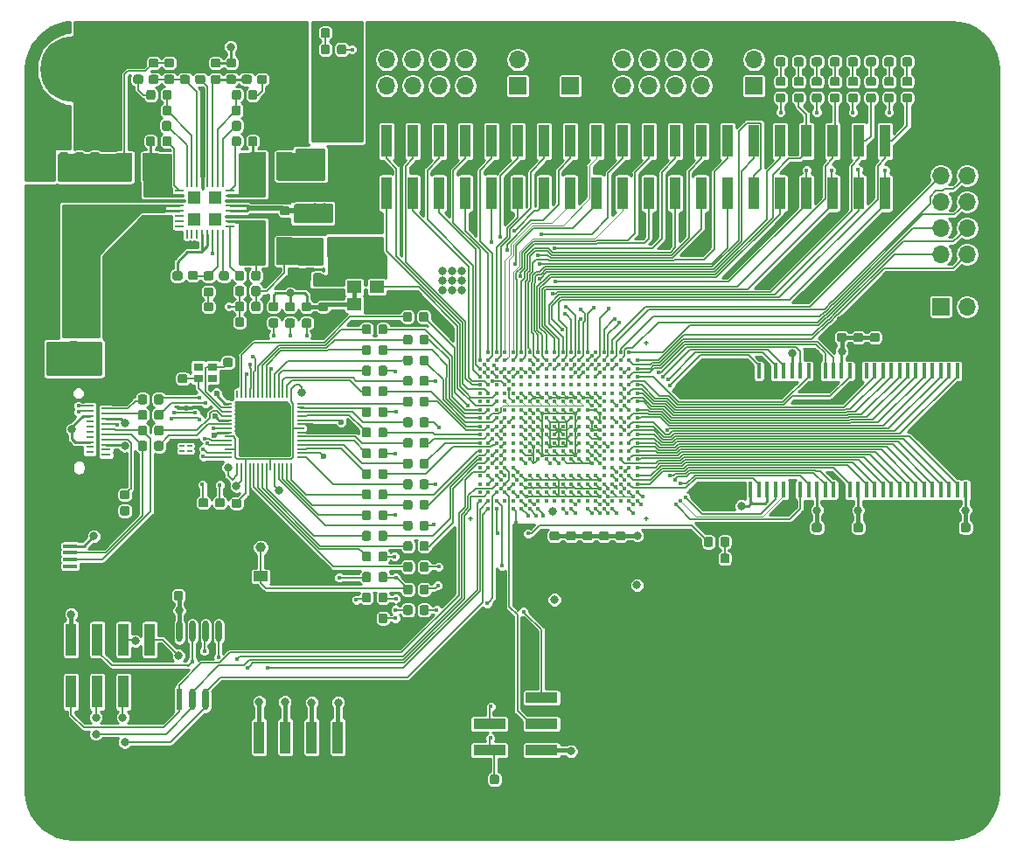
<source format=gbr>
G04 #@! TF.GenerationSoftware,KiCad,Pcbnew,5.0.1*
G04 #@! TF.CreationDate,2018-12-10T08:04:53+01:00*
G04 #@! TF.ProjectId,Kilsyth,4B696C737974682E6B696361645F7063,rev?*
G04 #@! TF.SameCoordinates,Original*
G04 #@! TF.FileFunction,Copper,L1,Top,Signal*
G04 #@! TF.FilePolarity,Positive*
%FSLAX46Y46*%
G04 Gerber Fmt 4.6, Leading zero omitted, Abs format (unit mm)*
G04 Created by KiCad (PCBNEW 5.0.1) date Mon 10 Dec 2018 08:04:53 AM CET*
%MOMM*%
%LPD*%
G01*
G04 APERTURE LIST*
G04 #@! TA.AperFunction,SMDPad,CuDef*
%ADD10R,1.000000X3.150000*%
G04 #@! TD*
G04 #@! TA.AperFunction,ComponentPad*
%ADD11R,1.700000X1.700000*%
G04 #@! TD*
G04 #@! TA.AperFunction,ComponentPad*
%ADD12O,1.700000X1.700000*%
G04 #@! TD*
G04 #@! TA.AperFunction,Conductor*
%ADD13C,0.100000*%
G04 #@! TD*
G04 #@! TA.AperFunction,SMDPad,CuDef*
%ADD14C,0.875000*%
G04 #@! TD*
G04 #@! TA.AperFunction,SMDPad,CuDef*
%ADD15R,3.150000X1.000000*%
G04 #@! TD*
G04 #@! TA.AperFunction,SMDPad,CuDef*
%ADD16R,1.500000X2.700000*%
G04 #@! TD*
G04 #@! TA.AperFunction,BGAPad,CuDef*
%ADD17C,0.400000*%
G04 #@! TD*
G04 #@! TA.AperFunction,SMDPad,CuDef*
%ADD18O,0.127000X0.508000*%
G04 #@! TD*
G04 #@! TA.AperFunction,SMDPad,CuDef*
%ADD19O,0.508000X0.127000*%
G04 #@! TD*
G04 #@! TA.AperFunction,SMDPad,CuDef*
%ADD20R,1.900000X1.500000*%
G04 #@! TD*
G04 #@! TA.AperFunction,ComponentPad*
%ADD21C,1.450000*%
G04 #@! TD*
G04 #@! TA.AperFunction,SMDPad,CuDef*
%ADD22R,1.350000X0.400000*%
G04 #@! TD*
G04 #@! TA.AperFunction,ComponentPad*
%ADD23O,1.900000X1.200000*%
G04 #@! TD*
G04 #@! TA.AperFunction,SMDPad,CuDef*
%ADD24R,1.900000X1.200000*%
G04 #@! TD*
G04 #@! TA.AperFunction,ComponentPad*
%ADD25O,2.600000X1.300000*%
G04 #@! TD*
G04 #@! TA.AperFunction,SMDPad,CuDef*
%ADD26R,0.900000X0.270000*%
G04 #@! TD*
G04 #@! TA.AperFunction,SMDPad,CuDef*
%ADD27R,0.800000X0.270000*%
G04 #@! TD*
G04 #@! TA.AperFunction,ComponentPad*
%ADD28O,2.300000X1.200000*%
G04 #@! TD*
G04 #@! TA.AperFunction,ComponentPad*
%ADD29O,1.100000X1.650000*%
G04 #@! TD*
G04 #@! TA.AperFunction,ComponentPad*
%ADD30C,6.400000*%
G04 #@! TD*
G04 #@! TA.AperFunction,SMDPad,CuDef*
%ADD31R,0.475000X0.200000*%
G04 #@! TD*
G04 #@! TA.AperFunction,SMDPad,CuDef*
%ADD32R,0.900000X0.800000*%
G04 #@! TD*
G04 #@! TA.AperFunction,SMDPad,CuDef*
%ADD33R,1.400000X1.200000*%
G04 #@! TD*
G04 #@! TA.AperFunction,SMDPad,CuDef*
%ADD34R,0.458000X1.510000*%
G04 #@! TD*
G04 #@! TA.AperFunction,SMDPad,CuDef*
%ADD35R,0.600000X2.100000*%
G04 #@! TD*
G04 #@! TA.AperFunction,SMDPad,CuDef*
%ADD36O,0.600000X2.100000*%
G04 #@! TD*
G04 #@! TA.AperFunction,BGAPad,CuDef*
%ADD37C,1.000000*%
G04 #@! TD*
G04 #@! TA.AperFunction,SMDPad,CuDef*
%ADD38R,0.800000X0.200000*%
G04 #@! TD*
G04 #@! TA.AperFunction,SMDPad,CuDef*
%ADD39R,0.200000X0.800000*%
G04 #@! TD*
G04 #@! TA.AperFunction,SMDPad,CuDef*
%ADD40R,4.700000X3.900000*%
G04 #@! TD*
G04 #@! TA.AperFunction,SMDPad,CuDef*
%ADD41R,1.250000X1.250000*%
G04 #@! TD*
G04 #@! TA.AperFunction,SMDPad,CuDef*
%ADD42R,0.850000X0.280000*%
G04 #@! TD*
G04 #@! TA.AperFunction,SMDPad,CuDef*
%ADD43R,0.280000X0.850000*%
G04 #@! TD*
G04 #@! TA.AperFunction,SMDPad,CuDef*
%ADD44R,1.400000X1.000000*%
G04 #@! TD*
G04 #@! TA.AperFunction,ViaPad*
%ADD45C,0.800000*%
G04 #@! TD*
G04 #@! TA.AperFunction,ViaPad*
%ADD46C,0.450000*%
G04 #@! TD*
G04 #@! TA.AperFunction,ViaPad*
%ADD47C,0.600000*%
G04 #@! TD*
G04 #@! TA.AperFunction,Conductor*
%ADD48C,0.127000*%
G04 #@! TD*
G04 #@! TA.AperFunction,Conductor*
%ADD49C,0.280000*%
G04 #@! TD*
G04 #@! TA.AperFunction,Conductor*
%ADD50C,0.254000*%
G04 #@! TD*
G04 #@! TA.AperFunction,Conductor*
%ADD51C,0.200000*%
G04 #@! TD*
G04 #@! TA.AperFunction,Conductor*
%ADD52C,0.400000*%
G04 #@! TD*
G04 #@! TA.AperFunction,Conductor*
%ADD53C,0.101600*%
G04 #@! TD*
G04 #@! TA.AperFunction,Conductor*
%ADD54C,0.500000*%
G04 #@! TD*
G04 #@! TA.AperFunction,Conductor*
%ADD55C,0.203200*%
G04 #@! TD*
G04 APERTURE END LIST*
D10*
G04 #@! TO.P,J12,1*
G04 #@! TO.N,GND*
X73007220Y-124789040D03*
G04 #@! TO.P,J12,2*
G04 #@! TO.N,+3V3*
X73007220Y-119739040D03*
G04 #@! TO.P,J12,3*
G04 #@! TO.N,GND*
X75547220Y-124789040D03*
G04 #@! TO.P,J12,4*
G04 #@! TO.N,+3V3*
X75547220Y-119739040D03*
G04 #@! TO.P,J12,5*
G04 #@! TO.N,GND*
X78087220Y-124789040D03*
G04 #@! TO.P,J12,6*
G04 #@! TO.N,+3V3*
X78087220Y-119739040D03*
G04 #@! TO.P,J12,7*
G04 #@! TO.N,GND*
X80627220Y-124789040D03*
G04 #@! TO.P,J12,8*
G04 #@! TO.N,+3V3*
X80627220Y-119739040D03*
G04 #@! TD*
G04 #@! TO.P,J11,1*
G04 #@! TO.N,/FLASH_CSn*
X54790000Y-115325000D03*
G04 #@! TO.P,J11,2*
G04 #@! TO.N,+3V3*
X54790000Y-110275000D03*
G04 #@! TO.P,J11,3*
G04 #@! TO.N,/FLASH_MISO*
X57330000Y-115325000D03*
G04 #@! TO.P,J11,4*
G04 #@! TO.N,/FLASH_HOLDn*
X57330000Y-110275000D03*
G04 #@! TO.P,J11,5*
G04 #@! TO.N,/FLASH_WPn*
X59870000Y-115325000D03*
G04 #@! TO.P,J11,6*
G04 #@! TO.N,/FLASH_SCK*
X59870000Y-110275000D03*
G04 #@! TO.P,J11,7*
G04 #@! TO.N,GND*
X62410000Y-115325000D03*
G04 #@! TO.P,J11,8*
G04 #@! TO.N,/FLASH_MOSI*
X62410000Y-110275000D03*
G04 #@! TD*
D11*
G04 #@! TO.P,J10,1*
G04 #@! TO.N,+3V3*
X103124000Y-56642000D03*
D12*
G04 #@! TO.P,J10,2*
G04 #@! TO.N,GND*
X103124000Y-54102000D03*
G04 #@! TD*
D13*
G04 #@! TO.N,/WIDE_39*
G04 #@! TO.C,D9*
G36*
X134277691Y-57351053D02*
X134298926Y-57354203D01*
X134319750Y-57359419D01*
X134339962Y-57366651D01*
X134359368Y-57375830D01*
X134377781Y-57386866D01*
X134395024Y-57399654D01*
X134410930Y-57414070D01*
X134425346Y-57429976D01*
X134438134Y-57447219D01*
X134449170Y-57465632D01*
X134458349Y-57485038D01*
X134465581Y-57505250D01*
X134470797Y-57526074D01*
X134473947Y-57547309D01*
X134475000Y-57568750D01*
X134475000Y-58006250D01*
X134473947Y-58027691D01*
X134470797Y-58048926D01*
X134465581Y-58069750D01*
X134458349Y-58089962D01*
X134449170Y-58109368D01*
X134438134Y-58127781D01*
X134425346Y-58145024D01*
X134410930Y-58160930D01*
X134395024Y-58175346D01*
X134377781Y-58188134D01*
X134359368Y-58199170D01*
X134339962Y-58208349D01*
X134319750Y-58215581D01*
X134298926Y-58220797D01*
X134277691Y-58223947D01*
X134256250Y-58225000D01*
X133743750Y-58225000D01*
X133722309Y-58223947D01*
X133701074Y-58220797D01*
X133680250Y-58215581D01*
X133660038Y-58208349D01*
X133640632Y-58199170D01*
X133622219Y-58188134D01*
X133604976Y-58175346D01*
X133589070Y-58160930D01*
X133574654Y-58145024D01*
X133561866Y-58127781D01*
X133550830Y-58109368D01*
X133541651Y-58089962D01*
X133534419Y-58069750D01*
X133529203Y-58048926D01*
X133526053Y-58027691D01*
X133525000Y-58006250D01*
X133525000Y-57568750D01*
X133526053Y-57547309D01*
X133529203Y-57526074D01*
X133534419Y-57505250D01*
X133541651Y-57485038D01*
X133550830Y-57465632D01*
X133561866Y-57447219D01*
X133574654Y-57429976D01*
X133589070Y-57414070D01*
X133604976Y-57399654D01*
X133622219Y-57386866D01*
X133640632Y-57375830D01*
X133660038Y-57366651D01*
X133680250Y-57359419D01*
X133701074Y-57354203D01*
X133722309Y-57351053D01*
X133743750Y-57350000D01*
X134256250Y-57350000D01*
X134277691Y-57351053D01*
X134277691Y-57351053D01*
G37*
D14*
G04 #@! TD*
G04 #@! TO.P,D9,2*
G04 #@! TO.N,/WIDE_39*
X134000000Y-57787500D03*
D13*
G04 #@! TO.N,Net-(D9-Pad1)*
G04 #@! TO.C,D9*
G36*
X134277691Y-55776053D02*
X134298926Y-55779203D01*
X134319750Y-55784419D01*
X134339962Y-55791651D01*
X134359368Y-55800830D01*
X134377781Y-55811866D01*
X134395024Y-55824654D01*
X134410930Y-55839070D01*
X134425346Y-55854976D01*
X134438134Y-55872219D01*
X134449170Y-55890632D01*
X134458349Y-55910038D01*
X134465581Y-55930250D01*
X134470797Y-55951074D01*
X134473947Y-55972309D01*
X134475000Y-55993750D01*
X134475000Y-56431250D01*
X134473947Y-56452691D01*
X134470797Y-56473926D01*
X134465581Y-56494750D01*
X134458349Y-56514962D01*
X134449170Y-56534368D01*
X134438134Y-56552781D01*
X134425346Y-56570024D01*
X134410930Y-56585930D01*
X134395024Y-56600346D01*
X134377781Y-56613134D01*
X134359368Y-56624170D01*
X134339962Y-56633349D01*
X134319750Y-56640581D01*
X134298926Y-56645797D01*
X134277691Y-56648947D01*
X134256250Y-56650000D01*
X133743750Y-56650000D01*
X133722309Y-56648947D01*
X133701074Y-56645797D01*
X133680250Y-56640581D01*
X133660038Y-56633349D01*
X133640632Y-56624170D01*
X133622219Y-56613134D01*
X133604976Y-56600346D01*
X133589070Y-56585930D01*
X133574654Y-56570024D01*
X133561866Y-56552781D01*
X133550830Y-56534368D01*
X133541651Y-56514962D01*
X133534419Y-56494750D01*
X133529203Y-56473926D01*
X133526053Y-56452691D01*
X133525000Y-56431250D01*
X133525000Y-55993750D01*
X133526053Y-55972309D01*
X133529203Y-55951074D01*
X133534419Y-55930250D01*
X133541651Y-55910038D01*
X133550830Y-55890632D01*
X133561866Y-55872219D01*
X133574654Y-55854976D01*
X133589070Y-55839070D01*
X133604976Y-55824654D01*
X133622219Y-55811866D01*
X133640632Y-55800830D01*
X133660038Y-55791651D01*
X133680250Y-55784419D01*
X133701074Y-55779203D01*
X133722309Y-55776053D01*
X133743750Y-55775000D01*
X134256250Y-55775000D01*
X134277691Y-55776053D01*
X134277691Y-55776053D01*
G37*
D14*
G04 #@! TD*
G04 #@! TO.P,D9,1*
G04 #@! TO.N,Net-(D9-Pad1)*
X134000000Y-56212500D03*
D13*
G04 #@! TO.N,Net-(D7-Pad1)*
G04 #@! TO.C,D7*
G36*
X130777691Y-55776053D02*
X130798926Y-55779203D01*
X130819750Y-55784419D01*
X130839962Y-55791651D01*
X130859368Y-55800830D01*
X130877781Y-55811866D01*
X130895024Y-55824654D01*
X130910930Y-55839070D01*
X130925346Y-55854976D01*
X130938134Y-55872219D01*
X130949170Y-55890632D01*
X130958349Y-55910038D01*
X130965581Y-55930250D01*
X130970797Y-55951074D01*
X130973947Y-55972309D01*
X130975000Y-55993750D01*
X130975000Y-56431250D01*
X130973947Y-56452691D01*
X130970797Y-56473926D01*
X130965581Y-56494750D01*
X130958349Y-56514962D01*
X130949170Y-56534368D01*
X130938134Y-56552781D01*
X130925346Y-56570024D01*
X130910930Y-56585930D01*
X130895024Y-56600346D01*
X130877781Y-56613134D01*
X130859368Y-56624170D01*
X130839962Y-56633349D01*
X130819750Y-56640581D01*
X130798926Y-56645797D01*
X130777691Y-56648947D01*
X130756250Y-56650000D01*
X130243750Y-56650000D01*
X130222309Y-56648947D01*
X130201074Y-56645797D01*
X130180250Y-56640581D01*
X130160038Y-56633349D01*
X130140632Y-56624170D01*
X130122219Y-56613134D01*
X130104976Y-56600346D01*
X130089070Y-56585930D01*
X130074654Y-56570024D01*
X130061866Y-56552781D01*
X130050830Y-56534368D01*
X130041651Y-56514962D01*
X130034419Y-56494750D01*
X130029203Y-56473926D01*
X130026053Y-56452691D01*
X130025000Y-56431250D01*
X130025000Y-55993750D01*
X130026053Y-55972309D01*
X130029203Y-55951074D01*
X130034419Y-55930250D01*
X130041651Y-55910038D01*
X130050830Y-55890632D01*
X130061866Y-55872219D01*
X130074654Y-55854976D01*
X130089070Y-55839070D01*
X130104976Y-55824654D01*
X130122219Y-55811866D01*
X130140632Y-55800830D01*
X130160038Y-55791651D01*
X130180250Y-55784419D01*
X130201074Y-55779203D01*
X130222309Y-55776053D01*
X130243750Y-55775000D01*
X130756250Y-55775000D01*
X130777691Y-55776053D01*
X130777691Y-55776053D01*
G37*
D14*
G04 #@! TD*
G04 #@! TO.P,D7,1*
G04 #@! TO.N,Net-(D7-Pad1)*
X130500000Y-56212500D03*
D13*
G04 #@! TO.N,/WIDE_37*
G04 #@! TO.C,D7*
G36*
X130777691Y-57351053D02*
X130798926Y-57354203D01*
X130819750Y-57359419D01*
X130839962Y-57366651D01*
X130859368Y-57375830D01*
X130877781Y-57386866D01*
X130895024Y-57399654D01*
X130910930Y-57414070D01*
X130925346Y-57429976D01*
X130938134Y-57447219D01*
X130949170Y-57465632D01*
X130958349Y-57485038D01*
X130965581Y-57505250D01*
X130970797Y-57526074D01*
X130973947Y-57547309D01*
X130975000Y-57568750D01*
X130975000Y-58006250D01*
X130973947Y-58027691D01*
X130970797Y-58048926D01*
X130965581Y-58069750D01*
X130958349Y-58089962D01*
X130949170Y-58109368D01*
X130938134Y-58127781D01*
X130925346Y-58145024D01*
X130910930Y-58160930D01*
X130895024Y-58175346D01*
X130877781Y-58188134D01*
X130859368Y-58199170D01*
X130839962Y-58208349D01*
X130819750Y-58215581D01*
X130798926Y-58220797D01*
X130777691Y-58223947D01*
X130756250Y-58225000D01*
X130243750Y-58225000D01*
X130222309Y-58223947D01*
X130201074Y-58220797D01*
X130180250Y-58215581D01*
X130160038Y-58208349D01*
X130140632Y-58199170D01*
X130122219Y-58188134D01*
X130104976Y-58175346D01*
X130089070Y-58160930D01*
X130074654Y-58145024D01*
X130061866Y-58127781D01*
X130050830Y-58109368D01*
X130041651Y-58089962D01*
X130034419Y-58069750D01*
X130029203Y-58048926D01*
X130026053Y-58027691D01*
X130025000Y-58006250D01*
X130025000Y-57568750D01*
X130026053Y-57547309D01*
X130029203Y-57526074D01*
X130034419Y-57505250D01*
X130041651Y-57485038D01*
X130050830Y-57465632D01*
X130061866Y-57447219D01*
X130074654Y-57429976D01*
X130089070Y-57414070D01*
X130104976Y-57399654D01*
X130122219Y-57386866D01*
X130140632Y-57375830D01*
X130160038Y-57366651D01*
X130180250Y-57359419D01*
X130201074Y-57354203D01*
X130222309Y-57351053D01*
X130243750Y-57350000D01*
X130756250Y-57350000D01*
X130777691Y-57351053D01*
X130777691Y-57351053D01*
G37*
D14*
G04 #@! TD*
G04 #@! TO.P,D7,2*
G04 #@! TO.N,/WIDE_37*
X130500000Y-57787500D03*
D13*
G04 #@! TO.N,/WIDE_40*
G04 #@! TO.C,D10*
G36*
X136027691Y-57351053D02*
X136048926Y-57354203D01*
X136069750Y-57359419D01*
X136089962Y-57366651D01*
X136109368Y-57375830D01*
X136127781Y-57386866D01*
X136145024Y-57399654D01*
X136160930Y-57414070D01*
X136175346Y-57429976D01*
X136188134Y-57447219D01*
X136199170Y-57465632D01*
X136208349Y-57485038D01*
X136215581Y-57505250D01*
X136220797Y-57526074D01*
X136223947Y-57547309D01*
X136225000Y-57568750D01*
X136225000Y-58006250D01*
X136223947Y-58027691D01*
X136220797Y-58048926D01*
X136215581Y-58069750D01*
X136208349Y-58089962D01*
X136199170Y-58109368D01*
X136188134Y-58127781D01*
X136175346Y-58145024D01*
X136160930Y-58160930D01*
X136145024Y-58175346D01*
X136127781Y-58188134D01*
X136109368Y-58199170D01*
X136089962Y-58208349D01*
X136069750Y-58215581D01*
X136048926Y-58220797D01*
X136027691Y-58223947D01*
X136006250Y-58225000D01*
X135493750Y-58225000D01*
X135472309Y-58223947D01*
X135451074Y-58220797D01*
X135430250Y-58215581D01*
X135410038Y-58208349D01*
X135390632Y-58199170D01*
X135372219Y-58188134D01*
X135354976Y-58175346D01*
X135339070Y-58160930D01*
X135324654Y-58145024D01*
X135311866Y-58127781D01*
X135300830Y-58109368D01*
X135291651Y-58089962D01*
X135284419Y-58069750D01*
X135279203Y-58048926D01*
X135276053Y-58027691D01*
X135275000Y-58006250D01*
X135275000Y-57568750D01*
X135276053Y-57547309D01*
X135279203Y-57526074D01*
X135284419Y-57505250D01*
X135291651Y-57485038D01*
X135300830Y-57465632D01*
X135311866Y-57447219D01*
X135324654Y-57429976D01*
X135339070Y-57414070D01*
X135354976Y-57399654D01*
X135372219Y-57386866D01*
X135390632Y-57375830D01*
X135410038Y-57366651D01*
X135430250Y-57359419D01*
X135451074Y-57354203D01*
X135472309Y-57351053D01*
X135493750Y-57350000D01*
X136006250Y-57350000D01*
X136027691Y-57351053D01*
X136027691Y-57351053D01*
G37*
D14*
G04 #@! TD*
G04 #@! TO.P,D10,2*
G04 #@! TO.N,/WIDE_40*
X135750000Y-57787500D03*
D13*
G04 #@! TO.N,Net-(D10-Pad1)*
G04 #@! TO.C,D10*
G36*
X136027691Y-55776053D02*
X136048926Y-55779203D01*
X136069750Y-55784419D01*
X136089962Y-55791651D01*
X136109368Y-55800830D01*
X136127781Y-55811866D01*
X136145024Y-55824654D01*
X136160930Y-55839070D01*
X136175346Y-55854976D01*
X136188134Y-55872219D01*
X136199170Y-55890632D01*
X136208349Y-55910038D01*
X136215581Y-55930250D01*
X136220797Y-55951074D01*
X136223947Y-55972309D01*
X136225000Y-55993750D01*
X136225000Y-56431250D01*
X136223947Y-56452691D01*
X136220797Y-56473926D01*
X136215581Y-56494750D01*
X136208349Y-56514962D01*
X136199170Y-56534368D01*
X136188134Y-56552781D01*
X136175346Y-56570024D01*
X136160930Y-56585930D01*
X136145024Y-56600346D01*
X136127781Y-56613134D01*
X136109368Y-56624170D01*
X136089962Y-56633349D01*
X136069750Y-56640581D01*
X136048926Y-56645797D01*
X136027691Y-56648947D01*
X136006250Y-56650000D01*
X135493750Y-56650000D01*
X135472309Y-56648947D01*
X135451074Y-56645797D01*
X135430250Y-56640581D01*
X135410038Y-56633349D01*
X135390632Y-56624170D01*
X135372219Y-56613134D01*
X135354976Y-56600346D01*
X135339070Y-56585930D01*
X135324654Y-56570024D01*
X135311866Y-56552781D01*
X135300830Y-56534368D01*
X135291651Y-56514962D01*
X135284419Y-56494750D01*
X135279203Y-56473926D01*
X135276053Y-56452691D01*
X135275000Y-56431250D01*
X135275000Y-55993750D01*
X135276053Y-55972309D01*
X135279203Y-55951074D01*
X135284419Y-55930250D01*
X135291651Y-55910038D01*
X135300830Y-55890632D01*
X135311866Y-55872219D01*
X135324654Y-55854976D01*
X135339070Y-55839070D01*
X135354976Y-55824654D01*
X135372219Y-55811866D01*
X135390632Y-55800830D01*
X135410038Y-55791651D01*
X135430250Y-55784419D01*
X135451074Y-55779203D01*
X135472309Y-55776053D01*
X135493750Y-55775000D01*
X136006250Y-55775000D01*
X136027691Y-55776053D01*
X136027691Y-55776053D01*
G37*
D14*
G04 #@! TD*
G04 #@! TO.P,D10,1*
G04 #@! TO.N,Net-(D10-Pad1)*
X135750000Y-56212500D03*
D13*
G04 #@! TO.N,Net-(D5-Pad1)*
G04 #@! TO.C,D5*
G36*
X127277691Y-55776053D02*
X127298926Y-55779203D01*
X127319750Y-55784419D01*
X127339962Y-55791651D01*
X127359368Y-55800830D01*
X127377781Y-55811866D01*
X127395024Y-55824654D01*
X127410930Y-55839070D01*
X127425346Y-55854976D01*
X127438134Y-55872219D01*
X127449170Y-55890632D01*
X127458349Y-55910038D01*
X127465581Y-55930250D01*
X127470797Y-55951074D01*
X127473947Y-55972309D01*
X127475000Y-55993750D01*
X127475000Y-56431250D01*
X127473947Y-56452691D01*
X127470797Y-56473926D01*
X127465581Y-56494750D01*
X127458349Y-56514962D01*
X127449170Y-56534368D01*
X127438134Y-56552781D01*
X127425346Y-56570024D01*
X127410930Y-56585930D01*
X127395024Y-56600346D01*
X127377781Y-56613134D01*
X127359368Y-56624170D01*
X127339962Y-56633349D01*
X127319750Y-56640581D01*
X127298926Y-56645797D01*
X127277691Y-56648947D01*
X127256250Y-56650000D01*
X126743750Y-56650000D01*
X126722309Y-56648947D01*
X126701074Y-56645797D01*
X126680250Y-56640581D01*
X126660038Y-56633349D01*
X126640632Y-56624170D01*
X126622219Y-56613134D01*
X126604976Y-56600346D01*
X126589070Y-56585930D01*
X126574654Y-56570024D01*
X126561866Y-56552781D01*
X126550830Y-56534368D01*
X126541651Y-56514962D01*
X126534419Y-56494750D01*
X126529203Y-56473926D01*
X126526053Y-56452691D01*
X126525000Y-56431250D01*
X126525000Y-55993750D01*
X126526053Y-55972309D01*
X126529203Y-55951074D01*
X126534419Y-55930250D01*
X126541651Y-55910038D01*
X126550830Y-55890632D01*
X126561866Y-55872219D01*
X126574654Y-55854976D01*
X126589070Y-55839070D01*
X126604976Y-55824654D01*
X126622219Y-55811866D01*
X126640632Y-55800830D01*
X126660038Y-55791651D01*
X126680250Y-55784419D01*
X126701074Y-55779203D01*
X126722309Y-55776053D01*
X126743750Y-55775000D01*
X127256250Y-55775000D01*
X127277691Y-55776053D01*
X127277691Y-55776053D01*
G37*
D14*
G04 #@! TD*
G04 #@! TO.P,D5,1*
G04 #@! TO.N,Net-(D5-Pad1)*
X127000000Y-56212500D03*
D13*
G04 #@! TO.N,/WIDE_35*
G04 #@! TO.C,D5*
G36*
X127277691Y-57351053D02*
X127298926Y-57354203D01*
X127319750Y-57359419D01*
X127339962Y-57366651D01*
X127359368Y-57375830D01*
X127377781Y-57386866D01*
X127395024Y-57399654D01*
X127410930Y-57414070D01*
X127425346Y-57429976D01*
X127438134Y-57447219D01*
X127449170Y-57465632D01*
X127458349Y-57485038D01*
X127465581Y-57505250D01*
X127470797Y-57526074D01*
X127473947Y-57547309D01*
X127475000Y-57568750D01*
X127475000Y-58006250D01*
X127473947Y-58027691D01*
X127470797Y-58048926D01*
X127465581Y-58069750D01*
X127458349Y-58089962D01*
X127449170Y-58109368D01*
X127438134Y-58127781D01*
X127425346Y-58145024D01*
X127410930Y-58160930D01*
X127395024Y-58175346D01*
X127377781Y-58188134D01*
X127359368Y-58199170D01*
X127339962Y-58208349D01*
X127319750Y-58215581D01*
X127298926Y-58220797D01*
X127277691Y-58223947D01*
X127256250Y-58225000D01*
X126743750Y-58225000D01*
X126722309Y-58223947D01*
X126701074Y-58220797D01*
X126680250Y-58215581D01*
X126660038Y-58208349D01*
X126640632Y-58199170D01*
X126622219Y-58188134D01*
X126604976Y-58175346D01*
X126589070Y-58160930D01*
X126574654Y-58145024D01*
X126561866Y-58127781D01*
X126550830Y-58109368D01*
X126541651Y-58089962D01*
X126534419Y-58069750D01*
X126529203Y-58048926D01*
X126526053Y-58027691D01*
X126525000Y-58006250D01*
X126525000Y-57568750D01*
X126526053Y-57547309D01*
X126529203Y-57526074D01*
X126534419Y-57505250D01*
X126541651Y-57485038D01*
X126550830Y-57465632D01*
X126561866Y-57447219D01*
X126574654Y-57429976D01*
X126589070Y-57414070D01*
X126604976Y-57399654D01*
X126622219Y-57386866D01*
X126640632Y-57375830D01*
X126660038Y-57366651D01*
X126680250Y-57359419D01*
X126701074Y-57354203D01*
X126722309Y-57351053D01*
X126743750Y-57350000D01*
X127256250Y-57350000D01*
X127277691Y-57351053D01*
X127277691Y-57351053D01*
G37*
D14*
G04 #@! TD*
G04 #@! TO.P,D5,2*
G04 #@! TO.N,/WIDE_35*
X127000000Y-57787500D03*
D13*
G04 #@! TO.N,/WIDE_36*
G04 #@! TO.C,D6*
G36*
X129027691Y-57351053D02*
X129048926Y-57354203D01*
X129069750Y-57359419D01*
X129089962Y-57366651D01*
X129109368Y-57375830D01*
X129127781Y-57386866D01*
X129145024Y-57399654D01*
X129160930Y-57414070D01*
X129175346Y-57429976D01*
X129188134Y-57447219D01*
X129199170Y-57465632D01*
X129208349Y-57485038D01*
X129215581Y-57505250D01*
X129220797Y-57526074D01*
X129223947Y-57547309D01*
X129225000Y-57568750D01*
X129225000Y-58006250D01*
X129223947Y-58027691D01*
X129220797Y-58048926D01*
X129215581Y-58069750D01*
X129208349Y-58089962D01*
X129199170Y-58109368D01*
X129188134Y-58127781D01*
X129175346Y-58145024D01*
X129160930Y-58160930D01*
X129145024Y-58175346D01*
X129127781Y-58188134D01*
X129109368Y-58199170D01*
X129089962Y-58208349D01*
X129069750Y-58215581D01*
X129048926Y-58220797D01*
X129027691Y-58223947D01*
X129006250Y-58225000D01*
X128493750Y-58225000D01*
X128472309Y-58223947D01*
X128451074Y-58220797D01*
X128430250Y-58215581D01*
X128410038Y-58208349D01*
X128390632Y-58199170D01*
X128372219Y-58188134D01*
X128354976Y-58175346D01*
X128339070Y-58160930D01*
X128324654Y-58145024D01*
X128311866Y-58127781D01*
X128300830Y-58109368D01*
X128291651Y-58089962D01*
X128284419Y-58069750D01*
X128279203Y-58048926D01*
X128276053Y-58027691D01*
X128275000Y-58006250D01*
X128275000Y-57568750D01*
X128276053Y-57547309D01*
X128279203Y-57526074D01*
X128284419Y-57505250D01*
X128291651Y-57485038D01*
X128300830Y-57465632D01*
X128311866Y-57447219D01*
X128324654Y-57429976D01*
X128339070Y-57414070D01*
X128354976Y-57399654D01*
X128372219Y-57386866D01*
X128390632Y-57375830D01*
X128410038Y-57366651D01*
X128430250Y-57359419D01*
X128451074Y-57354203D01*
X128472309Y-57351053D01*
X128493750Y-57350000D01*
X129006250Y-57350000D01*
X129027691Y-57351053D01*
X129027691Y-57351053D01*
G37*
D14*
G04 #@! TD*
G04 #@! TO.P,D6,2*
G04 #@! TO.N,/WIDE_36*
X128750000Y-57787500D03*
D13*
G04 #@! TO.N,Net-(D6-Pad1)*
G04 #@! TO.C,D6*
G36*
X129027691Y-55776053D02*
X129048926Y-55779203D01*
X129069750Y-55784419D01*
X129089962Y-55791651D01*
X129109368Y-55800830D01*
X129127781Y-55811866D01*
X129145024Y-55824654D01*
X129160930Y-55839070D01*
X129175346Y-55854976D01*
X129188134Y-55872219D01*
X129199170Y-55890632D01*
X129208349Y-55910038D01*
X129215581Y-55930250D01*
X129220797Y-55951074D01*
X129223947Y-55972309D01*
X129225000Y-55993750D01*
X129225000Y-56431250D01*
X129223947Y-56452691D01*
X129220797Y-56473926D01*
X129215581Y-56494750D01*
X129208349Y-56514962D01*
X129199170Y-56534368D01*
X129188134Y-56552781D01*
X129175346Y-56570024D01*
X129160930Y-56585930D01*
X129145024Y-56600346D01*
X129127781Y-56613134D01*
X129109368Y-56624170D01*
X129089962Y-56633349D01*
X129069750Y-56640581D01*
X129048926Y-56645797D01*
X129027691Y-56648947D01*
X129006250Y-56650000D01*
X128493750Y-56650000D01*
X128472309Y-56648947D01*
X128451074Y-56645797D01*
X128430250Y-56640581D01*
X128410038Y-56633349D01*
X128390632Y-56624170D01*
X128372219Y-56613134D01*
X128354976Y-56600346D01*
X128339070Y-56585930D01*
X128324654Y-56570024D01*
X128311866Y-56552781D01*
X128300830Y-56534368D01*
X128291651Y-56514962D01*
X128284419Y-56494750D01*
X128279203Y-56473926D01*
X128276053Y-56452691D01*
X128275000Y-56431250D01*
X128275000Y-55993750D01*
X128276053Y-55972309D01*
X128279203Y-55951074D01*
X128284419Y-55930250D01*
X128291651Y-55910038D01*
X128300830Y-55890632D01*
X128311866Y-55872219D01*
X128324654Y-55854976D01*
X128339070Y-55839070D01*
X128354976Y-55824654D01*
X128372219Y-55811866D01*
X128390632Y-55800830D01*
X128410038Y-55791651D01*
X128430250Y-55784419D01*
X128451074Y-55779203D01*
X128472309Y-55776053D01*
X128493750Y-55775000D01*
X129006250Y-55775000D01*
X129027691Y-55776053D01*
X129027691Y-55776053D01*
G37*
D14*
G04 #@! TD*
G04 #@! TO.P,D6,1*
G04 #@! TO.N,Net-(D6-Pad1)*
X128750000Y-56212500D03*
D13*
G04 #@! TO.N,Net-(D4-Pad1)*
G04 #@! TO.C,D4*
G36*
X125527691Y-55776053D02*
X125548926Y-55779203D01*
X125569750Y-55784419D01*
X125589962Y-55791651D01*
X125609368Y-55800830D01*
X125627781Y-55811866D01*
X125645024Y-55824654D01*
X125660930Y-55839070D01*
X125675346Y-55854976D01*
X125688134Y-55872219D01*
X125699170Y-55890632D01*
X125708349Y-55910038D01*
X125715581Y-55930250D01*
X125720797Y-55951074D01*
X125723947Y-55972309D01*
X125725000Y-55993750D01*
X125725000Y-56431250D01*
X125723947Y-56452691D01*
X125720797Y-56473926D01*
X125715581Y-56494750D01*
X125708349Y-56514962D01*
X125699170Y-56534368D01*
X125688134Y-56552781D01*
X125675346Y-56570024D01*
X125660930Y-56585930D01*
X125645024Y-56600346D01*
X125627781Y-56613134D01*
X125609368Y-56624170D01*
X125589962Y-56633349D01*
X125569750Y-56640581D01*
X125548926Y-56645797D01*
X125527691Y-56648947D01*
X125506250Y-56650000D01*
X124993750Y-56650000D01*
X124972309Y-56648947D01*
X124951074Y-56645797D01*
X124930250Y-56640581D01*
X124910038Y-56633349D01*
X124890632Y-56624170D01*
X124872219Y-56613134D01*
X124854976Y-56600346D01*
X124839070Y-56585930D01*
X124824654Y-56570024D01*
X124811866Y-56552781D01*
X124800830Y-56534368D01*
X124791651Y-56514962D01*
X124784419Y-56494750D01*
X124779203Y-56473926D01*
X124776053Y-56452691D01*
X124775000Y-56431250D01*
X124775000Y-55993750D01*
X124776053Y-55972309D01*
X124779203Y-55951074D01*
X124784419Y-55930250D01*
X124791651Y-55910038D01*
X124800830Y-55890632D01*
X124811866Y-55872219D01*
X124824654Y-55854976D01*
X124839070Y-55839070D01*
X124854976Y-55824654D01*
X124872219Y-55811866D01*
X124890632Y-55800830D01*
X124910038Y-55791651D01*
X124930250Y-55784419D01*
X124951074Y-55779203D01*
X124972309Y-55776053D01*
X124993750Y-55775000D01*
X125506250Y-55775000D01*
X125527691Y-55776053D01*
X125527691Y-55776053D01*
G37*
D14*
G04 #@! TD*
G04 #@! TO.P,D4,1*
G04 #@! TO.N,Net-(D4-Pad1)*
X125250000Y-56212500D03*
D13*
G04 #@! TO.N,/WIDE_34*
G04 #@! TO.C,D4*
G36*
X125527691Y-57351053D02*
X125548926Y-57354203D01*
X125569750Y-57359419D01*
X125589962Y-57366651D01*
X125609368Y-57375830D01*
X125627781Y-57386866D01*
X125645024Y-57399654D01*
X125660930Y-57414070D01*
X125675346Y-57429976D01*
X125688134Y-57447219D01*
X125699170Y-57465632D01*
X125708349Y-57485038D01*
X125715581Y-57505250D01*
X125720797Y-57526074D01*
X125723947Y-57547309D01*
X125725000Y-57568750D01*
X125725000Y-58006250D01*
X125723947Y-58027691D01*
X125720797Y-58048926D01*
X125715581Y-58069750D01*
X125708349Y-58089962D01*
X125699170Y-58109368D01*
X125688134Y-58127781D01*
X125675346Y-58145024D01*
X125660930Y-58160930D01*
X125645024Y-58175346D01*
X125627781Y-58188134D01*
X125609368Y-58199170D01*
X125589962Y-58208349D01*
X125569750Y-58215581D01*
X125548926Y-58220797D01*
X125527691Y-58223947D01*
X125506250Y-58225000D01*
X124993750Y-58225000D01*
X124972309Y-58223947D01*
X124951074Y-58220797D01*
X124930250Y-58215581D01*
X124910038Y-58208349D01*
X124890632Y-58199170D01*
X124872219Y-58188134D01*
X124854976Y-58175346D01*
X124839070Y-58160930D01*
X124824654Y-58145024D01*
X124811866Y-58127781D01*
X124800830Y-58109368D01*
X124791651Y-58089962D01*
X124784419Y-58069750D01*
X124779203Y-58048926D01*
X124776053Y-58027691D01*
X124775000Y-58006250D01*
X124775000Y-57568750D01*
X124776053Y-57547309D01*
X124779203Y-57526074D01*
X124784419Y-57505250D01*
X124791651Y-57485038D01*
X124800830Y-57465632D01*
X124811866Y-57447219D01*
X124824654Y-57429976D01*
X124839070Y-57414070D01*
X124854976Y-57399654D01*
X124872219Y-57386866D01*
X124890632Y-57375830D01*
X124910038Y-57366651D01*
X124930250Y-57359419D01*
X124951074Y-57354203D01*
X124972309Y-57351053D01*
X124993750Y-57350000D01*
X125506250Y-57350000D01*
X125527691Y-57351053D01*
X125527691Y-57351053D01*
G37*
D14*
G04 #@! TD*
G04 #@! TO.P,D4,2*
G04 #@! TO.N,/WIDE_34*
X125250000Y-57787500D03*
D13*
G04 #@! TO.N,/WIDE_33*
G04 #@! TO.C,D3*
G36*
X123777691Y-57351053D02*
X123798926Y-57354203D01*
X123819750Y-57359419D01*
X123839962Y-57366651D01*
X123859368Y-57375830D01*
X123877781Y-57386866D01*
X123895024Y-57399654D01*
X123910930Y-57414070D01*
X123925346Y-57429976D01*
X123938134Y-57447219D01*
X123949170Y-57465632D01*
X123958349Y-57485038D01*
X123965581Y-57505250D01*
X123970797Y-57526074D01*
X123973947Y-57547309D01*
X123975000Y-57568750D01*
X123975000Y-58006250D01*
X123973947Y-58027691D01*
X123970797Y-58048926D01*
X123965581Y-58069750D01*
X123958349Y-58089962D01*
X123949170Y-58109368D01*
X123938134Y-58127781D01*
X123925346Y-58145024D01*
X123910930Y-58160930D01*
X123895024Y-58175346D01*
X123877781Y-58188134D01*
X123859368Y-58199170D01*
X123839962Y-58208349D01*
X123819750Y-58215581D01*
X123798926Y-58220797D01*
X123777691Y-58223947D01*
X123756250Y-58225000D01*
X123243750Y-58225000D01*
X123222309Y-58223947D01*
X123201074Y-58220797D01*
X123180250Y-58215581D01*
X123160038Y-58208349D01*
X123140632Y-58199170D01*
X123122219Y-58188134D01*
X123104976Y-58175346D01*
X123089070Y-58160930D01*
X123074654Y-58145024D01*
X123061866Y-58127781D01*
X123050830Y-58109368D01*
X123041651Y-58089962D01*
X123034419Y-58069750D01*
X123029203Y-58048926D01*
X123026053Y-58027691D01*
X123025000Y-58006250D01*
X123025000Y-57568750D01*
X123026053Y-57547309D01*
X123029203Y-57526074D01*
X123034419Y-57505250D01*
X123041651Y-57485038D01*
X123050830Y-57465632D01*
X123061866Y-57447219D01*
X123074654Y-57429976D01*
X123089070Y-57414070D01*
X123104976Y-57399654D01*
X123122219Y-57386866D01*
X123140632Y-57375830D01*
X123160038Y-57366651D01*
X123180250Y-57359419D01*
X123201074Y-57354203D01*
X123222309Y-57351053D01*
X123243750Y-57350000D01*
X123756250Y-57350000D01*
X123777691Y-57351053D01*
X123777691Y-57351053D01*
G37*
D14*
G04 #@! TD*
G04 #@! TO.P,D3,2*
G04 #@! TO.N,/WIDE_33*
X123500000Y-57787500D03*
D13*
G04 #@! TO.N,Net-(D3-Pad1)*
G04 #@! TO.C,D3*
G36*
X123777691Y-55776053D02*
X123798926Y-55779203D01*
X123819750Y-55784419D01*
X123839962Y-55791651D01*
X123859368Y-55800830D01*
X123877781Y-55811866D01*
X123895024Y-55824654D01*
X123910930Y-55839070D01*
X123925346Y-55854976D01*
X123938134Y-55872219D01*
X123949170Y-55890632D01*
X123958349Y-55910038D01*
X123965581Y-55930250D01*
X123970797Y-55951074D01*
X123973947Y-55972309D01*
X123975000Y-55993750D01*
X123975000Y-56431250D01*
X123973947Y-56452691D01*
X123970797Y-56473926D01*
X123965581Y-56494750D01*
X123958349Y-56514962D01*
X123949170Y-56534368D01*
X123938134Y-56552781D01*
X123925346Y-56570024D01*
X123910930Y-56585930D01*
X123895024Y-56600346D01*
X123877781Y-56613134D01*
X123859368Y-56624170D01*
X123839962Y-56633349D01*
X123819750Y-56640581D01*
X123798926Y-56645797D01*
X123777691Y-56648947D01*
X123756250Y-56650000D01*
X123243750Y-56650000D01*
X123222309Y-56648947D01*
X123201074Y-56645797D01*
X123180250Y-56640581D01*
X123160038Y-56633349D01*
X123140632Y-56624170D01*
X123122219Y-56613134D01*
X123104976Y-56600346D01*
X123089070Y-56585930D01*
X123074654Y-56570024D01*
X123061866Y-56552781D01*
X123050830Y-56534368D01*
X123041651Y-56514962D01*
X123034419Y-56494750D01*
X123029203Y-56473926D01*
X123026053Y-56452691D01*
X123025000Y-56431250D01*
X123025000Y-55993750D01*
X123026053Y-55972309D01*
X123029203Y-55951074D01*
X123034419Y-55930250D01*
X123041651Y-55910038D01*
X123050830Y-55890632D01*
X123061866Y-55872219D01*
X123074654Y-55854976D01*
X123089070Y-55839070D01*
X123104976Y-55824654D01*
X123122219Y-55811866D01*
X123140632Y-55800830D01*
X123160038Y-55791651D01*
X123180250Y-55784419D01*
X123201074Y-55779203D01*
X123222309Y-55776053D01*
X123243750Y-55775000D01*
X123756250Y-55775000D01*
X123777691Y-55776053D01*
X123777691Y-55776053D01*
G37*
D14*
G04 #@! TD*
G04 #@! TO.P,D3,1*
G04 #@! TO.N,Net-(D3-Pad1)*
X123500000Y-56212500D03*
D13*
G04 #@! TO.N,Net-(D8-Pad1)*
G04 #@! TO.C,D8*
G36*
X132527691Y-55776053D02*
X132548926Y-55779203D01*
X132569750Y-55784419D01*
X132589962Y-55791651D01*
X132609368Y-55800830D01*
X132627781Y-55811866D01*
X132645024Y-55824654D01*
X132660930Y-55839070D01*
X132675346Y-55854976D01*
X132688134Y-55872219D01*
X132699170Y-55890632D01*
X132708349Y-55910038D01*
X132715581Y-55930250D01*
X132720797Y-55951074D01*
X132723947Y-55972309D01*
X132725000Y-55993750D01*
X132725000Y-56431250D01*
X132723947Y-56452691D01*
X132720797Y-56473926D01*
X132715581Y-56494750D01*
X132708349Y-56514962D01*
X132699170Y-56534368D01*
X132688134Y-56552781D01*
X132675346Y-56570024D01*
X132660930Y-56585930D01*
X132645024Y-56600346D01*
X132627781Y-56613134D01*
X132609368Y-56624170D01*
X132589962Y-56633349D01*
X132569750Y-56640581D01*
X132548926Y-56645797D01*
X132527691Y-56648947D01*
X132506250Y-56650000D01*
X131993750Y-56650000D01*
X131972309Y-56648947D01*
X131951074Y-56645797D01*
X131930250Y-56640581D01*
X131910038Y-56633349D01*
X131890632Y-56624170D01*
X131872219Y-56613134D01*
X131854976Y-56600346D01*
X131839070Y-56585930D01*
X131824654Y-56570024D01*
X131811866Y-56552781D01*
X131800830Y-56534368D01*
X131791651Y-56514962D01*
X131784419Y-56494750D01*
X131779203Y-56473926D01*
X131776053Y-56452691D01*
X131775000Y-56431250D01*
X131775000Y-55993750D01*
X131776053Y-55972309D01*
X131779203Y-55951074D01*
X131784419Y-55930250D01*
X131791651Y-55910038D01*
X131800830Y-55890632D01*
X131811866Y-55872219D01*
X131824654Y-55854976D01*
X131839070Y-55839070D01*
X131854976Y-55824654D01*
X131872219Y-55811866D01*
X131890632Y-55800830D01*
X131910038Y-55791651D01*
X131930250Y-55784419D01*
X131951074Y-55779203D01*
X131972309Y-55776053D01*
X131993750Y-55775000D01*
X132506250Y-55775000D01*
X132527691Y-55776053D01*
X132527691Y-55776053D01*
G37*
D14*
G04 #@! TD*
G04 #@! TO.P,D8,1*
G04 #@! TO.N,Net-(D8-Pad1)*
X132250000Y-56212500D03*
D13*
G04 #@! TO.N,/WIDE_38*
G04 #@! TO.C,D8*
G36*
X132527691Y-57351053D02*
X132548926Y-57354203D01*
X132569750Y-57359419D01*
X132589962Y-57366651D01*
X132609368Y-57375830D01*
X132627781Y-57386866D01*
X132645024Y-57399654D01*
X132660930Y-57414070D01*
X132675346Y-57429976D01*
X132688134Y-57447219D01*
X132699170Y-57465632D01*
X132708349Y-57485038D01*
X132715581Y-57505250D01*
X132720797Y-57526074D01*
X132723947Y-57547309D01*
X132725000Y-57568750D01*
X132725000Y-58006250D01*
X132723947Y-58027691D01*
X132720797Y-58048926D01*
X132715581Y-58069750D01*
X132708349Y-58089962D01*
X132699170Y-58109368D01*
X132688134Y-58127781D01*
X132675346Y-58145024D01*
X132660930Y-58160930D01*
X132645024Y-58175346D01*
X132627781Y-58188134D01*
X132609368Y-58199170D01*
X132589962Y-58208349D01*
X132569750Y-58215581D01*
X132548926Y-58220797D01*
X132527691Y-58223947D01*
X132506250Y-58225000D01*
X131993750Y-58225000D01*
X131972309Y-58223947D01*
X131951074Y-58220797D01*
X131930250Y-58215581D01*
X131910038Y-58208349D01*
X131890632Y-58199170D01*
X131872219Y-58188134D01*
X131854976Y-58175346D01*
X131839070Y-58160930D01*
X131824654Y-58145024D01*
X131811866Y-58127781D01*
X131800830Y-58109368D01*
X131791651Y-58089962D01*
X131784419Y-58069750D01*
X131779203Y-58048926D01*
X131776053Y-58027691D01*
X131775000Y-58006250D01*
X131775000Y-57568750D01*
X131776053Y-57547309D01*
X131779203Y-57526074D01*
X131784419Y-57505250D01*
X131791651Y-57485038D01*
X131800830Y-57465632D01*
X131811866Y-57447219D01*
X131824654Y-57429976D01*
X131839070Y-57414070D01*
X131854976Y-57399654D01*
X131872219Y-57386866D01*
X131890632Y-57375830D01*
X131910038Y-57366651D01*
X131930250Y-57359419D01*
X131951074Y-57354203D01*
X131972309Y-57351053D01*
X131993750Y-57350000D01*
X132506250Y-57350000D01*
X132527691Y-57351053D01*
X132527691Y-57351053D01*
G37*
D14*
G04 #@! TD*
G04 #@! TO.P,D8,2*
G04 #@! TO.N,/WIDE_38*
X132250000Y-57787500D03*
D13*
G04 #@! TO.N,GND*
G04 #@! TO.C,R26*
G36*
X125527691Y-52276053D02*
X125548926Y-52279203D01*
X125569750Y-52284419D01*
X125589962Y-52291651D01*
X125609368Y-52300830D01*
X125627781Y-52311866D01*
X125645024Y-52324654D01*
X125660930Y-52339070D01*
X125675346Y-52354976D01*
X125688134Y-52372219D01*
X125699170Y-52390632D01*
X125708349Y-52410038D01*
X125715581Y-52430250D01*
X125720797Y-52451074D01*
X125723947Y-52472309D01*
X125725000Y-52493750D01*
X125725000Y-52931250D01*
X125723947Y-52952691D01*
X125720797Y-52973926D01*
X125715581Y-52994750D01*
X125708349Y-53014962D01*
X125699170Y-53034368D01*
X125688134Y-53052781D01*
X125675346Y-53070024D01*
X125660930Y-53085930D01*
X125645024Y-53100346D01*
X125627781Y-53113134D01*
X125609368Y-53124170D01*
X125589962Y-53133349D01*
X125569750Y-53140581D01*
X125548926Y-53145797D01*
X125527691Y-53148947D01*
X125506250Y-53150000D01*
X124993750Y-53150000D01*
X124972309Y-53148947D01*
X124951074Y-53145797D01*
X124930250Y-53140581D01*
X124910038Y-53133349D01*
X124890632Y-53124170D01*
X124872219Y-53113134D01*
X124854976Y-53100346D01*
X124839070Y-53085930D01*
X124824654Y-53070024D01*
X124811866Y-53052781D01*
X124800830Y-53034368D01*
X124791651Y-53014962D01*
X124784419Y-52994750D01*
X124779203Y-52973926D01*
X124776053Y-52952691D01*
X124775000Y-52931250D01*
X124775000Y-52493750D01*
X124776053Y-52472309D01*
X124779203Y-52451074D01*
X124784419Y-52430250D01*
X124791651Y-52410038D01*
X124800830Y-52390632D01*
X124811866Y-52372219D01*
X124824654Y-52354976D01*
X124839070Y-52339070D01*
X124854976Y-52324654D01*
X124872219Y-52311866D01*
X124890632Y-52300830D01*
X124910038Y-52291651D01*
X124930250Y-52284419D01*
X124951074Y-52279203D01*
X124972309Y-52276053D01*
X124993750Y-52275000D01*
X125506250Y-52275000D01*
X125527691Y-52276053D01*
X125527691Y-52276053D01*
G37*
D14*
G04 #@! TD*
G04 #@! TO.P,R26,2*
G04 #@! TO.N,GND*
X125250000Y-52712500D03*
D13*
G04 #@! TO.N,Net-(D4-Pad1)*
G04 #@! TO.C,R26*
G36*
X125527691Y-53851053D02*
X125548926Y-53854203D01*
X125569750Y-53859419D01*
X125589962Y-53866651D01*
X125609368Y-53875830D01*
X125627781Y-53886866D01*
X125645024Y-53899654D01*
X125660930Y-53914070D01*
X125675346Y-53929976D01*
X125688134Y-53947219D01*
X125699170Y-53965632D01*
X125708349Y-53985038D01*
X125715581Y-54005250D01*
X125720797Y-54026074D01*
X125723947Y-54047309D01*
X125725000Y-54068750D01*
X125725000Y-54506250D01*
X125723947Y-54527691D01*
X125720797Y-54548926D01*
X125715581Y-54569750D01*
X125708349Y-54589962D01*
X125699170Y-54609368D01*
X125688134Y-54627781D01*
X125675346Y-54645024D01*
X125660930Y-54660930D01*
X125645024Y-54675346D01*
X125627781Y-54688134D01*
X125609368Y-54699170D01*
X125589962Y-54708349D01*
X125569750Y-54715581D01*
X125548926Y-54720797D01*
X125527691Y-54723947D01*
X125506250Y-54725000D01*
X124993750Y-54725000D01*
X124972309Y-54723947D01*
X124951074Y-54720797D01*
X124930250Y-54715581D01*
X124910038Y-54708349D01*
X124890632Y-54699170D01*
X124872219Y-54688134D01*
X124854976Y-54675346D01*
X124839070Y-54660930D01*
X124824654Y-54645024D01*
X124811866Y-54627781D01*
X124800830Y-54609368D01*
X124791651Y-54589962D01*
X124784419Y-54569750D01*
X124779203Y-54548926D01*
X124776053Y-54527691D01*
X124775000Y-54506250D01*
X124775000Y-54068750D01*
X124776053Y-54047309D01*
X124779203Y-54026074D01*
X124784419Y-54005250D01*
X124791651Y-53985038D01*
X124800830Y-53965632D01*
X124811866Y-53947219D01*
X124824654Y-53929976D01*
X124839070Y-53914070D01*
X124854976Y-53899654D01*
X124872219Y-53886866D01*
X124890632Y-53875830D01*
X124910038Y-53866651D01*
X124930250Y-53859419D01*
X124951074Y-53854203D01*
X124972309Y-53851053D01*
X124993750Y-53850000D01*
X125506250Y-53850000D01*
X125527691Y-53851053D01*
X125527691Y-53851053D01*
G37*
D14*
G04 #@! TD*
G04 #@! TO.P,R26,1*
G04 #@! TO.N,Net-(D4-Pad1)*
X125250000Y-54287500D03*
D13*
G04 #@! TO.N,Net-(D5-Pad1)*
G04 #@! TO.C,R30*
G36*
X127277691Y-53851053D02*
X127298926Y-53854203D01*
X127319750Y-53859419D01*
X127339962Y-53866651D01*
X127359368Y-53875830D01*
X127377781Y-53886866D01*
X127395024Y-53899654D01*
X127410930Y-53914070D01*
X127425346Y-53929976D01*
X127438134Y-53947219D01*
X127449170Y-53965632D01*
X127458349Y-53985038D01*
X127465581Y-54005250D01*
X127470797Y-54026074D01*
X127473947Y-54047309D01*
X127475000Y-54068750D01*
X127475000Y-54506250D01*
X127473947Y-54527691D01*
X127470797Y-54548926D01*
X127465581Y-54569750D01*
X127458349Y-54589962D01*
X127449170Y-54609368D01*
X127438134Y-54627781D01*
X127425346Y-54645024D01*
X127410930Y-54660930D01*
X127395024Y-54675346D01*
X127377781Y-54688134D01*
X127359368Y-54699170D01*
X127339962Y-54708349D01*
X127319750Y-54715581D01*
X127298926Y-54720797D01*
X127277691Y-54723947D01*
X127256250Y-54725000D01*
X126743750Y-54725000D01*
X126722309Y-54723947D01*
X126701074Y-54720797D01*
X126680250Y-54715581D01*
X126660038Y-54708349D01*
X126640632Y-54699170D01*
X126622219Y-54688134D01*
X126604976Y-54675346D01*
X126589070Y-54660930D01*
X126574654Y-54645024D01*
X126561866Y-54627781D01*
X126550830Y-54609368D01*
X126541651Y-54589962D01*
X126534419Y-54569750D01*
X126529203Y-54548926D01*
X126526053Y-54527691D01*
X126525000Y-54506250D01*
X126525000Y-54068750D01*
X126526053Y-54047309D01*
X126529203Y-54026074D01*
X126534419Y-54005250D01*
X126541651Y-53985038D01*
X126550830Y-53965632D01*
X126561866Y-53947219D01*
X126574654Y-53929976D01*
X126589070Y-53914070D01*
X126604976Y-53899654D01*
X126622219Y-53886866D01*
X126640632Y-53875830D01*
X126660038Y-53866651D01*
X126680250Y-53859419D01*
X126701074Y-53854203D01*
X126722309Y-53851053D01*
X126743750Y-53850000D01*
X127256250Y-53850000D01*
X127277691Y-53851053D01*
X127277691Y-53851053D01*
G37*
D14*
G04 #@! TD*
G04 #@! TO.P,R30,1*
G04 #@! TO.N,Net-(D5-Pad1)*
X127000000Y-54287500D03*
D13*
G04 #@! TO.N,GND*
G04 #@! TO.C,R30*
G36*
X127277691Y-52276053D02*
X127298926Y-52279203D01*
X127319750Y-52284419D01*
X127339962Y-52291651D01*
X127359368Y-52300830D01*
X127377781Y-52311866D01*
X127395024Y-52324654D01*
X127410930Y-52339070D01*
X127425346Y-52354976D01*
X127438134Y-52372219D01*
X127449170Y-52390632D01*
X127458349Y-52410038D01*
X127465581Y-52430250D01*
X127470797Y-52451074D01*
X127473947Y-52472309D01*
X127475000Y-52493750D01*
X127475000Y-52931250D01*
X127473947Y-52952691D01*
X127470797Y-52973926D01*
X127465581Y-52994750D01*
X127458349Y-53014962D01*
X127449170Y-53034368D01*
X127438134Y-53052781D01*
X127425346Y-53070024D01*
X127410930Y-53085930D01*
X127395024Y-53100346D01*
X127377781Y-53113134D01*
X127359368Y-53124170D01*
X127339962Y-53133349D01*
X127319750Y-53140581D01*
X127298926Y-53145797D01*
X127277691Y-53148947D01*
X127256250Y-53150000D01*
X126743750Y-53150000D01*
X126722309Y-53148947D01*
X126701074Y-53145797D01*
X126680250Y-53140581D01*
X126660038Y-53133349D01*
X126640632Y-53124170D01*
X126622219Y-53113134D01*
X126604976Y-53100346D01*
X126589070Y-53085930D01*
X126574654Y-53070024D01*
X126561866Y-53052781D01*
X126550830Y-53034368D01*
X126541651Y-53014962D01*
X126534419Y-52994750D01*
X126529203Y-52973926D01*
X126526053Y-52952691D01*
X126525000Y-52931250D01*
X126525000Y-52493750D01*
X126526053Y-52472309D01*
X126529203Y-52451074D01*
X126534419Y-52430250D01*
X126541651Y-52410038D01*
X126550830Y-52390632D01*
X126561866Y-52372219D01*
X126574654Y-52354976D01*
X126589070Y-52339070D01*
X126604976Y-52324654D01*
X126622219Y-52311866D01*
X126640632Y-52300830D01*
X126660038Y-52291651D01*
X126680250Y-52284419D01*
X126701074Y-52279203D01*
X126722309Y-52276053D01*
X126743750Y-52275000D01*
X127256250Y-52275000D01*
X127277691Y-52276053D01*
X127277691Y-52276053D01*
G37*
D14*
G04 #@! TD*
G04 #@! TO.P,R30,2*
G04 #@! TO.N,GND*
X127000000Y-52712500D03*
D13*
G04 #@! TO.N,GND*
G04 #@! TO.C,R59*
G36*
X129027691Y-52276053D02*
X129048926Y-52279203D01*
X129069750Y-52284419D01*
X129089962Y-52291651D01*
X129109368Y-52300830D01*
X129127781Y-52311866D01*
X129145024Y-52324654D01*
X129160930Y-52339070D01*
X129175346Y-52354976D01*
X129188134Y-52372219D01*
X129199170Y-52390632D01*
X129208349Y-52410038D01*
X129215581Y-52430250D01*
X129220797Y-52451074D01*
X129223947Y-52472309D01*
X129225000Y-52493750D01*
X129225000Y-52931250D01*
X129223947Y-52952691D01*
X129220797Y-52973926D01*
X129215581Y-52994750D01*
X129208349Y-53014962D01*
X129199170Y-53034368D01*
X129188134Y-53052781D01*
X129175346Y-53070024D01*
X129160930Y-53085930D01*
X129145024Y-53100346D01*
X129127781Y-53113134D01*
X129109368Y-53124170D01*
X129089962Y-53133349D01*
X129069750Y-53140581D01*
X129048926Y-53145797D01*
X129027691Y-53148947D01*
X129006250Y-53150000D01*
X128493750Y-53150000D01*
X128472309Y-53148947D01*
X128451074Y-53145797D01*
X128430250Y-53140581D01*
X128410038Y-53133349D01*
X128390632Y-53124170D01*
X128372219Y-53113134D01*
X128354976Y-53100346D01*
X128339070Y-53085930D01*
X128324654Y-53070024D01*
X128311866Y-53052781D01*
X128300830Y-53034368D01*
X128291651Y-53014962D01*
X128284419Y-52994750D01*
X128279203Y-52973926D01*
X128276053Y-52952691D01*
X128275000Y-52931250D01*
X128275000Y-52493750D01*
X128276053Y-52472309D01*
X128279203Y-52451074D01*
X128284419Y-52430250D01*
X128291651Y-52410038D01*
X128300830Y-52390632D01*
X128311866Y-52372219D01*
X128324654Y-52354976D01*
X128339070Y-52339070D01*
X128354976Y-52324654D01*
X128372219Y-52311866D01*
X128390632Y-52300830D01*
X128410038Y-52291651D01*
X128430250Y-52284419D01*
X128451074Y-52279203D01*
X128472309Y-52276053D01*
X128493750Y-52275000D01*
X129006250Y-52275000D01*
X129027691Y-52276053D01*
X129027691Y-52276053D01*
G37*
D14*
G04 #@! TD*
G04 #@! TO.P,R59,2*
G04 #@! TO.N,GND*
X128750000Y-52712500D03*
D13*
G04 #@! TO.N,Net-(D6-Pad1)*
G04 #@! TO.C,R59*
G36*
X129027691Y-53851053D02*
X129048926Y-53854203D01*
X129069750Y-53859419D01*
X129089962Y-53866651D01*
X129109368Y-53875830D01*
X129127781Y-53886866D01*
X129145024Y-53899654D01*
X129160930Y-53914070D01*
X129175346Y-53929976D01*
X129188134Y-53947219D01*
X129199170Y-53965632D01*
X129208349Y-53985038D01*
X129215581Y-54005250D01*
X129220797Y-54026074D01*
X129223947Y-54047309D01*
X129225000Y-54068750D01*
X129225000Y-54506250D01*
X129223947Y-54527691D01*
X129220797Y-54548926D01*
X129215581Y-54569750D01*
X129208349Y-54589962D01*
X129199170Y-54609368D01*
X129188134Y-54627781D01*
X129175346Y-54645024D01*
X129160930Y-54660930D01*
X129145024Y-54675346D01*
X129127781Y-54688134D01*
X129109368Y-54699170D01*
X129089962Y-54708349D01*
X129069750Y-54715581D01*
X129048926Y-54720797D01*
X129027691Y-54723947D01*
X129006250Y-54725000D01*
X128493750Y-54725000D01*
X128472309Y-54723947D01*
X128451074Y-54720797D01*
X128430250Y-54715581D01*
X128410038Y-54708349D01*
X128390632Y-54699170D01*
X128372219Y-54688134D01*
X128354976Y-54675346D01*
X128339070Y-54660930D01*
X128324654Y-54645024D01*
X128311866Y-54627781D01*
X128300830Y-54609368D01*
X128291651Y-54589962D01*
X128284419Y-54569750D01*
X128279203Y-54548926D01*
X128276053Y-54527691D01*
X128275000Y-54506250D01*
X128275000Y-54068750D01*
X128276053Y-54047309D01*
X128279203Y-54026074D01*
X128284419Y-54005250D01*
X128291651Y-53985038D01*
X128300830Y-53965632D01*
X128311866Y-53947219D01*
X128324654Y-53929976D01*
X128339070Y-53914070D01*
X128354976Y-53899654D01*
X128372219Y-53886866D01*
X128390632Y-53875830D01*
X128410038Y-53866651D01*
X128430250Y-53859419D01*
X128451074Y-53854203D01*
X128472309Y-53851053D01*
X128493750Y-53850000D01*
X129006250Y-53850000D01*
X129027691Y-53851053D01*
X129027691Y-53851053D01*
G37*
D14*
G04 #@! TD*
G04 #@! TO.P,R59,1*
G04 #@! TO.N,Net-(D6-Pad1)*
X128750000Y-54287500D03*
D13*
G04 #@! TO.N,Net-(D7-Pad1)*
G04 #@! TO.C,R60*
G36*
X130777691Y-53851053D02*
X130798926Y-53854203D01*
X130819750Y-53859419D01*
X130839962Y-53866651D01*
X130859368Y-53875830D01*
X130877781Y-53886866D01*
X130895024Y-53899654D01*
X130910930Y-53914070D01*
X130925346Y-53929976D01*
X130938134Y-53947219D01*
X130949170Y-53965632D01*
X130958349Y-53985038D01*
X130965581Y-54005250D01*
X130970797Y-54026074D01*
X130973947Y-54047309D01*
X130975000Y-54068750D01*
X130975000Y-54506250D01*
X130973947Y-54527691D01*
X130970797Y-54548926D01*
X130965581Y-54569750D01*
X130958349Y-54589962D01*
X130949170Y-54609368D01*
X130938134Y-54627781D01*
X130925346Y-54645024D01*
X130910930Y-54660930D01*
X130895024Y-54675346D01*
X130877781Y-54688134D01*
X130859368Y-54699170D01*
X130839962Y-54708349D01*
X130819750Y-54715581D01*
X130798926Y-54720797D01*
X130777691Y-54723947D01*
X130756250Y-54725000D01*
X130243750Y-54725000D01*
X130222309Y-54723947D01*
X130201074Y-54720797D01*
X130180250Y-54715581D01*
X130160038Y-54708349D01*
X130140632Y-54699170D01*
X130122219Y-54688134D01*
X130104976Y-54675346D01*
X130089070Y-54660930D01*
X130074654Y-54645024D01*
X130061866Y-54627781D01*
X130050830Y-54609368D01*
X130041651Y-54589962D01*
X130034419Y-54569750D01*
X130029203Y-54548926D01*
X130026053Y-54527691D01*
X130025000Y-54506250D01*
X130025000Y-54068750D01*
X130026053Y-54047309D01*
X130029203Y-54026074D01*
X130034419Y-54005250D01*
X130041651Y-53985038D01*
X130050830Y-53965632D01*
X130061866Y-53947219D01*
X130074654Y-53929976D01*
X130089070Y-53914070D01*
X130104976Y-53899654D01*
X130122219Y-53886866D01*
X130140632Y-53875830D01*
X130160038Y-53866651D01*
X130180250Y-53859419D01*
X130201074Y-53854203D01*
X130222309Y-53851053D01*
X130243750Y-53850000D01*
X130756250Y-53850000D01*
X130777691Y-53851053D01*
X130777691Y-53851053D01*
G37*
D14*
G04 #@! TD*
G04 #@! TO.P,R60,1*
G04 #@! TO.N,Net-(D7-Pad1)*
X130500000Y-54287500D03*
D13*
G04 #@! TO.N,GND*
G04 #@! TO.C,R60*
G36*
X130777691Y-52276053D02*
X130798926Y-52279203D01*
X130819750Y-52284419D01*
X130839962Y-52291651D01*
X130859368Y-52300830D01*
X130877781Y-52311866D01*
X130895024Y-52324654D01*
X130910930Y-52339070D01*
X130925346Y-52354976D01*
X130938134Y-52372219D01*
X130949170Y-52390632D01*
X130958349Y-52410038D01*
X130965581Y-52430250D01*
X130970797Y-52451074D01*
X130973947Y-52472309D01*
X130975000Y-52493750D01*
X130975000Y-52931250D01*
X130973947Y-52952691D01*
X130970797Y-52973926D01*
X130965581Y-52994750D01*
X130958349Y-53014962D01*
X130949170Y-53034368D01*
X130938134Y-53052781D01*
X130925346Y-53070024D01*
X130910930Y-53085930D01*
X130895024Y-53100346D01*
X130877781Y-53113134D01*
X130859368Y-53124170D01*
X130839962Y-53133349D01*
X130819750Y-53140581D01*
X130798926Y-53145797D01*
X130777691Y-53148947D01*
X130756250Y-53150000D01*
X130243750Y-53150000D01*
X130222309Y-53148947D01*
X130201074Y-53145797D01*
X130180250Y-53140581D01*
X130160038Y-53133349D01*
X130140632Y-53124170D01*
X130122219Y-53113134D01*
X130104976Y-53100346D01*
X130089070Y-53085930D01*
X130074654Y-53070024D01*
X130061866Y-53052781D01*
X130050830Y-53034368D01*
X130041651Y-53014962D01*
X130034419Y-52994750D01*
X130029203Y-52973926D01*
X130026053Y-52952691D01*
X130025000Y-52931250D01*
X130025000Y-52493750D01*
X130026053Y-52472309D01*
X130029203Y-52451074D01*
X130034419Y-52430250D01*
X130041651Y-52410038D01*
X130050830Y-52390632D01*
X130061866Y-52372219D01*
X130074654Y-52354976D01*
X130089070Y-52339070D01*
X130104976Y-52324654D01*
X130122219Y-52311866D01*
X130140632Y-52300830D01*
X130160038Y-52291651D01*
X130180250Y-52284419D01*
X130201074Y-52279203D01*
X130222309Y-52276053D01*
X130243750Y-52275000D01*
X130756250Y-52275000D01*
X130777691Y-52276053D01*
X130777691Y-52276053D01*
G37*
D14*
G04 #@! TD*
G04 #@! TO.P,R60,2*
G04 #@! TO.N,GND*
X130500000Y-52712500D03*
D13*
G04 #@! TO.N,GND*
G04 #@! TO.C,R61*
G36*
X132527691Y-52276053D02*
X132548926Y-52279203D01*
X132569750Y-52284419D01*
X132589962Y-52291651D01*
X132609368Y-52300830D01*
X132627781Y-52311866D01*
X132645024Y-52324654D01*
X132660930Y-52339070D01*
X132675346Y-52354976D01*
X132688134Y-52372219D01*
X132699170Y-52390632D01*
X132708349Y-52410038D01*
X132715581Y-52430250D01*
X132720797Y-52451074D01*
X132723947Y-52472309D01*
X132725000Y-52493750D01*
X132725000Y-52931250D01*
X132723947Y-52952691D01*
X132720797Y-52973926D01*
X132715581Y-52994750D01*
X132708349Y-53014962D01*
X132699170Y-53034368D01*
X132688134Y-53052781D01*
X132675346Y-53070024D01*
X132660930Y-53085930D01*
X132645024Y-53100346D01*
X132627781Y-53113134D01*
X132609368Y-53124170D01*
X132589962Y-53133349D01*
X132569750Y-53140581D01*
X132548926Y-53145797D01*
X132527691Y-53148947D01*
X132506250Y-53150000D01*
X131993750Y-53150000D01*
X131972309Y-53148947D01*
X131951074Y-53145797D01*
X131930250Y-53140581D01*
X131910038Y-53133349D01*
X131890632Y-53124170D01*
X131872219Y-53113134D01*
X131854976Y-53100346D01*
X131839070Y-53085930D01*
X131824654Y-53070024D01*
X131811866Y-53052781D01*
X131800830Y-53034368D01*
X131791651Y-53014962D01*
X131784419Y-52994750D01*
X131779203Y-52973926D01*
X131776053Y-52952691D01*
X131775000Y-52931250D01*
X131775000Y-52493750D01*
X131776053Y-52472309D01*
X131779203Y-52451074D01*
X131784419Y-52430250D01*
X131791651Y-52410038D01*
X131800830Y-52390632D01*
X131811866Y-52372219D01*
X131824654Y-52354976D01*
X131839070Y-52339070D01*
X131854976Y-52324654D01*
X131872219Y-52311866D01*
X131890632Y-52300830D01*
X131910038Y-52291651D01*
X131930250Y-52284419D01*
X131951074Y-52279203D01*
X131972309Y-52276053D01*
X131993750Y-52275000D01*
X132506250Y-52275000D01*
X132527691Y-52276053D01*
X132527691Y-52276053D01*
G37*
D14*
G04 #@! TD*
G04 #@! TO.P,R61,2*
G04 #@! TO.N,GND*
X132250000Y-52712500D03*
D13*
G04 #@! TO.N,Net-(D8-Pad1)*
G04 #@! TO.C,R61*
G36*
X132527691Y-53851053D02*
X132548926Y-53854203D01*
X132569750Y-53859419D01*
X132589962Y-53866651D01*
X132609368Y-53875830D01*
X132627781Y-53886866D01*
X132645024Y-53899654D01*
X132660930Y-53914070D01*
X132675346Y-53929976D01*
X132688134Y-53947219D01*
X132699170Y-53965632D01*
X132708349Y-53985038D01*
X132715581Y-54005250D01*
X132720797Y-54026074D01*
X132723947Y-54047309D01*
X132725000Y-54068750D01*
X132725000Y-54506250D01*
X132723947Y-54527691D01*
X132720797Y-54548926D01*
X132715581Y-54569750D01*
X132708349Y-54589962D01*
X132699170Y-54609368D01*
X132688134Y-54627781D01*
X132675346Y-54645024D01*
X132660930Y-54660930D01*
X132645024Y-54675346D01*
X132627781Y-54688134D01*
X132609368Y-54699170D01*
X132589962Y-54708349D01*
X132569750Y-54715581D01*
X132548926Y-54720797D01*
X132527691Y-54723947D01*
X132506250Y-54725000D01*
X131993750Y-54725000D01*
X131972309Y-54723947D01*
X131951074Y-54720797D01*
X131930250Y-54715581D01*
X131910038Y-54708349D01*
X131890632Y-54699170D01*
X131872219Y-54688134D01*
X131854976Y-54675346D01*
X131839070Y-54660930D01*
X131824654Y-54645024D01*
X131811866Y-54627781D01*
X131800830Y-54609368D01*
X131791651Y-54589962D01*
X131784419Y-54569750D01*
X131779203Y-54548926D01*
X131776053Y-54527691D01*
X131775000Y-54506250D01*
X131775000Y-54068750D01*
X131776053Y-54047309D01*
X131779203Y-54026074D01*
X131784419Y-54005250D01*
X131791651Y-53985038D01*
X131800830Y-53965632D01*
X131811866Y-53947219D01*
X131824654Y-53929976D01*
X131839070Y-53914070D01*
X131854976Y-53899654D01*
X131872219Y-53886866D01*
X131890632Y-53875830D01*
X131910038Y-53866651D01*
X131930250Y-53859419D01*
X131951074Y-53854203D01*
X131972309Y-53851053D01*
X131993750Y-53850000D01*
X132506250Y-53850000D01*
X132527691Y-53851053D01*
X132527691Y-53851053D01*
G37*
D14*
G04 #@! TD*
G04 #@! TO.P,R61,1*
G04 #@! TO.N,Net-(D8-Pad1)*
X132250000Y-54287500D03*
D13*
G04 #@! TO.N,Net-(D9-Pad1)*
G04 #@! TO.C,R62*
G36*
X134277691Y-53851053D02*
X134298926Y-53854203D01*
X134319750Y-53859419D01*
X134339962Y-53866651D01*
X134359368Y-53875830D01*
X134377781Y-53886866D01*
X134395024Y-53899654D01*
X134410930Y-53914070D01*
X134425346Y-53929976D01*
X134438134Y-53947219D01*
X134449170Y-53965632D01*
X134458349Y-53985038D01*
X134465581Y-54005250D01*
X134470797Y-54026074D01*
X134473947Y-54047309D01*
X134475000Y-54068750D01*
X134475000Y-54506250D01*
X134473947Y-54527691D01*
X134470797Y-54548926D01*
X134465581Y-54569750D01*
X134458349Y-54589962D01*
X134449170Y-54609368D01*
X134438134Y-54627781D01*
X134425346Y-54645024D01*
X134410930Y-54660930D01*
X134395024Y-54675346D01*
X134377781Y-54688134D01*
X134359368Y-54699170D01*
X134339962Y-54708349D01*
X134319750Y-54715581D01*
X134298926Y-54720797D01*
X134277691Y-54723947D01*
X134256250Y-54725000D01*
X133743750Y-54725000D01*
X133722309Y-54723947D01*
X133701074Y-54720797D01*
X133680250Y-54715581D01*
X133660038Y-54708349D01*
X133640632Y-54699170D01*
X133622219Y-54688134D01*
X133604976Y-54675346D01*
X133589070Y-54660930D01*
X133574654Y-54645024D01*
X133561866Y-54627781D01*
X133550830Y-54609368D01*
X133541651Y-54589962D01*
X133534419Y-54569750D01*
X133529203Y-54548926D01*
X133526053Y-54527691D01*
X133525000Y-54506250D01*
X133525000Y-54068750D01*
X133526053Y-54047309D01*
X133529203Y-54026074D01*
X133534419Y-54005250D01*
X133541651Y-53985038D01*
X133550830Y-53965632D01*
X133561866Y-53947219D01*
X133574654Y-53929976D01*
X133589070Y-53914070D01*
X133604976Y-53899654D01*
X133622219Y-53886866D01*
X133640632Y-53875830D01*
X133660038Y-53866651D01*
X133680250Y-53859419D01*
X133701074Y-53854203D01*
X133722309Y-53851053D01*
X133743750Y-53850000D01*
X134256250Y-53850000D01*
X134277691Y-53851053D01*
X134277691Y-53851053D01*
G37*
D14*
G04 #@! TD*
G04 #@! TO.P,R62,1*
G04 #@! TO.N,Net-(D9-Pad1)*
X134000000Y-54287500D03*
D13*
G04 #@! TO.N,GND*
G04 #@! TO.C,R62*
G36*
X134277691Y-52276053D02*
X134298926Y-52279203D01*
X134319750Y-52284419D01*
X134339962Y-52291651D01*
X134359368Y-52300830D01*
X134377781Y-52311866D01*
X134395024Y-52324654D01*
X134410930Y-52339070D01*
X134425346Y-52354976D01*
X134438134Y-52372219D01*
X134449170Y-52390632D01*
X134458349Y-52410038D01*
X134465581Y-52430250D01*
X134470797Y-52451074D01*
X134473947Y-52472309D01*
X134475000Y-52493750D01*
X134475000Y-52931250D01*
X134473947Y-52952691D01*
X134470797Y-52973926D01*
X134465581Y-52994750D01*
X134458349Y-53014962D01*
X134449170Y-53034368D01*
X134438134Y-53052781D01*
X134425346Y-53070024D01*
X134410930Y-53085930D01*
X134395024Y-53100346D01*
X134377781Y-53113134D01*
X134359368Y-53124170D01*
X134339962Y-53133349D01*
X134319750Y-53140581D01*
X134298926Y-53145797D01*
X134277691Y-53148947D01*
X134256250Y-53150000D01*
X133743750Y-53150000D01*
X133722309Y-53148947D01*
X133701074Y-53145797D01*
X133680250Y-53140581D01*
X133660038Y-53133349D01*
X133640632Y-53124170D01*
X133622219Y-53113134D01*
X133604976Y-53100346D01*
X133589070Y-53085930D01*
X133574654Y-53070024D01*
X133561866Y-53052781D01*
X133550830Y-53034368D01*
X133541651Y-53014962D01*
X133534419Y-52994750D01*
X133529203Y-52973926D01*
X133526053Y-52952691D01*
X133525000Y-52931250D01*
X133525000Y-52493750D01*
X133526053Y-52472309D01*
X133529203Y-52451074D01*
X133534419Y-52430250D01*
X133541651Y-52410038D01*
X133550830Y-52390632D01*
X133561866Y-52372219D01*
X133574654Y-52354976D01*
X133589070Y-52339070D01*
X133604976Y-52324654D01*
X133622219Y-52311866D01*
X133640632Y-52300830D01*
X133660038Y-52291651D01*
X133680250Y-52284419D01*
X133701074Y-52279203D01*
X133722309Y-52276053D01*
X133743750Y-52275000D01*
X134256250Y-52275000D01*
X134277691Y-52276053D01*
X134277691Y-52276053D01*
G37*
D14*
G04 #@! TD*
G04 #@! TO.P,R62,2*
G04 #@! TO.N,GND*
X134000000Y-52712500D03*
D13*
G04 #@! TO.N,GND*
G04 #@! TO.C,R63*
G36*
X136027691Y-52276053D02*
X136048926Y-52279203D01*
X136069750Y-52284419D01*
X136089962Y-52291651D01*
X136109368Y-52300830D01*
X136127781Y-52311866D01*
X136145024Y-52324654D01*
X136160930Y-52339070D01*
X136175346Y-52354976D01*
X136188134Y-52372219D01*
X136199170Y-52390632D01*
X136208349Y-52410038D01*
X136215581Y-52430250D01*
X136220797Y-52451074D01*
X136223947Y-52472309D01*
X136225000Y-52493750D01*
X136225000Y-52931250D01*
X136223947Y-52952691D01*
X136220797Y-52973926D01*
X136215581Y-52994750D01*
X136208349Y-53014962D01*
X136199170Y-53034368D01*
X136188134Y-53052781D01*
X136175346Y-53070024D01*
X136160930Y-53085930D01*
X136145024Y-53100346D01*
X136127781Y-53113134D01*
X136109368Y-53124170D01*
X136089962Y-53133349D01*
X136069750Y-53140581D01*
X136048926Y-53145797D01*
X136027691Y-53148947D01*
X136006250Y-53150000D01*
X135493750Y-53150000D01*
X135472309Y-53148947D01*
X135451074Y-53145797D01*
X135430250Y-53140581D01*
X135410038Y-53133349D01*
X135390632Y-53124170D01*
X135372219Y-53113134D01*
X135354976Y-53100346D01*
X135339070Y-53085930D01*
X135324654Y-53070024D01*
X135311866Y-53052781D01*
X135300830Y-53034368D01*
X135291651Y-53014962D01*
X135284419Y-52994750D01*
X135279203Y-52973926D01*
X135276053Y-52952691D01*
X135275000Y-52931250D01*
X135275000Y-52493750D01*
X135276053Y-52472309D01*
X135279203Y-52451074D01*
X135284419Y-52430250D01*
X135291651Y-52410038D01*
X135300830Y-52390632D01*
X135311866Y-52372219D01*
X135324654Y-52354976D01*
X135339070Y-52339070D01*
X135354976Y-52324654D01*
X135372219Y-52311866D01*
X135390632Y-52300830D01*
X135410038Y-52291651D01*
X135430250Y-52284419D01*
X135451074Y-52279203D01*
X135472309Y-52276053D01*
X135493750Y-52275000D01*
X136006250Y-52275000D01*
X136027691Y-52276053D01*
X136027691Y-52276053D01*
G37*
D14*
G04 #@! TD*
G04 #@! TO.P,R63,2*
G04 #@! TO.N,GND*
X135750000Y-52712500D03*
D13*
G04 #@! TO.N,Net-(D10-Pad1)*
G04 #@! TO.C,R63*
G36*
X136027691Y-53851053D02*
X136048926Y-53854203D01*
X136069750Y-53859419D01*
X136089962Y-53866651D01*
X136109368Y-53875830D01*
X136127781Y-53886866D01*
X136145024Y-53899654D01*
X136160930Y-53914070D01*
X136175346Y-53929976D01*
X136188134Y-53947219D01*
X136199170Y-53965632D01*
X136208349Y-53985038D01*
X136215581Y-54005250D01*
X136220797Y-54026074D01*
X136223947Y-54047309D01*
X136225000Y-54068750D01*
X136225000Y-54506250D01*
X136223947Y-54527691D01*
X136220797Y-54548926D01*
X136215581Y-54569750D01*
X136208349Y-54589962D01*
X136199170Y-54609368D01*
X136188134Y-54627781D01*
X136175346Y-54645024D01*
X136160930Y-54660930D01*
X136145024Y-54675346D01*
X136127781Y-54688134D01*
X136109368Y-54699170D01*
X136089962Y-54708349D01*
X136069750Y-54715581D01*
X136048926Y-54720797D01*
X136027691Y-54723947D01*
X136006250Y-54725000D01*
X135493750Y-54725000D01*
X135472309Y-54723947D01*
X135451074Y-54720797D01*
X135430250Y-54715581D01*
X135410038Y-54708349D01*
X135390632Y-54699170D01*
X135372219Y-54688134D01*
X135354976Y-54675346D01*
X135339070Y-54660930D01*
X135324654Y-54645024D01*
X135311866Y-54627781D01*
X135300830Y-54609368D01*
X135291651Y-54589962D01*
X135284419Y-54569750D01*
X135279203Y-54548926D01*
X135276053Y-54527691D01*
X135275000Y-54506250D01*
X135275000Y-54068750D01*
X135276053Y-54047309D01*
X135279203Y-54026074D01*
X135284419Y-54005250D01*
X135291651Y-53985038D01*
X135300830Y-53965632D01*
X135311866Y-53947219D01*
X135324654Y-53929976D01*
X135339070Y-53914070D01*
X135354976Y-53899654D01*
X135372219Y-53886866D01*
X135390632Y-53875830D01*
X135410038Y-53866651D01*
X135430250Y-53859419D01*
X135451074Y-53854203D01*
X135472309Y-53851053D01*
X135493750Y-53850000D01*
X136006250Y-53850000D01*
X136027691Y-53851053D01*
X136027691Y-53851053D01*
G37*
D14*
G04 #@! TD*
G04 #@! TO.P,R63,1*
G04 #@! TO.N,Net-(D10-Pad1)*
X135750000Y-54287500D03*
D13*
G04 #@! TO.N,Net-(D3-Pad1)*
G04 #@! TO.C,R15*
G36*
X123777691Y-53851053D02*
X123798926Y-53854203D01*
X123819750Y-53859419D01*
X123839962Y-53866651D01*
X123859368Y-53875830D01*
X123877781Y-53886866D01*
X123895024Y-53899654D01*
X123910930Y-53914070D01*
X123925346Y-53929976D01*
X123938134Y-53947219D01*
X123949170Y-53965632D01*
X123958349Y-53985038D01*
X123965581Y-54005250D01*
X123970797Y-54026074D01*
X123973947Y-54047309D01*
X123975000Y-54068750D01*
X123975000Y-54506250D01*
X123973947Y-54527691D01*
X123970797Y-54548926D01*
X123965581Y-54569750D01*
X123958349Y-54589962D01*
X123949170Y-54609368D01*
X123938134Y-54627781D01*
X123925346Y-54645024D01*
X123910930Y-54660930D01*
X123895024Y-54675346D01*
X123877781Y-54688134D01*
X123859368Y-54699170D01*
X123839962Y-54708349D01*
X123819750Y-54715581D01*
X123798926Y-54720797D01*
X123777691Y-54723947D01*
X123756250Y-54725000D01*
X123243750Y-54725000D01*
X123222309Y-54723947D01*
X123201074Y-54720797D01*
X123180250Y-54715581D01*
X123160038Y-54708349D01*
X123140632Y-54699170D01*
X123122219Y-54688134D01*
X123104976Y-54675346D01*
X123089070Y-54660930D01*
X123074654Y-54645024D01*
X123061866Y-54627781D01*
X123050830Y-54609368D01*
X123041651Y-54589962D01*
X123034419Y-54569750D01*
X123029203Y-54548926D01*
X123026053Y-54527691D01*
X123025000Y-54506250D01*
X123025000Y-54068750D01*
X123026053Y-54047309D01*
X123029203Y-54026074D01*
X123034419Y-54005250D01*
X123041651Y-53985038D01*
X123050830Y-53965632D01*
X123061866Y-53947219D01*
X123074654Y-53929976D01*
X123089070Y-53914070D01*
X123104976Y-53899654D01*
X123122219Y-53886866D01*
X123140632Y-53875830D01*
X123160038Y-53866651D01*
X123180250Y-53859419D01*
X123201074Y-53854203D01*
X123222309Y-53851053D01*
X123243750Y-53850000D01*
X123756250Y-53850000D01*
X123777691Y-53851053D01*
X123777691Y-53851053D01*
G37*
D14*
G04 #@! TD*
G04 #@! TO.P,R15,1*
G04 #@! TO.N,Net-(D3-Pad1)*
X123500000Y-54287500D03*
D13*
G04 #@! TO.N,GND*
G04 #@! TO.C,R15*
G36*
X123777691Y-52276053D02*
X123798926Y-52279203D01*
X123819750Y-52284419D01*
X123839962Y-52291651D01*
X123859368Y-52300830D01*
X123877781Y-52311866D01*
X123895024Y-52324654D01*
X123910930Y-52339070D01*
X123925346Y-52354976D01*
X123938134Y-52372219D01*
X123949170Y-52390632D01*
X123958349Y-52410038D01*
X123965581Y-52430250D01*
X123970797Y-52451074D01*
X123973947Y-52472309D01*
X123975000Y-52493750D01*
X123975000Y-52931250D01*
X123973947Y-52952691D01*
X123970797Y-52973926D01*
X123965581Y-52994750D01*
X123958349Y-53014962D01*
X123949170Y-53034368D01*
X123938134Y-53052781D01*
X123925346Y-53070024D01*
X123910930Y-53085930D01*
X123895024Y-53100346D01*
X123877781Y-53113134D01*
X123859368Y-53124170D01*
X123839962Y-53133349D01*
X123819750Y-53140581D01*
X123798926Y-53145797D01*
X123777691Y-53148947D01*
X123756250Y-53150000D01*
X123243750Y-53150000D01*
X123222309Y-53148947D01*
X123201074Y-53145797D01*
X123180250Y-53140581D01*
X123160038Y-53133349D01*
X123140632Y-53124170D01*
X123122219Y-53113134D01*
X123104976Y-53100346D01*
X123089070Y-53085930D01*
X123074654Y-53070024D01*
X123061866Y-53052781D01*
X123050830Y-53034368D01*
X123041651Y-53014962D01*
X123034419Y-52994750D01*
X123029203Y-52973926D01*
X123026053Y-52952691D01*
X123025000Y-52931250D01*
X123025000Y-52493750D01*
X123026053Y-52472309D01*
X123029203Y-52451074D01*
X123034419Y-52430250D01*
X123041651Y-52410038D01*
X123050830Y-52390632D01*
X123061866Y-52372219D01*
X123074654Y-52354976D01*
X123089070Y-52339070D01*
X123104976Y-52324654D01*
X123122219Y-52311866D01*
X123140632Y-52300830D01*
X123160038Y-52291651D01*
X123180250Y-52284419D01*
X123201074Y-52279203D01*
X123222309Y-52276053D01*
X123243750Y-52275000D01*
X123756250Y-52275000D01*
X123777691Y-52276053D01*
X123777691Y-52276053D01*
G37*
D14*
G04 #@! TD*
G04 #@! TO.P,R15,2*
G04 #@! TO.N,GND*
X123500000Y-52712500D03*
D15*
G04 #@! TO.P,J1,1*
G04 #@! TO.N,GND*
X95294000Y-115906000D03*
G04 #@! TO.P,J1,2*
G04 #@! TO.N,/JTAG_TDI*
X100344000Y-115906000D03*
G04 #@! TO.P,J1,3*
G04 #@! TO.N,/JTAG_TMS*
X95294000Y-118446000D03*
G04 #@! TO.P,J1,4*
G04 #@! TO.N,/JTAG_TDO*
X100344000Y-118446000D03*
G04 #@! TO.P,J1,5*
G04 #@! TO.N,/JTAG_TCK*
X95294000Y-120986000D03*
G04 #@! TO.P,J1,6*
G04 #@! TO.N,+3V3*
X100344000Y-120986000D03*
G04 #@! TD*
D13*
G04 #@! TO.N,FT_GPIO0*
G04 #@! TO.C,R24*
G36*
X85227691Y-103726053D02*
X85248926Y-103729203D01*
X85269750Y-103734419D01*
X85289962Y-103741651D01*
X85309368Y-103750830D01*
X85327781Y-103761866D01*
X85345024Y-103774654D01*
X85360930Y-103789070D01*
X85375346Y-103804976D01*
X85388134Y-103822219D01*
X85399170Y-103840632D01*
X85408349Y-103860038D01*
X85415581Y-103880250D01*
X85420797Y-103901074D01*
X85423947Y-103922309D01*
X85425000Y-103943750D01*
X85425000Y-104456250D01*
X85423947Y-104477691D01*
X85420797Y-104498926D01*
X85415581Y-104519750D01*
X85408349Y-104539962D01*
X85399170Y-104559368D01*
X85388134Y-104577781D01*
X85375346Y-104595024D01*
X85360930Y-104610930D01*
X85345024Y-104625346D01*
X85327781Y-104638134D01*
X85309368Y-104649170D01*
X85289962Y-104658349D01*
X85269750Y-104665581D01*
X85248926Y-104670797D01*
X85227691Y-104673947D01*
X85206250Y-104675000D01*
X84768750Y-104675000D01*
X84747309Y-104673947D01*
X84726074Y-104670797D01*
X84705250Y-104665581D01*
X84685038Y-104658349D01*
X84665632Y-104649170D01*
X84647219Y-104638134D01*
X84629976Y-104625346D01*
X84614070Y-104610930D01*
X84599654Y-104595024D01*
X84586866Y-104577781D01*
X84575830Y-104559368D01*
X84566651Y-104539962D01*
X84559419Y-104519750D01*
X84554203Y-104498926D01*
X84551053Y-104477691D01*
X84550000Y-104456250D01*
X84550000Y-103943750D01*
X84551053Y-103922309D01*
X84554203Y-103901074D01*
X84559419Y-103880250D01*
X84566651Y-103860038D01*
X84575830Y-103840632D01*
X84586866Y-103822219D01*
X84599654Y-103804976D01*
X84614070Y-103789070D01*
X84629976Y-103774654D01*
X84647219Y-103761866D01*
X84665632Y-103750830D01*
X84685038Y-103741651D01*
X84705250Y-103734419D01*
X84726074Y-103729203D01*
X84747309Y-103726053D01*
X84768750Y-103725000D01*
X85206250Y-103725000D01*
X85227691Y-103726053D01*
X85227691Y-103726053D01*
G37*
D14*
G04 #@! TD*
G04 #@! TO.P,R24,2*
G04 #@! TO.N,FT_GPIO0*
X84987500Y-104200000D03*
D13*
G04 #@! TO.N,Net-(R24-Pad1)*
G04 #@! TO.C,R24*
G36*
X83652691Y-103726053D02*
X83673926Y-103729203D01*
X83694750Y-103734419D01*
X83714962Y-103741651D01*
X83734368Y-103750830D01*
X83752781Y-103761866D01*
X83770024Y-103774654D01*
X83785930Y-103789070D01*
X83800346Y-103804976D01*
X83813134Y-103822219D01*
X83824170Y-103840632D01*
X83833349Y-103860038D01*
X83840581Y-103880250D01*
X83845797Y-103901074D01*
X83848947Y-103922309D01*
X83850000Y-103943750D01*
X83850000Y-104456250D01*
X83848947Y-104477691D01*
X83845797Y-104498926D01*
X83840581Y-104519750D01*
X83833349Y-104539962D01*
X83824170Y-104559368D01*
X83813134Y-104577781D01*
X83800346Y-104595024D01*
X83785930Y-104610930D01*
X83770024Y-104625346D01*
X83752781Y-104638134D01*
X83734368Y-104649170D01*
X83714962Y-104658349D01*
X83694750Y-104665581D01*
X83673926Y-104670797D01*
X83652691Y-104673947D01*
X83631250Y-104675000D01*
X83193750Y-104675000D01*
X83172309Y-104673947D01*
X83151074Y-104670797D01*
X83130250Y-104665581D01*
X83110038Y-104658349D01*
X83090632Y-104649170D01*
X83072219Y-104638134D01*
X83054976Y-104625346D01*
X83039070Y-104610930D01*
X83024654Y-104595024D01*
X83011866Y-104577781D01*
X83000830Y-104559368D01*
X82991651Y-104539962D01*
X82984419Y-104519750D01*
X82979203Y-104498926D01*
X82976053Y-104477691D01*
X82975000Y-104456250D01*
X82975000Y-103943750D01*
X82976053Y-103922309D01*
X82979203Y-103901074D01*
X82984419Y-103880250D01*
X82991651Y-103860038D01*
X83000830Y-103840632D01*
X83011866Y-103822219D01*
X83024654Y-103804976D01*
X83039070Y-103789070D01*
X83054976Y-103774654D01*
X83072219Y-103761866D01*
X83090632Y-103750830D01*
X83110038Y-103741651D01*
X83130250Y-103734419D01*
X83151074Y-103729203D01*
X83172309Y-103726053D01*
X83193750Y-103725000D01*
X83631250Y-103725000D01*
X83652691Y-103726053D01*
X83652691Y-103726053D01*
G37*
D14*
G04 #@! TD*
G04 #@! TO.P,R24,1*
G04 #@! TO.N,Net-(R24-Pad1)*
X83412500Y-104200000D03*
D13*
G04 #@! TO.N,Net-(R23-Pad1)*
G04 #@! TO.C,R23*
G36*
X87590691Y-78520053D02*
X87611926Y-78523203D01*
X87632750Y-78528419D01*
X87652962Y-78535651D01*
X87672368Y-78544830D01*
X87690781Y-78555866D01*
X87708024Y-78568654D01*
X87723930Y-78583070D01*
X87738346Y-78598976D01*
X87751134Y-78616219D01*
X87762170Y-78634632D01*
X87771349Y-78654038D01*
X87778581Y-78674250D01*
X87783797Y-78695074D01*
X87786947Y-78716309D01*
X87788000Y-78737750D01*
X87788000Y-79250250D01*
X87786947Y-79271691D01*
X87783797Y-79292926D01*
X87778581Y-79313750D01*
X87771349Y-79333962D01*
X87762170Y-79353368D01*
X87751134Y-79371781D01*
X87738346Y-79389024D01*
X87723930Y-79404930D01*
X87708024Y-79419346D01*
X87690781Y-79432134D01*
X87672368Y-79443170D01*
X87652962Y-79452349D01*
X87632750Y-79459581D01*
X87611926Y-79464797D01*
X87590691Y-79467947D01*
X87569250Y-79469000D01*
X87131750Y-79469000D01*
X87110309Y-79467947D01*
X87089074Y-79464797D01*
X87068250Y-79459581D01*
X87048038Y-79452349D01*
X87028632Y-79443170D01*
X87010219Y-79432134D01*
X86992976Y-79419346D01*
X86977070Y-79404930D01*
X86962654Y-79389024D01*
X86949866Y-79371781D01*
X86938830Y-79353368D01*
X86929651Y-79333962D01*
X86922419Y-79313750D01*
X86917203Y-79292926D01*
X86914053Y-79271691D01*
X86913000Y-79250250D01*
X86913000Y-78737750D01*
X86914053Y-78716309D01*
X86917203Y-78695074D01*
X86922419Y-78674250D01*
X86929651Y-78654038D01*
X86938830Y-78634632D01*
X86949866Y-78616219D01*
X86962654Y-78598976D01*
X86977070Y-78583070D01*
X86992976Y-78568654D01*
X87010219Y-78555866D01*
X87028632Y-78544830D01*
X87048038Y-78535651D01*
X87068250Y-78528419D01*
X87089074Y-78523203D01*
X87110309Y-78520053D01*
X87131750Y-78519000D01*
X87569250Y-78519000D01*
X87590691Y-78520053D01*
X87590691Y-78520053D01*
G37*
D14*
G04 #@! TD*
G04 #@! TO.P,R23,1*
G04 #@! TO.N,Net-(R23-Pad1)*
X87350500Y-78994000D03*
D13*
G04 #@! TO.N,FT_GPIO1*
G04 #@! TO.C,R23*
G36*
X89165691Y-78520053D02*
X89186926Y-78523203D01*
X89207750Y-78528419D01*
X89227962Y-78535651D01*
X89247368Y-78544830D01*
X89265781Y-78555866D01*
X89283024Y-78568654D01*
X89298930Y-78583070D01*
X89313346Y-78598976D01*
X89326134Y-78616219D01*
X89337170Y-78634632D01*
X89346349Y-78654038D01*
X89353581Y-78674250D01*
X89358797Y-78695074D01*
X89361947Y-78716309D01*
X89363000Y-78737750D01*
X89363000Y-79250250D01*
X89361947Y-79271691D01*
X89358797Y-79292926D01*
X89353581Y-79313750D01*
X89346349Y-79333962D01*
X89337170Y-79353368D01*
X89326134Y-79371781D01*
X89313346Y-79389024D01*
X89298930Y-79404930D01*
X89283024Y-79419346D01*
X89265781Y-79432134D01*
X89247368Y-79443170D01*
X89227962Y-79452349D01*
X89207750Y-79459581D01*
X89186926Y-79464797D01*
X89165691Y-79467947D01*
X89144250Y-79469000D01*
X88706750Y-79469000D01*
X88685309Y-79467947D01*
X88664074Y-79464797D01*
X88643250Y-79459581D01*
X88623038Y-79452349D01*
X88603632Y-79443170D01*
X88585219Y-79432134D01*
X88567976Y-79419346D01*
X88552070Y-79404930D01*
X88537654Y-79389024D01*
X88524866Y-79371781D01*
X88513830Y-79353368D01*
X88504651Y-79333962D01*
X88497419Y-79313750D01*
X88492203Y-79292926D01*
X88489053Y-79271691D01*
X88488000Y-79250250D01*
X88488000Y-78737750D01*
X88489053Y-78716309D01*
X88492203Y-78695074D01*
X88497419Y-78674250D01*
X88504651Y-78654038D01*
X88513830Y-78634632D01*
X88524866Y-78616219D01*
X88537654Y-78598976D01*
X88552070Y-78583070D01*
X88567976Y-78568654D01*
X88585219Y-78555866D01*
X88603632Y-78544830D01*
X88623038Y-78535651D01*
X88643250Y-78528419D01*
X88664074Y-78523203D01*
X88685309Y-78520053D01*
X88706750Y-78519000D01*
X89144250Y-78519000D01*
X89165691Y-78520053D01*
X89165691Y-78520053D01*
G37*
D14*
G04 #@! TD*
G04 #@! TO.P,R23,2*
G04 #@! TO.N,FT_GPIO1*
X88925500Y-78994000D03*
D16*
G04 #@! TO.P,L1,2*
G04 #@! TO.N,Net-(C20-Pad1)*
X59960000Y-64500000D03*
G04 #@! TO.P,L1,1*
G04 #@! TO.N,Net-(C14-Pad2)*
X62500000Y-64500000D03*
G04 #@! TD*
G04 #@! TO.P,L3,1*
G04 #@! TO.N,Net-(C16-Pad2)*
X72905000Y-64425000D03*
G04 #@! TO.P,L3,2*
G04 #@! TO.N,Net-(C22-Pad1)*
X75445000Y-64425000D03*
G04 #@! TD*
G04 #@! TO.P,L2,2*
G04 #@! TO.N,Net-(C21-Pad1)*
X75450000Y-72650000D03*
G04 #@! TO.P,L2,1*
G04 #@! TO.N,Net-(C15-Pad2)*
X72910000Y-72650000D03*
G04 #@! TD*
D17*
G04 #@! TO.P,U2,Y19*
G04 #@! TO.N,GND*
X108800000Y-97600000D03*
G04 #@! TO.P,U2,Y17*
X107200000Y-97600000D03*
G04 #@! TO.P,U2,Y16*
X106400000Y-97600000D03*
G04 #@! TO.P,U2,Y15*
X105600000Y-97600000D03*
G04 #@! TO.P,U2,Y14*
X104800000Y-97600000D03*
G04 #@! TO.P,U2,Y12*
X103200000Y-97600000D03*
G04 #@! TO.P,U2,Y11*
X102400000Y-97600000D03*
G04 #@! TO.P,U2,Y8*
X100000000Y-97600000D03*
G04 #@! TO.P,U2,Y7*
X99200000Y-97600000D03*
G04 #@! TO.P,U2,Y6*
X98400000Y-97600000D03*
G04 #@! TO.P,U2,Y5*
X97600000Y-97600000D03*
G04 #@! TO.P,U2,Y3*
G04 #@! TO.N,DONE*
X96000000Y-97600000D03*
G04 #@! TO.P,U2,Y2*
G04 #@! TO.N,/FLASH_WPn*
X95200000Y-97600000D03*
G04 #@! TO.P,U2,W20*
G04 #@! TO.N,GND*
X109600000Y-96800000D03*
G04 #@! TO.P,U2,W19*
X108800000Y-96800000D03*
G04 #@! TO.P,U2,W18*
G04 #@! TO.N,Net-(U2-PadW18)*
X108000000Y-96800000D03*
G04 #@! TO.P,U2,W17*
G04 #@! TO.N,Net-(U2-PadW17)*
X107200000Y-96800000D03*
G04 #@! TO.P,U2,W16*
G04 #@! TO.N,GND*
X106400000Y-96800000D03*
G04 #@! TO.P,U2,W15*
X105600000Y-96800000D03*
G04 #@! TO.P,U2,W14*
G04 #@! TO.N,Net-(U2-PadW14)*
X104800000Y-96800000D03*
G04 #@! TO.P,U2,W13*
G04 #@! TO.N,Net-(U2-PadW13)*
X104000000Y-96800000D03*
G04 #@! TO.P,U2,W12*
G04 #@! TO.N,GND*
X103200000Y-96800000D03*
G04 #@! TO.P,U2,W11*
G04 #@! TO.N,N/C*
X102400000Y-96800000D03*
G04 #@! TO.P,U2,W10*
X101600000Y-96800000D03*
G04 #@! TO.P,U2,W9*
G04 #@! TO.N,Net-(U2-PadW9)*
X100800000Y-96800000D03*
G04 #@! TO.P,U2,W8*
G04 #@! TO.N,Net-(U2-PadW8)*
X100000000Y-96800000D03*
G04 #@! TO.P,U2,W7*
G04 #@! TO.N,GND*
X99200000Y-96800000D03*
G04 #@! TO.P,U2,W6*
X98400000Y-96800000D03*
G04 #@! TO.P,U2,W5*
G04 #@! TO.N,Net-(U2-PadW5)*
X97600000Y-96800000D03*
G04 #@! TO.P,U2,W4*
G04 #@! TO.N,Net-(U2-PadW4)*
X96800000Y-96800000D03*
G04 #@! TO.P,U2,W3*
G04 #@! TO.N,FT_GPIO0*
X96000000Y-96800000D03*
G04 #@! TO.P,U2,W2*
G04 #@! TO.N,/FLASH_MOSI*
X95200000Y-96800000D03*
G04 #@! TO.P,U2,W1*
G04 #@! TO.N,/FLASH_HOLDn*
X94400000Y-96800000D03*
G04 #@! TO.P,U2,V20*
G04 #@! TO.N,GND*
X109600000Y-96000000D03*
G04 #@! TO.P,U2,V19*
X108800000Y-96000000D03*
G04 #@! TO.P,U2,V18*
X108000000Y-96000000D03*
G04 #@! TO.P,U2,V17*
X107200000Y-96000000D03*
G04 #@! TO.P,U2,V16*
X106400000Y-96000000D03*
G04 #@! TO.P,U2,V15*
X105600000Y-96000000D03*
G04 #@! TO.P,U2,V14*
X104800000Y-96000000D03*
G04 #@! TO.P,U2,V13*
X104000000Y-96000000D03*
G04 #@! TO.P,U2,V12*
X103200000Y-96000000D03*
G04 #@! TO.P,U2,V11*
X102400000Y-96000000D03*
G04 #@! TO.P,U2,V10*
X101600000Y-96000000D03*
G04 #@! TO.P,U2,V9*
X100800000Y-96000000D03*
G04 #@! TO.P,U2,V8*
X100000000Y-96000000D03*
G04 #@! TO.P,U2,V7*
X99200000Y-96000000D03*
G04 #@! TO.P,U2,V6*
X98400000Y-96000000D03*
G04 #@! TO.P,U2,V5*
X97600000Y-96000000D03*
G04 #@! TO.P,U2,V4*
G04 #@! TO.N,/JTAG_TDO*
X96800000Y-96000000D03*
G04 #@! TO.P,U2,V3*
G04 #@! TO.N,/INITn*
X96000000Y-96000000D03*
G04 #@! TO.P,U2,V2*
G04 #@! TO.N,/FLASH_MISO*
X95200000Y-96000000D03*
G04 #@! TO.P,U2,V1*
G04 #@! TO.N,Net-(U2-PadV1)*
X94400000Y-96000000D03*
G04 #@! TO.P,U2,U20*
G04 #@! TO.N,/RAM_DQ7*
X109600000Y-95200000D03*
G04 #@! TO.P,U2,U19*
G04 #@! TO.N,/RAM_DQ0*
X108800000Y-95200000D03*
G04 #@! TO.P,U2,U18*
G04 #@! TO.N,/RAM_DQ2*
X108000000Y-95200000D03*
G04 #@! TO.P,U2,U17*
G04 #@! TO.N,/RAM_DQ1*
X107200000Y-95200000D03*
G04 #@! TO.P,U2,U16*
G04 #@! TO.N,/RAM_DQ3*
X106400000Y-95200000D03*
G04 #@! TO.P,U2,U15*
G04 #@! TO.N,GND*
X105600000Y-95200000D03*
G04 #@! TO.P,U2,U14*
X104800000Y-95200000D03*
G04 #@! TO.P,U2,U13*
X104000000Y-95200000D03*
G04 #@! TO.P,U2,U12*
X103200000Y-95200000D03*
G04 #@! TO.P,U2,U11*
X102400000Y-95200000D03*
G04 #@! TO.P,U2,U10*
X101600000Y-95200000D03*
G04 #@! TO.P,U2,U9*
X100800000Y-95200000D03*
G04 #@! TO.P,U2,U8*
X100000000Y-95200000D03*
G04 #@! TO.P,U2,U7*
X99200000Y-95200000D03*
G04 #@! TO.P,U2,U6*
X98400000Y-95200000D03*
G04 #@! TO.P,U2,U5*
G04 #@! TO.N,/JTAG_TMS*
X97600000Y-95200000D03*
G04 #@! TO.P,U2,U4*
G04 #@! TO.N,Net-(R3-Pad2)*
X96800000Y-95200000D03*
G04 #@! TO.P,U2,U3*
G04 #@! TO.N,/FLASH_SCK*
X96000000Y-95200000D03*
G04 #@! TO.P,U2,U2*
G04 #@! TO.N,+3V3*
X95200000Y-95200000D03*
G04 #@! TO.P,U2,U1*
G04 #@! TO.N,Net-(U2-PadU1)*
X94400000Y-95200000D03*
G04 #@! TO.P,U2,T20*
G04 #@! TO.N,/RAM_~WE*
X109600000Y-94400000D03*
G04 #@! TO.P,U2,T19*
G04 #@! TO.N,/RAM_DQM0*
X108800000Y-94400000D03*
G04 #@! TO.P,U2,T18*
G04 #@! TO.N,/RAM_DQ5*
X108000000Y-94400000D03*
G04 #@! TO.P,U2,T17*
G04 #@! TO.N,/RAM_DQ6*
X107200000Y-94400000D03*
G04 #@! TO.P,U2,T16*
G04 #@! TO.N,Net-(U2-PadT16)*
X106400000Y-94400000D03*
G04 #@! TO.P,U2,T15*
G04 #@! TO.N,GND*
X105600000Y-94400000D03*
G04 #@! TO.P,U2,T14*
X104800000Y-94400000D03*
G04 #@! TO.P,U2,T13*
X104000000Y-94400000D03*
G04 #@! TO.P,U2,T12*
X103200000Y-94400000D03*
G04 #@! TO.P,U2,T11*
X102400000Y-94400000D03*
G04 #@! TO.P,U2,T10*
X101600000Y-94400000D03*
G04 #@! TO.P,U2,T9*
X100800000Y-94400000D03*
G04 #@! TO.P,U2,T8*
X100000000Y-94400000D03*
G04 #@! TO.P,U2,T7*
X99200000Y-94400000D03*
G04 #@! TO.P,U2,T6*
X98400000Y-94400000D03*
G04 #@! TO.P,U2,T5*
G04 #@! TO.N,/JTAG_TCK*
X97600000Y-94400000D03*
G04 #@! TO.P,U2,T4*
G04 #@! TO.N,Net-(R1-Pad2)*
X96800000Y-94400000D03*
G04 #@! TO.P,U2,T3*
G04 #@! TO.N,+3V3*
X96000000Y-94400000D03*
G04 #@! TO.P,U2,T2*
X95200000Y-94400000D03*
G04 #@! TO.P,U2,T1*
G04 #@! TO.N,Net-(U2-PadT1)*
X94400000Y-94400000D03*
G04 #@! TO.P,U2,R20*
G04 #@! TO.N,/RAM_~CAS*
X109600000Y-93600000D03*
G04 #@! TO.P,U2,R19*
G04 #@! TO.N,GND*
X108800000Y-93600000D03*
G04 #@! TO.P,U2,R18*
G04 #@! TO.N,Net-(U2-PadR18)*
X108000000Y-93600000D03*
G04 #@! TO.P,U2,R17*
G04 #@! TO.N,/RAM_DQ4*
X107200000Y-93600000D03*
G04 #@! TO.P,U2,R16*
G04 #@! TO.N,Net-(U2-PadR16)*
X106400000Y-93600000D03*
G04 #@! TO.P,U2,R5*
G04 #@! TO.N,/JTAG_TDI*
X97600000Y-93600000D03*
G04 #@! TO.P,U2,R4*
G04 #@! TO.N,Net-(R3-Pad2)*
X96800000Y-93600000D03*
G04 #@! TO.P,U2,R3*
G04 #@! TO.N,Net-(U2-PadR3)*
X96000000Y-93600000D03*
G04 #@! TO.P,U2,R2*
G04 #@! TO.N,/FLASH_CSn*
X95200000Y-93600000D03*
G04 #@! TO.P,U2,R1*
G04 #@! TO.N,Net-(U2-PadR1)*
X94400000Y-93600000D03*
G04 #@! TO.P,U2,P20*
G04 #@! TO.N,/RAM_~CS*
X109600000Y-92800000D03*
G04 #@! TO.P,U2,P19*
G04 #@! TO.N,/RAM_BA0*
X108800000Y-92800000D03*
G04 #@! TO.P,U2,P18*
G04 #@! TO.N,/RAM_~RAS*
X108000000Y-92800000D03*
G04 #@! TO.P,U2,P17*
G04 #@! TO.N,Net-(U2-PadP17)*
X107200000Y-92800000D03*
G04 #@! TO.P,U2,P16*
G04 #@! TO.N,Net-(U2-PadP16)*
X106400000Y-92800000D03*
G04 #@! TO.P,U2,P15*
G04 #@! TO.N,+2V5*
X105600000Y-92800000D03*
G04 #@! TO.P,U2,P14*
G04 #@! TO.N,GND*
X104800000Y-92800000D03*
G04 #@! TO.P,U2,P13*
X104000000Y-92800000D03*
G04 #@! TO.P,U2,P12*
X103200000Y-92800000D03*
G04 #@! TO.P,U2,P11*
X102400000Y-92800000D03*
G04 #@! TO.P,U2,P10*
G04 #@! TO.N,+3V3*
X101600000Y-92800000D03*
G04 #@! TO.P,U2,P9*
X100800000Y-92800000D03*
G04 #@! TO.P,U2,P8*
G04 #@! TO.N,GND*
X100000000Y-92800000D03*
G04 #@! TO.P,U2,P7*
X99200000Y-92800000D03*
G04 #@! TO.P,U2,P6*
G04 #@! TO.N,+2V5*
X98400000Y-92800000D03*
G04 #@! TO.P,U2,P5*
G04 #@! TO.N,Net-(U2-PadP5)*
X97600000Y-92800000D03*
G04 #@! TO.P,U2,P4*
G04 #@! TO.N,/FT_DATA_0*
X96800000Y-92800000D03*
G04 #@! TO.P,U2,P3*
G04 #@! TO.N,/FT_DATA_1*
X96000000Y-92800000D03*
G04 #@! TO.P,U2,P2*
G04 #@! TO.N,/FT_DATA_2*
X95200000Y-92800000D03*
G04 #@! TO.P,U2,P1*
G04 #@! TO.N,/FT_DATA_3*
X94400000Y-92800000D03*
G04 #@! TO.P,U2,N20*
G04 #@! TO.N,/RAM_BA1*
X109600000Y-92000000D03*
G04 #@! TO.P,U2,N19*
G04 #@! TO.N,/RAM_A10*
X108800000Y-92000000D03*
G04 #@! TO.P,U2,N18*
G04 #@! TO.N,Net-(U2-PadN18)*
X108000000Y-92000000D03*
G04 #@! TO.P,U2,N17*
G04 #@! TO.N,Net-(U2-PadN17)*
X107200000Y-92000000D03*
G04 #@! TO.P,U2,N16*
G04 #@! TO.N,Net-(U2-PadN16)*
X106400000Y-92000000D03*
G04 #@! TO.P,U2,N15*
G04 #@! TO.N,GND*
X105600000Y-92000000D03*
G04 #@! TO.P,U2,N14*
X104800000Y-92000000D03*
G04 #@! TO.P,U2,N13*
G04 #@! TO.N,+1V1*
X104000000Y-92000000D03*
G04 #@! TO.P,U2,N12*
X103200000Y-92000000D03*
G04 #@! TO.P,U2,N11*
X102400000Y-92000000D03*
G04 #@! TO.P,U2,N10*
X101600000Y-92000000D03*
G04 #@! TO.P,U2,N9*
X100800000Y-92000000D03*
G04 #@! TO.P,U2,N8*
X100000000Y-92000000D03*
G04 #@! TO.P,U2,N7*
G04 #@! TO.N,GND*
X99200000Y-92000000D03*
G04 #@! TO.P,U2,N6*
X98400000Y-92000000D03*
G04 #@! TO.P,U2,N5*
G04 #@! TO.N,Net-(U2-PadN5)*
X97600000Y-92000000D03*
G04 #@! TO.P,U2,N4*
G04 #@! TO.N,/FT_DATA_4*
X96800000Y-92000000D03*
G04 #@! TO.P,U2,N3*
G04 #@! TO.N,/FT_DATA_5*
X96000000Y-92000000D03*
G04 #@! TO.P,U2,N2*
G04 #@! TO.N,/FT_DATA_6*
X95200000Y-92000000D03*
G04 #@! TO.P,U2,N1*
G04 #@! TO.N,/FT_DATA_7*
X94400000Y-92000000D03*
G04 #@! TO.P,U2,M20*
G04 #@! TO.N,/RAM_A0*
X109600000Y-91200000D03*
G04 #@! TO.P,U2,M19*
G04 #@! TO.N,/RAM_A1*
X108800000Y-91200000D03*
G04 #@! TO.P,U2,M18*
G04 #@! TO.N,Net-(U2-PadM18)*
X108000000Y-91200000D03*
G04 #@! TO.P,U2,M17*
G04 #@! TO.N,Net-(U2-PadM17)*
X107200000Y-91200000D03*
G04 #@! TO.P,U2,M16*
G04 #@! TO.N,GND*
X106400000Y-91200000D03*
G04 #@! TO.P,U2,M15*
G04 #@! TO.N,+3V3*
X105600000Y-91200000D03*
G04 #@! TO.P,U2,M14*
G04 #@! TO.N,GND*
X104800000Y-91200000D03*
G04 #@! TO.P,U2,M13*
G04 #@! TO.N,+1V1*
X104000000Y-91200000D03*
G04 #@! TO.P,U2,M12*
G04 #@! TO.N,GND*
X103200000Y-91200000D03*
G04 #@! TO.P,U2,M11*
X102400000Y-91200000D03*
G04 #@! TO.P,U2,M10*
X101600000Y-91200000D03*
G04 #@! TO.P,U2,M9*
X100800000Y-91200000D03*
G04 #@! TO.P,U2,M8*
G04 #@! TO.N,+1V1*
X100000000Y-91200000D03*
G04 #@! TO.P,U2,M7*
G04 #@! TO.N,GND*
X99200000Y-91200000D03*
G04 #@! TO.P,U2,M6*
G04 #@! TO.N,+3V3*
X98400000Y-91200000D03*
G04 #@! TO.P,U2,M5*
G04 #@! TO.N,Net-(U2-PadM5)*
X97600000Y-91200000D03*
G04 #@! TO.P,U2,M4*
G04 #@! TO.N,/FT_CLK*
X96800000Y-91200000D03*
G04 #@! TO.P,U2,M3*
G04 #@! TO.N,/FT_DATA_8*
X96000000Y-91200000D03*
G04 #@! TO.P,U2,M2*
G04 #@! TO.N,GND*
X95200000Y-91200000D03*
G04 #@! TO.P,U2,M1*
G04 #@! TO.N,/FT_DATA_9*
X94400000Y-91200000D03*
G04 #@! TO.P,U2,L20*
G04 #@! TO.N,/RAM_A2*
X109600000Y-90400000D03*
G04 #@! TO.P,U2,L19*
G04 #@! TO.N,/RAM_A3*
X108800000Y-90400000D03*
G04 #@! TO.P,U2,L18*
G04 #@! TO.N,Net-(U2-PadL18)*
X108000000Y-90400000D03*
G04 #@! TO.P,U2,L17*
G04 #@! TO.N,Net-(U2-PadL17)*
X107200000Y-90400000D03*
G04 #@! TO.P,U2,L16*
G04 #@! TO.N,Net-(U2-PadL16)*
X106400000Y-90400000D03*
G04 #@! TO.P,U2,L15*
G04 #@! TO.N,+3V3*
X105600000Y-90400000D03*
G04 #@! TO.P,U2,L14*
X104800000Y-90400000D03*
G04 #@! TO.P,U2,L13*
G04 #@! TO.N,+1V1*
X104000000Y-90400000D03*
G04 #@! TO.P,U2,L12*
G04 #@! TO.N,GND*
X103200000Y-90400000D03*
G04 #@! TO.P,U2,L11*
X102400000Y-90400000D03*
G04 #@! TO.P,U2,L10*
X101600000Y-90400000D03*
G04 #@! TO.P,U2,L9*
X100800000Y-90400000D03*
G04 #@! TO.P,U2,L8*
G04 #@! TO.N,+1V1*
X100000000Y-90400000D03*
G04 #@! TO.P,U2,L7*
G04 #@! TO.N,+3V3*
X99200000Y-90400000D03*
G04 #@! TO.P,U2,L6*
X98400000Y-90400000D03*
G04 #@! TO.P,U2,L5*
G04 #@! TO.N,Net-(U2-PadL5)*
X97600000Y-90400000D03*
G04 #@! TO.P,U2,L4*
G04 #@! TO.N,Net-(U2-PadL4)*
X96800000Y-90400000D03*
G04 #@! TO.P,U2,L3*
G04 #@! TO.N,/FT_DATA_10*
X96000000Y-90400000D03*
G04 #@! TO.P,U2,L2*
G04 #@! TO.N,/FT_DATA_11*
X95200000Y-90400000D03*
G04 #@! TO.P,U2,L1*
G04 #@! TO.N,/FT_DATA_12*
X94400000Y-90400000D03*
G04 #@! TO.P,U2,K20*
G04 #@! TO.N,/RAM_A4*
X109600000Y-89600000D03*
G04 #@! TO.P,U2,K19*
G04 #@! TO.N,/RAM_A5*
X108800000Y-89600000D03*
G04 #@! TO.P,U2,K18*
G04 #@! TO.N,/RAM_A6*
X108000000Y-89600000D03*
G04 #@! TO.P,U2,K17*
G04 #@! TO.N,Net-(U2-PadK17)*
X107200000Y-89600000D03*
G04 #@! TO.P,U2,K16*
G04 #@! TO.N,Net-(U2-PadK16)*
X106400000Y-89600000D03*
G04 #@! TO.P,U2,K15*
G04 #@! TO.N,GND*
X105600000Y-89600000D03*
G04 #@! TO.P,U2,K14*
X104800000Y-89600000D03*
G04 #@! TO.P,U2,K13*
G04 #@! TO.N,+1V1*
X104000000Y-89600000D03*
G04 #@! TO.P,U2,K12*
G04 #@! TO.N,GND*
X103200000Y-89600000D03*
G04 #@! TO.P,U2,K11*
X102400000Y-89600000D03*
G04 #@! TO.P,U2,K10*
X101600000Y-89600000D03*
G04 #@! TO.P,U2,K9*
X100800000Y-89600000D03*
G04 #@! TO.P,U2,K8*
G04 #@! TO.N,+1V1*
X100000000Y-89600000D03*
G04 #@! TO.P,U2,K7*
G04 #@! TO.N,GND*
X99200000Y-89600000D03*
G04 #@! TO.P,U2,K6*
X98400000Y-89600000D03*
G04 #@! TO.P,U2,K5*
G04 #@! TO.N,Net-(U2-PadK5)*
X97600000Y-89600000D03*
G04 #@! TO.P,U2,K4*
G04 #@! TO.N,/FT_DATA_13*
X96800000Y-89600000D03*
G04 #@! TO.P,U2,K3*
G04 #@! TO.N,/FT_DATA_14*
X96000000Y-89600000D03*
G04 #@! TO.P,U2,K2*
G04 #@! TO.N,/FT_DATA_15*
X95200000Y-89600000D03*
G04 #@! TO.P,U2,K1*
G04 #@! TO.N,/FT_BE_0*
X94400000Y-89600000D03*
G04 #@! TO.P,U2,J20*
G04 #@! TO.N,/RAM_A7*
X109600000Y-88800000D03*
G04 #@! TO.P,U2,J19*
G04 #@! TO.N,/RAM_A8*
X108800000Y-88800000D03*
G04 #@! TO.P,U2,J18*
G04 #@! TO.N,/RAM_DQ15*
X108000000Y-88800000D03*
G04 #@! TO.P,U2,J17*
G04 #@! TO.N,/RAM_DQ14*
X107200000Y-88800000D03*
G04 #@! TO.P,U2,J16*
G04 #@! TO.N,Net-(U2-PadJ16)*
X106400000Y-88800000D03*
G04 #@! TO.P,U2,J15*
G04 #@! TO.N,+3V3*
X105600000Y-88800000D03*
G04 #@! TO.P,U2,J14*
G04 #@! TO.N,GND*
X104800000Y-88800000D03*
G04 #@! TO.P,U2,J13*
G04 #@! TO.N,+1V1*
X104000000Y-88800000D03*
G04 #@! TO.P,U2,J12*
G04 #@! TO.N,GND*
X103200000Y-88800000D03*
G04 #@! TO.P,U2,J11*
X102400000Y-88800000D03*
G04 #@! TO.P,U2,J10*
X101600000Y-88800000D03*
G04 #@! TO.P,U2,J9*
X100800000Y-88800000D03*
G04 #@! TO.P,U2,J8*
G04 #@! TO.N,+1V1*
X100000000Y-88800000D03*
G04 #@! TO.P,U2,J7*
G04 #@! TO.N,GND*
X99200000Y-88800000D03*
G04 #@! TO.P,U2,J6*
G04 #@! TO.N,+3V3*
X98400000Y-88800000D03*
G04 #@! TO.P,U2,J5*
G04 #@! TO.N,/FT_BE_1*
X97600000Y-88800000D03*
G04 #@! TO.P,U2,J4*
G04 #@! TO.N,/FT_TXE_N*
X96800000Y-88800000D03*
G04 #@! TO.P,U2,J3*
G04 #@! TO.N,/FT_RXF_N*
X96000000Y-88800000D03*
G04 #@! TO.P,U2,J2*
G04 #@! TO.N,GND*
X95200000Y-88800000D03*
G04 #@! TO.P,U2,J1*
G04 #@! TO.N,/FT_WR_N*
X94400000Y-88800000D03*
G04 #@! TO.P,U2,H20*
G04 #@! TO.N,/RAM_A9*
X109600000Y-88000000D03*
G04 #@! TO.P,U2,H19*
G04 #@! TO.N,GND*
X108800000Y-88000000D03*
G04 #@! TO.P,U2,H18*
G04 #@! TO.N,Net-(U2-PadH18)*
X108000000Y-88000000D03*
G04 #@! TO.P,U2,H17*
G04 #@! TO.N,Net-(U2-PadH17)*
X107200000Y-88000000D03*
G04 #@! TO.P,U2,H16*
G04 #@! TO.N,Net-(U2-PadH16)*
X106400000Y-88000000D03*
G04 #@! TO.P,U2,H15*
G04 #@! TO.N,+3V3*
X105600000Y-88000000D03*
G04 #@! TO.P,U2,H14*
X104800000Y-88000000D03*
G04 #@! TO.P,U2,H13*
G04 #@! TO.N,+1V1*
X104000000Y-88000000D03*
G04 #@! TO.P,U2,H12*
X103200000Y-88000000D03*
G04 #@! TO.P,U2,H11*
X102400000Y-88000000D03*
G04 #@! TO.P,U2,H10*
X101600000Y-88000000D03*
G04 #@! TO.P,U2,H9*
X100800000Y-88000000D03*
G04 #@! TO.P,U2,H8*
X100000000Y-88000000D03*
G04 #@! TO.P,U2,H7*
G04 #@! TO.N,+3V3*
X99200000Y-88000000D03*
G04 #@! TO.P,U2,H6*
X98400000Y-88000000D03*
G04 #@! TO.P,U2,H5*
G04 #@! TO.N,Net-(U2-PadH5)*
X97600000Y-88000000D03*
G04 #@! TO.P,U2,H4*
G04 #@! TO.N,Net-(U2-PadH4)*
X96800000Y-88000000D03*
G04 #@! TO.P,U2,H3*
G04 #@! TO.N,Net-(U2-PadH3)*
X96000000Y-88000000D03*
G04 #@! TO.P,U2,H2*
G04 #@! TO.N,/FT_RD_N*
X95200000Y-88000000D03*
G04 #@! TO.P,U2,H1*
G04 #@! TO.N,/FT_OE_N*
X94400000Y-88000000D03*
G04 #@! TO.P,U2,G20*
G04 #@! TO.N,/RAM_A11*
X109600000Y-87200000D03*
G04 #@! TO.P,U2,G19*
G04 #@! TO.N,/RAM_A12*
X108800000Y-87200000D03*
G04 #@! TO.P,U2,G18*
G04 #@! TO.N,Net-(U2-PadG18)*
X108000000Y-87200000D03*
G04 #@! TO.P,U2,G17*
G04 #@! TO.N,GND*
X107200000Y-87200000D03*
G04 #@! TO.P,U2,G16*
G04 #@! TO.N,Net-(U2-PadG16)*
X106400000Y-87200000D03*
G04 #@! TO.P,U2,G15*
G04 #@! TO.N,GND*
X105600000Y-87200000D03*
G04 #@! TO.P,U2,G14*
X104800000Y-87200000D03*
G04 #@! TO.P,U2,G13*
X104000000Y-87200000D03*
G04 #@! TO.P,U2,G12*
X103200000Y-87200000D03*
G04 #@! TO.P,U2,G11*
X102400000Y-87200000D03*
G04 #@! TO.P,U2,G10*
X101600000Y-87200000D03*
G04 #@! TO.P,U2,G9*
X100800000Y-87200000D03*
G04 #@! TO.P,U2,G8*
X100000000Y-87200000D03*
G04 #@! TO.P,U2,G7*
X99200000Y-87200000D03*
G04 #@! TO.P,U2,G6*
X98400000Y-87200000D03*
G04 #@! TO.P,U2,G5*
G04 #@! TO.N,FT_GPIO1*
X97600000Y-87200000D03*
G04 #@! TO.P,U2,G4*
G04 #@! TO.N,GND*
X96800000Y-87200000D03*
G04 #@! TO.P,U2,G3*
G04 #@! TO.N,CLK_16MHz*
X96000000Y-87200000D03*
G04 #@! TO.P,U2,G2*
G04 #@! TO.N,Net-(U2-PadG2)*
X95200000Y-87200000D03*
G04 #@! TO.P,U2,G1*
G04 #@! TO.N,Net-(U2-PadG1)*
X94400000Y-87200000D03*
G04 #@! TO.P,U2,F20*
G04 #@! TO.N,/RAM_CKE*
X109600000Y-86400000D03*
G04 #@! TO.P,U2,F19*
G04 #@! TO.N,/RAM_CLK*
X108800000Y-86400000D03*
G04 #@! TO.P,U2,F18*
G04 #@! TO.N,/RAM_DQ13*
X108000000Y-86400000D03*
G04 #@! TO.P,U2,F17*
G04 #@! TO.N,Net-(U2-PadF17)*
X107200000Y-86400000D03*
G04 #@! TO.P,U2,F16*
G04 #@! TO.N,Net-(U2-PadF16)*
X106400000Y-86400000D03*
G04 #@! TO.P,U2,F15*
G04 #@! TO.N,+2V5*
X105600000Y-86400000D03*
G04 #@! TO.P,U2,F14*
G04 #@! TO.N,GND*
X104800000Y-86400000D03*
G04 #@! TO.P,U2,F13*
X104000000Y-86400000D03*
G04 #@! TO.P,U2,F12*
G04 #@! TO.N,+3V3*
X103200000Y-86400000D03*
G04 #@! TO.P,U2,F11*
X102400000Y-86400000D03*
G04 #@! TO.P,U2,F10*
X101600000Y-86400000D03*
G04 #@! TO.P,U2,F9*
X100800000Y-86400000D03*
G04 #@! TO.P,U2,F8*
G04 #@! TO.N,GND*
X100000000Y-86400000D03*
G04 #@! TO.P,U2,F7*
X99200000Y-86400000D03*
G04 #@! TO.P,U2,F6*
G04 #@! TO.N,+2V5*
X98400000Y-86400000D03*
G04 #@! TO.P,U2,F5*
G04 #@! TO.N,Net-(U2-PadF5)*
X97600000Y-86400000D03*
G04 #@! TO.P,U2,F4*
G04 #@! TO.N,Net-(U2-PadF4)*
X96800000Y-86400000D03*
G04 #@! TO.P,U2,F3*
G04 #@! TO.N,/WIDE_1*
X96000000Y-86400000D03*
G04 #@! TO.P,U2,F2*
G04 #@! TO.N,/WIDE_2*
X95200000Y-86400000D03*
G04 #@! TO.P,U2,F1*
G04 #@! TO.N,Net-(U2-PadF1)*
X94400000Y-86400000D03*
G04 #@! TO.P,U2,E20*
G04 #@! TO.N,/RAM_DQM1*
X109600000Y-85600000D03*
G04 #@! TO.P,U2,E19*
G04 #@! TO.N,/RAM_DQ8*
X108800000Y-85600000D03*
G04 #@! TO.P,U2,E18*
G04 #@! TO.N,/RAM_DQ12*
X108000000Y-85600000D03*
G04 #@! TO.P,U2,E17*
G04 #@! TO.N,Net-(U2-PadE17)*
X107200000Y-85600000D03*
G04 #@! TO.P,U2,E16*
G04 #@! TO.N,Net-(U2-PadE16)*
X106400000Y-85600000D03*
G04 #@! TO.P,U2,E15*
G04 #@! TO.N,Net-(U2-PadE15)*
X105600000Y-85600000D03*
G04 #@! TO.P,U2,E14*
G04 #@! TO.N,Net-(U2-PadE14)*
X104800000Y-85600000D03*
G04 #@! TO.P,U2,E13*
G04 #@! TO.N,Net-(U2-PadE13)*
X104000000Y-85600000D03*
G04 #@! TO.P,U2,E12*
G04 #@! TO.N,Net-(U2-PadE12)*
X103200000Y-85600000D03*
G04 #@! TO.P,U2,E11*
G04 #@! TO.N,Net-(U2-PadE11)*
X102400000Y-85600000D03*
G04 #@! TO.P,U2,E10*
G04 #@! TO.N,Net-(U2-PadE10)*
X101600000Y-85600000D03*
G04 #@! TO.P,U2,E9*
G04 #@! TO.N,Net-(U2-PadE9)*
X100800000Y-85600000D03*
G04 #@! TO.P,U2,E8*
G04 #@! TO.N,Net-(U2-PadE8)*
X100000000Y-85600000D03*
G04 #@! TO.P,U2,E7*
G04 #@! TO.N,Net-(U2-PadE7)*
X99200000Y-85600000D03*
G04 #@! TO.P,U2,E6*
G04 #@! TO.N,Net-(U2-PadE6)*
X98400000Y-85600000D03*
G04 #@! TO.P,U2,E5*
G04 #@! TO.N,Net-(U2-PadE5)*
X97600000Y-85600000D03*
G04 #@! TO.P,U2,E4*
G04 #@! TO.N,/WIDE_20*
X96800000Y-85600000D03*
G04 #@! TO.P,U2,E3*
G04 #@! TO.N,Net-(U2-PadE3)*
X96000000Y-85600000D03*
G04 #@! TO.P,U2,E2*
G04 #@! TO.N,/WIDE_3*
X95200000Y-85600000D03*
G04 #@! TO.P,U2,E1*
G04 #@! TO.N,/WIDE_4*
X94400000Y-85600000D03*
G04 #@! TO.P,U2,D20*
G04 #@! TO.N,/RAM_DQ11*
X109600000Y-84800000D03*
G04 #@! TO.P,U2,D19*
G04 #@! TO.N,/RAM_DQ10*
X108800000Y-84800000D03*
G04 #@! TO.P,U2,D18*
G04 #@! TO.N,Net-(U2-PadD18)*
X108000000Y-84800000D03*
G04 #@! TO.P,U2,D17*
G04 #@! TO.N,Net-(U2-PadD17)*
X107200000Y-84800000D03*
G04 #@! TO.P,U2,D16*
G04 #@! TO.N,Net-(U2-PadD16)*
X106400000Y-84800000D03*
G04 #@! TO.P,U2,D15*
G04 #@! TO.N,/PMOD1_6*
X105600000Y-84800000D03*
G04 #@! TO.P,U2,D14*
G04 #@! TO.N,Net-(U2-PadD14)*
X104800000Y-84800000D03*
G04 #@! TO.P,U2,D13*
G04 #@! TO.N,/PMOD0_4*
X104000000Y-84800000D03*
G04 #@! TO.P,U2,D12*
G04 #@! TO.N,/PMOD0_2*
X103200000Y-84800000D03*
G04 #@! TO.P,U2,D11*
G04 #@! TO.N,Net-(U2-PadD11)*
X102400000Y-84800000D03*
G04 #@! TO.P,U2,D10*
G04 #@! TO.N,Net-(U2-PadD10)*
X101600000Y-84800000D03*
G04 #@! TO.P,U2,D9*
G04 #@! TO.N,Net-(U2-PadD9)*
X100800000Y-84800000D03*
G04 #@! TO.P,U2,D8*
G04 #@! TO.N,Net-(U2-PadD8)*
X100000000Y-84800000D03*
G04 #@! TO.P,U2,D7*
G04 #@! TO.N,Net-(U2-PadD7)*
X99200000Y-84800000D03*
G04 #@! TO.P,U2,D6*
G04 #@! TO.N,Net-(U2-PadD6)*
X98400000Y-84800000D03*
G04 #@! TO.P,U2,D5*
G04 #@! TO.N,/WIDE_24*
X97600000Y-84800000D03*
G04 #@! TO.P,U2,D4*
G04 #@! TO.N,GND*
X96800000Y-84800000D03*
G04 #@! TO.P,U2,D3*
G04 #@! TO.N,/WIDE_16*
X96000000Y-84800000D03*
G04 #@! TO.P,U2,D2*
G04 #@! TO.N,/WIDE_12*
X95200000Y-84800000D03*
G04 #@! TO.P,U2,D1*
G04 #@! TO.N,/WIDE_6*
X94400000Y-84800000D03*
G04 #@! TO.P,U2,C20*
G04 #@! TO.N,/RAM_DQ9*
X109600000Y-84000000D03*
G04 #@! TO.P,U2,C19*
G04 #@! TO.N,GND*
X108800000Y-84000000D03*
G04 #@! TO.P,U2,C18*
G04 #@! TO.N,Net-(U2-PadC18)*
X108000000Y-84000000D03*
G04 #@! TO.P,U2,C17*
G04 #@! TO.N,/PMOD2_2*
X107200000Y-84000000D03*
G04 #@! TO.P,U2,C16*
G04 #@! TO.N,/PMOD1_8*
X106400000Y-84000000D03*
G04 #@! TO.P,U2,C15*
G04 #@! TO.N,/PMOD1_3*
X105600000Y-84000000D03*
G04 #@! TO.P,U2,C14*
G04 #@! TO.N,/PMOD1_5*
X104800000Y-84000000D03*
G04 #@! TO.P,U2,C13*
G04 #@! TO.N,/PMOD0_8*
X104000000Y-84000000D03*
G04 #@! TO.P,U2,C12*
G04 #@! TO.N,/PMOD0_6*
X103200000Y-84000000D03*
G04 #@! TO.P,U2,C11*
G04 #@! TO.N,/WIDE_40*
X102400000Y-84000000D03*
G04 #@! TO.P,U2,C10*
G04 #@! TO.N,/WIDE_38*
X101600000Y-84000000D03*
G04 #@! TO.P,U2,C9*
G04 #@! TO.N,/WIDE_33*
X100800000Y-84000000D03*
G04 #@! TO.P,U2,C8*
G04 #@! TO.N,/WIDE_32*
X100000000Y-84000000D03*
G04 #@! TO.P,U2,C7*
G04 #@! TO.N,/WIDE_27*
X99200000Y-84000000D03*
G04 #@! TO.P,U2,C6*
G04 #@! TO.N,/WIDE_25*
X98400000Y-84000000D03*
G04 #@! TO.P,U2,C5*
G04 #@! TO.N,/WIDE_21*
X97600000Y-84000000D03*
G04 #@! TO.P,U2,C4*
G04 #@! TO.N,/WIDE_17*
X96800000Y-84000000D03*
G04 #@! TO.P,U2,C3*
G04 #@! TO.N,/WIDE_13*
X96000000Y-84000000D03*
G04 #@! TO.P,U2,C2*
G04 #@! TO.N,/WIDE_9*
X95200000Y-84000000D03*
G04 #@! TO.P,U2,C1*
G04 #@! TO.N,/WIDE_5*
X94400000Y-84000000D03*
G04 #@! TO.P,U2,B20*
G04 #@! TO.N,/PMOD2_4*
X109600000Y-83200000D03*
G04 #@! TO.P,U2,B19*
G04 #@! TO.N,/PMOD2_8*
X108800000Y-83200000D03*
G04 #@! TO.P,U2,B18*
G04 #@! TO.N,/PMOD2_3*
X108000000Y-83200000D03*
G04 #@! TO.P,U2,B17*
G04 #@! TO.N,/PMOD2_5*
X107200000Y-83200000D03*
G04 #@! TO.P,U2,B16*
G04 #@! TO.N,/PMOD1_4*
X106400000Y-83200000D03*
G04 #@! TO.P,U2,B15*
G04 #@! TO.N,/PMOD1_2*
X105600000Y-83200000D03*
G04 #@! TO.P,U2,B14*
G04 #@! TO.N,GND*
X104800000Y-83200000D03*
G04 #@! TO.P,U2,B13*
G04 #@! TO.N,/PMOD0_7*
X104000000Y-83200000D03*
G04 #@! TO.P,U2,B12*
G04 #@! TO.N,/PMOD0_5*
X103200000Y-83200000D03*
G04 #@! TO.P,U2,B11*
G04 #@! TO.N,/WIDE_39*
X102400000Y-83200000D03*
G04 #@! TO.P,U2,B10*
G04 #@! TO.N,/WIDE_35*
X101600000Y-83200000D03*
G04 #@! TO.P,U2,B9*
G04 #@! TO.N,/WIDE_34*
X100800000Y-83200000D03*
G04 #@! TO.P,U2,B8*
G04 #@! TO.N,/WIDE_29*
X100000000Y-83200000D03*
G04 #@! TO.P,U2,B7*
G04 #@! TO.N,GND*
X99200000Y-83200000D03*
G04 #@! TO.P,U2,B6*
G04 #@! TO.N,/WIDE_26*
X98400000Y-83200000D03*
G04 #@! TO.P,U2,B5*
G04 #@! TO.N,/WIDE_22*
X97600000Y-83200000D03*
G04 #@! TO.P,U2,B4*
G04 #@! TO.N,/WIDE_18*
X96800000Y-83200000D03*
G04 #@! TO.P,U2,B3*
G04 #@! TO.N,/WIDE_14*
X96000000Y-83200000D03*
G04 #@! TO.P,U2,B2*
G04 #@! TO.N,/WIDE_10*
X95200000Y-83200000D03*
G04 #@! TO.P,U2,B1*
G04 #@! TO.N,/WIDE_8*
X94400000Y-83200000D03*
G04 #@! TO.P,U2,A19*
G04 #@! TO.N,/PMOD2_7*
X108800000Y-82400000D03*
G04 #@! TO.P,U2,A18*
G04 #@! TO.N,/PMOD2_6*
X108000000Y-82400000D03*
G04 #@! TO.P,U2,A17*
G04 #@! TO.N,/PMOD2_1*
X107200000Y-82400000D03*
G04 #@! TO.P,U2,A16*
G04 #@! TO.N,/PMOD1_7*
X106400000Y-82400000D03*
G04 #@! TO.P,U2,A15*
G04 #@! TO.N,Net-(U2-PadA15)*
X105600000Y-82400000D03*
G04 #@! TO.P,U2,A14*
G04 #@! TO.N,/PMOD1_1*
X104800000Y-82400000D03*
G04 #@! TO.P,U2,A13*
G04 #@! TO.N,/PMOD0_3*
X104000000Y-82400000D03*
G04 #@! TO.P,U2,A12*
G04 #@! TO.N,/PMOD0_1*
X103200000Y-82400000D03*
G04 #@! TO.P,U2,A11*
G04 #@! TO.N,/WIDE_37*
X102400000Y-82400000D03*
G04 #@! TO.P,U2,A10*
G04 #@! TO.N,/WIDE_36*
X101600000Y-82400000D03*
G04 #@! TO.P,U2,A9*
G04 #@! TO.N,/WIDE_31*
X100800000Y-82400000D03*
G04 #@! TO.P,U2,A8*
G04 #@! TO.N,/WIDE_30*
X100000000Y-82400000D03*
G04 #@! TO.P,U2,A7*
G04 #@! TO.N,/WIDE_28*
X99200000Y-82400000D03*
G04 #@! TO.P,U2,A6*
G04 #@! TO.N,/WIDE_23*
X98400000Y-82400000D03*
G04 #@! TO.P,U2,A5*
G04 #@! TO.N,/WIDE_19*
X97600000Y-82400000D03*
G04 #@! TO.P,U2,A4*
G04 #@! TO.N,/WIDE_15*
X96800000Y-82400000D03*
G04 #@! TO.P,U2,A3*
G04 #@! TO.N,/WIDE_11*
X96000000Y-82400000D03*
G04 #@! TO.P,U2,A2*
G04 #@! TO.N,/WIDE_7*
X95200000Y-82400000D03*
D18*
G04 #@! TO.P,U2,X*
G04 #@! TO.N,N/C*
X110500000Y-81500000D03*
D19*
X110500000Y-81500000D03*
D18*
X93500000Y-98500000D03*
D19*
X93500000Y-98500000D03*
X110500000Y-98500000D03*
D18*
X110500000Y-98500000D03*
G04 #@! TD*
D20*
G04 #@! TO.P,J3,6*
G04 #@! TO.N,GND*
X52012500Y-103500000D03*
D21*
X54712500Y-100000000D03*
D22*
G04 #@! TO.P,J3,2*
G04 #@! TO.N,/USB_DM*
X54712500Y-101850000D03*
G04 #@! TO.P,J3,1*
G04 #@! TO.N,VBUS*
X54712500Y-101200000D03*
G04 #@! TO.P,J3,5*
G04 #@! TO.N,GND*
X54712500Y-103800000D03*
G04 #@! TO.P,J3,4*
G04 #@! TO.N,Net-(J3-Pad4)*
X54712500Y-103150000D03*
G04 #@! TO.P,J3,3*
G04 #@! TO.N,/USB_DP*
X54712500Y-102500000D03*
D21*
G04 #@! TO.P,J3,6*
G04 #@! TO.N,GND*
X54712500Y-105000000D03*
D20*
X52012500Y-101500000D03*
D23*
X52012500Y-99000000D03*
X52012500Y-106000000D03*
D24*
X52012500Y-105400000D03*
X52012500Y-99600000D03*
G04 #@! TD*
D25*
G04 #@! TO.P,J2,S1*
G04 #@! TO.N,GND*
X52450000Y-94320000D03*
X52450000Y-85680000D03*
D26*
G04 #@! TO.P,J2,A6*
G04 #@! TO.N,/USB_DP*
X58200000Y-89865000D03*
G04 #@! TO.P,J2,A7*
G04 #@! TO.N,/USB_DM*
X58200000Y-90365000D03*
G04 #@! TO.P,J2,A8*
G04 #@! TO.N,Net-(J2-PadA8)*
X58200000Y-90865000D03*
G04 #@! TO.P,J2,A9*
G04 #@! TO.N,VBUS*
X58200000Y-91365000D03*
G04 #@! TO.P,J2,A10*
G04 #@! TO.N,Net-(J2-PadA10)*
X58200000Y-91865000D03*
G04 #@! TO.P,J2,A11*
G04 #@! TO.N,Net-(J2-PadA11)*
X58200000Y-92365000D03*
G04 #@! TO.P,J2,A12*
G04 #@! TO.N,GND*
X58200000Y-92865000D03*
G04 #@! TO.P,J2,A5*
G04 #@! TO.N,Net-(J2-PadA5)*
X58200000Y-89365000D03*
G04 #@! TO.P,J2,A4*
G04 #@! TO.N,VBUS*
X58200000Y-88865000D03*
G04 #@! TO.P,J2,A3*
G04 #@! TO.N,/USB_TXN*
X58200000Y-88365000D03*
G04 #@! TO.P,J2,A2*
G04 #@! TO.N,/USB_TXP*
X58200000Y-87865000D03*
G04 #@! TO.P,J2,A1*
G04 #@! TO.N,GND*
X58200000Y-87365000D03*
D27*
G04 #@! TO.P,J2,B12*
X56600000Y-87115000D03*
G04 #@! TO.P,J2,B11*
G04 #@! TO.N,/FT_RIDP*
X56600000Y-87615000D03*
G04 #@! TO.P,J2,B10*
G04 #@! TO.N,/FT_RIDN*
X56600000Y-88115000D03*
G04 #@! TO.P,J2,B9*
G04 #@! TO.N,VBUS*
X56600000Y-88615000D03*
G04 #@! TO.P,J2,B8*
G04 #@! TO.N,Net-(J2-PadB8)*
X56600000Y-89115000D03*
G04 #@! TO.P,J2,B7*
G04 #@! TO.N,Net-(J2-PadB7)*
X56600000Y-89615000D03*
G04 #@! TO.P,J2,B6*
G04 #@! TO.N,Net-(J2-PadB6)*
X56600000Y-90115000D03*
G04 #@! TO.P,J2,B5*
G04 #@! TO.N,Net-(J2-PadB5)*
X56600000Y-90615000D03*
G04 #@! TO.P,J2,B4*
G04 #@! TO.N,VBUS*
X56600000Y-91115000D03*
G04 #@! TO.P,J2,B3*
G04 #@! TO.N,Net-(J2-PadB3)*
X56600000Y-91615000D03*
G04 #@! TO.P,J2,B2*
G04 #@! TO.N,Net-(J2-PadB2)*
X56600000Y-92115000D03*
G04 #@! TO.P,J2,B1*
G04 #@! TO.N,GND*
X56600000Y-92615000D03*
D28*
G04 #@! TO.P,J2,S1*
X57500000Y-85680000D03*
X57500000Y-94320000D03*
D29*
X56900000Y-86020000D03*
X56910000Y-93980000D03*
G04 #@! TD*
D30*
G04 #@! TO.P,H4,1*
G04 #@! TO.N,GND*
X140000000Y-125000000D03*
G04 #@! TD*
G04 #@! TO.P,H3,1*
G04 #@! TO.N,GND*
X55000000Y-125000000D03*
G04 #@! TD*
G04 #@! TO.P,H2,1*
G04 #@! TO.N,GND*
X140000000Y-55000000D03*
G04 #@! TD*
G04 #@! TO.P,H1,1*
G04 #@! TO.N,GND*
X55000000Y-55000000D03*
G04 #@! TD*
D13*
G04 #@! TO.N,/USB_DM*
G04 #@! TO.C,R27*
G36*
X61952691Y-91026053D02*
X61973926Y-91029203D01*
X61994750Y-91034419D01*
X62014962Y-91041651D01*
X62034368Y-91050830D01*
X62052781Y-91061866D01*
X62070024Y-91074654D01*
X62085930Y-91089070D01*
X62100346Y-91104976D01*
X62113134Y-91122219D01*
X62124170Y-91140632D01*
X62133349Y-91160038D01*
X62140581Y-91180250D01*
X62145797Y-91201074D01*
X62148947Y-91222309D01*
X62150000Y-91243750D01*
X62150000Y-91756250D01*
X62148947Y-91777691D01*
X62145797Y-91798926D01*
X62140581Y-91819750D01*
X62133349Y-91839962D01*
X62124170Y-91859368D01*
X62113134Y-91877781D01*
X62100346Y-91895024D01*
X62085930Y-91910930D01*
X62070024Y-91925346D01*
X62052781Y-91938134D01*
X62034368Y-91949170D01*
X62014962Y-91958349D01*
X61994750Y-91965581D01*
X61973926Y-91970797D01*
X61952691Y-91973947D01*
X61931250Y-91975000D01*
X61493750Y-91975000D01*
X61472309Y-91973947D01*
X61451074Y-91970797D01*
X61430250Y-91965581D01*
X61410038Y-91958349D01*
X61390632Y-91949170D01*
X61372219Y-91938134D01*
X61354976Y-91925346D01*
X61339070Y-91910930D01*
X61324654Y-91895024D01*
X61311866Y-91877781D01*
X61300830Y-91859368D01*
X61291651Y-91839962D01*
X61284419Y-91819750D01*
X61279203Y-91798926D01*
X61276053Y-91777691D01*
X61275000Y-91756250D01*
X61275000Y-91243750D01*
X61276053Y-91222309D01*
X61279203Y-91201074D01*
X61284419Y-91180250D01*
X61291651Y-91160038D01*
X61300830Y-91140632D01*
X61311866Y-91122219D01*
X61324654Y-91104976D01*
X61339070Y-91089070D01*
X61354976Y-91074654D01*
X61372219Y-91061866D01*
X61390632Y-91050830D01*
X61410038Y-91041651D01*
X61430250Y-91034419D01*
X61451074Y-91029203D01*
X61472309Y-91026053D01*
X61493750Y-91025000D01*
X61931250Y-91025000D01*
X61952691Y-91026053D01*
X61952691Y-91026053D01*
G37*
D14*
G04 #@! TD*
G04 #@! TO.P,R27,2*
G04 #@! TO.N,/USB_DM*
X61712500Y-91500000D03*
D13*
G04 #@! TO.N,/FT_DM*
G04 #@! TO.C,R27*
G36*
X63527691Y-91026053D02*
X63548926Y-91029203D01*
X63569750Y-91034419D01*
X63589962Y-91041651D01*
X63609368Y-91050830D01*
X63627781Y-91061866D01*
X63645024Y-91074654D01*
X63660930Y-91089070D01*
X63675346Y-91104976D01*
X63688134Y-91122219D01*
X63699170Y-91140632D01*
X63708349Y-91160038D01*
X63715581Y-91180250D01*
X63720797Y-91201074D01*
X63723947Y-91222309D01*
X63725000Y-91243750D01*
X63725000Y-91756250D01*
X63723947Y-91777691D01*
X63720797Y-91798926D01*
X63715581Y-91819750D01*
X63708349Y-91839962D01*
X63699170Y-91859368D01*
X63688134Y-91877781D01*
X63675346Y-91895024D01*
X63660930Y-91910930D01*
X63645024Y-91925346D01*
X63627781Y-91938134D01*
X63609368Y-91949170D01*
X63589962Y-91958349D01*
X63569750Y-91965581D01*
X63548926Y-91970797D01*
X63527691Y-91973947D01*
X63506250Y-91975000D01*
X63068750Y-91975000D01*
X63047309Y-91973947D01*
X63026074Y-91970797D01*
X63005250Y-91965581D01*
X62985038Y-91958349D01*
X62965632Y-91949170D01*
X62947219Y-91938134D01*
X62929976Y-91925346D01*
X62914070Y-91910930D01*
X62899654Y-91895024D01*
X62886866Y-91877781D01*
X62875830Y-91859368D01*
X62866651Y-91839962D01*
X62859419Y-91819750D01*
X62854203Y-91798926D01*
X62851053Y-91777691D01*
X62850000Y-91756250D01*
X62850000Y-91243750D01*
X62851053Y-91222309D01*
X62854203Y-91201074D01*
X62859419Y-91180250D01*
X62866651Y-91160038D01*
X62875830Y-91140632D01*
X62886866Y-91122219D01*
X62899654Y-91104976D01*
X62914070Y-91089070D01*
X62929976Y-91074654D01*
X62947219Y-91061866D01*
X62965632Y-91050830D01*
X62985038Y-91041651D01*
X63005250Y-91034419D01*
X63026074Y-91029203D01*
X63047309Y-91026053D01*
X63068750Y-91025000D01*
X63506250Y-91025000D01*
X63527691Y-91026053D01*
X63527691Y-91026053D01*
G37*
D14*
G04 #@! TD*
G04 #@! TO.P,R27,1*
G04 #@! TO.N,/FT_DM*
X63287500Y-91500000D03*
D31*
G04 #@! TO.P,J6,1*
G04 #@! TO.N,/FT_DP*
X66287500Y-90000000D03*
G04 #@! TO.P,J6,2*
G04 #@! TO.N,/FT_DM*
X66287500Y-90500000D03*
G04 #@! TO.P,J6,10*
G04 #@! TO.N,/FT_DP*
X65512500Y-90000000D03*
G04 #@! TO.P,J6,9*
G04 #@! TO.N,/FT_DM*
X65512500Y-90500000D03*
G04 #@! TO.P,J6,6*
G04 #@! TO.N,Net-(J6-Pad6)*
X65512500Y-92000000D03*
G04 #@! TO.P,J6,7*
G04 #@! TO.N,Net-(J6-Pad7)*
X65512500Y-91500000D03*
G04 #@! TO.P,J6,5*
G04 #@! TO.N,Net-(J6-Pad5)*
X66287500Y-92000000D03*
G04 #@! TO.P,J6,4*
G04 #@! TO.N,Net-(J6-Pad4)*
X66287500Y-91500000D03*
G04 #@! TO.P,J6,3*
G04 #@! TO.N,GND*
X66287500Y-91000000D03*
G04 #@! TO.P,J6,8*
X65512500Y-91000000D03*
G04 #@! TD*
G04 #@! TO.P,J7,1*
G04 #@! TO.N,/FT_RIDN*
X65502434Y-88812249D03*
G04 #@! TO.P,J7,2*
G04 #@! TO.N,/FT_RIDP*
X65502434Y-88312249D03*
G04 #@! TO.P,J7,10*
G04 #@! TO.N,/FT_RIDN*
X66277434Y-88812249D03*
G04 #@! TO.P,J7,9*
G04 #@! TO.N,/FT_RIDP*
X66277434Y-88312249D03*
G04 #@! TO.P,J7,6*
G04 #@! TO.N,/FT_TODP*
X66277434Y-86812249D03*
G04 #@! TO.P,J7,7*
G04 #@! TO.N,/FT_TODN*
X66277434Y-87312249D03*
G04 #@! TO.P,J7,5*
G04 #@! TO.N,/FT_TODP*
X65502434Y-86812249D03*
G04 #@! TO.P,J7,4*
G04 #@! TO.N,/FT_TODN*
X65502434Y-87312249D03*
G04 #@! TO.P,J7,3*
G04 #@! TO.N,GND*
X65502434Y-87812249D03*
G04 #@! TO.P,J7,8*
X66277434Y-87812249D03*
G04 #@! TD*
D13*
G04 #@! TO.N,/USB_DP*
G04 #@! TO.C,R28*
G36*
X61952691Y-89526053D02*
X61973926Y-89529203D01*
X61994750Y-89534419D01*
X62014962Y-89541651D01*
X62034368Y-89550830D01*
X62052781Y-89561866D01*
X62070024Y-89574654D01*
X62085930Y-89589070D01*
X62100346Y-89604976D01*
X62113134Y-89622219D01*
X62124170Y-89640632D01*
X62133349Y-89660038D01*
X62140581Y-89680250D01*
X62145797Y-89701074D01*
X62148947Y-89722309D01*
X62150000Y-89743750D01*
X62150000Y-90256250D01*
X62148947Y-90277691D01*
X62145797Y-90298926D01*
X62140581Y-90319750D01*
X62133349Y-90339962D01*
X62124170Y-90359368D01*
X62113134Y-90377781D01*
X62100346Y-90395024D01*
X62085930Y-90410930D01*
X62070024Y-90425346D01*
X62052781Y-90438134D01*
X62034368Y-90449170D01*
X62014962Y-90458349D01*
X61994750Y-90465581D01*
X61973926Y-90470797D01*
X61952691Y-90473947D01*
X61931250Y-90475000D01*
X61493750Y-90475000D01*
X61472309Y-90473947D01*
X61451074Y-90470797D01*
X61430250Y-90465581D01*
X61410038Y-90458349D01*
X61390632Y-90449170D01*
X61372219Y-90438134D01*
X61354976Y-90425346D01*
X61339070Y-90410930D01*
X61324654Y-90395024D01*
X61311866Y-90377781D01*
X61300830Y-90359368D01*
X61291651Y-90339962D01*
X61284419Y-90319750D01*
X61279203Y-90298926D01*
X61276053Y-90277691D01*
X61275000Y-90256250D01*
X61275000Y-89743750D01*
X61276053Y-89722309D01*
X61279203Y-89701074D01*
X61284419Y-89680250D01*
X61291651Y-89660038D01*
X61300830Y-89640632D01*
X61311866Y-89622219D01*
X61324654Y-89604976D01*
X61339070Y-89589070D01*
X61354976Y-89574654D01*
X61372219Y-89561866D01*
X61390632Y-89550830D01*
X61410038Y-89541651D01*
X61430250Y-89534419D01*
X61451074Y-89529203D01*
X61472309Y-89526053D01*
X61493750Y-89525000D01*
X61931250Y-89525000D01*
X61952691Y-89526053D01*
X61952691Y-89526053D01*
G37*
D14*
G04 #@! TD*
G04 #@! TO.P,R28,2*
G04 #@! TO.N,/USB_DP*
X61712500Y-90000000D03*
D13*
G04 #@! TO.N,/FT_DP*
G04 #@! TO.C,R28*
G36*
X63527691Y-89526053D02*
X63548926Y-89529203D01*
X63569750Y-89534419D01*
X63589962Y-89541651D01*
X63609368Y-89550830D01*
X63627781Y-89561866D01*
X63645024Y-89574654D01*
X63660930Y-89589070D01*
X63675346Y-89604976D01*
X63688134Y-89622219D01*
X63699170Y-89640632D01*
X63708349Y-89660038D01*
X63715581Y-89680250D01*
X63720797Y-89701074D01*
X63723947Y-89722309D01*
X63725000Y-89743750D01*
X63725000Y-90256250D01*
X63723947Y-90277691D01*
X63720797Y-90298926D01*
X63715581Y-90319750D01*
X63708349Y-90339962D01*
X63699170Y-90359368D01*
X63688134Y-90377781D01*
X63675346Y-90395024D01*
X63660930Y-90410930D01*
X63645024Y-90425346D01*
X63627781Y-90438134D01*
X63609368Y-90449170D01*
X63589962Y-90458349D01*
X63569750Y-90465581D01*
X63548926Y-90470797D01*
X63527691Y-90473947D01*
X63506250Y-90475000D01*
X63068750Y-90475000D01*
X63047309Y-90473947D01*
X63026074Y-90470797D01*
X63005250Y-90465581D01*
X62985038Y-90458349D01*
X62965632Y-90449170D01*
X62947219Y-90438134D01*
X62929976Y-90425346D01*
X62914070Y-90410930D01*
X62899654Y-90395024D01*
X62886866Y-90377781D01*
X62875830Y-90359368D01*
X62866651Y-90339962D01*
X62859419Y-90319750D01*
X62854203Y-90298926D01*
X62851053Y-90277691D01*
X62850000Y-90256250D01*
X62850000Y-89743750D01*
X62851053Y-89722309D01*
X62854203Y-89701074D01*
X62859419Y-89680250D01*
X62866651Y-89660038D01*
X62875830Y-89640632D01*
X62886866Y-89622219D01*
X62899654Y-89604976D01*
X62914070Y-89589070D01*
X62929976Y-89574654D01*
X62947219Y-89561866D01*
X62965632Y-89550830D01*
X62985038Y-89541651D01*
X63005250Y-89534419D01*
X63026074Y-89529203D01*
X63047309Y-89526053D01*
X63068750Y-89525000D01*
X63506250Y-89525000D01*
X63527691Y-89526053D01*
X63527691Y-89526053D01*
G37*
D14*
G04 #@! TD*
G04 #@! TO.P,R28,1*
G04 #@! TO.N,/FT_DP*
X63287500Y-90000000D03*
D13*
G04 #@! TO.N,GND*
G04 #@! TO.C,C10*
G36*
X72627691Y-60026053D02*
X72648926Y-60029203D01*
X72669750Y-60034419D01*
X72689962Y-60041651D01*
X72709368Y-60050830D01*
X72727781Y-60061866D01*
X72745024Y-60074654D01*
X72760930Y-60089070D01*
X72775346Y-60104976D01*
X72788134Y-60122219D01*
X72799170Y-60140632D01*
X72808349Y-60160038D01*
X72815581Y-60180250D01*
X72820797Y-60201074D01*
X72823947Y-60222309D01*
X72825000Y-60243750D01*
X72825000Y-60756250D01*
X72823947Y-60777691D01*
X72820797Y-60798926D01*
X72815581Y-60819750D01*
X72808349Y-60839962D01*
X72799170Y-60859368D01*
X72788134Y-60877781D01*
X72775346Y-60895024D01*
X72760930Y-60910930D01*
X72745024Y-60925346D01*
X72727781Y-60938134D01*
X72709368Y-60949170D01*
X72689962Y-60958349D01*
X72669750Y-60965581D01*
X72648926Y-60970797D01*
X72627691Y-60973947D01*
X72606250Y-60975000D01*
X72168750Y-60975000D01*
X72147309Y-60973947D01*
X72126074Y-60970797D01*
X72105250Y-60965581D01*
X72085038Y-60958349D01*
X72065632Y-60949170D01*
X72047219Y-60938134D01*
X72029976Y-60925346D01*
X72014070Y-60910930D01*
X71999654Y-60895024D01*
X71986866Y-60877781D01*
X71975830Y-60859368D01*
X71966651Y-60839962D01*
X71959419Y-60819750D01*
X71954203Y-60798926D01*
X71951053Y-60777691D01*
X71950000Y-60756250D01*
X71950000Y-60243750D01*
X71951053Y-60222309D01*
X71954203Y-60201074D01*
X71959419Y-60180250D01*
X71966651Y-60160038D01*
X71975830Y-60140632D01*
X71986866Y-60122219D01*
X71999654Y-60104976D01*
X72014070Y-60089070D01*
X72029976Y-60074654D01*
X72047219Y-60061866D01*
X72065632Y-60050830D01*
X72085038Y-60041651D01*
X72105250Y-60034419D01*
X72126074Y-60029203D01*
X72147309Y-60026053D01*
X72168750Y-60025000D01*
X72606250Y-60025000D01*
X72627691Y-60026053D01*
X72627691Y-60026053D01*
G37*
D14*
G04 #@! TD*
G04 #@! TO.P,C10,2*
G04 #@! TO.N,GND*
X72387500Y-60500000D03*
D13*
G04 #@! TO.N,Net-(C10-Pad1)*
G04 #@! TO.C,C10*
G36*
X71052691Y-60026053D02*
X71073926Y-60029203D01*
X71094750Y-60034419D01*
X71114962Y-60041651D01*
X71134368Y-60050830D01*
X71152781Y-60061866D01*
X71170024Y-60074654D01*
X71185930Y-60089070D01*
X71200346Y-60104976D01*
X71213134Y-60122219D01*
X71224170Y-60140632D01*
X71233349Y-60160038D01*
X71240581Y-60180250D01*
X71245797Y-60201074D01*
X71248947Y-60222309D01*
X71250000Y-60243750D01*
X71250000Y-60756250D01*
X71248947Y-60777691D01*
X71245797Y-60798926D01*
X71240581Y-60819750D01*
X71233349Y-60839962D01*
X71224170Y-60859368D01*
X71213134Y-60877781D01*
X71200346Y-60895024D01*
X71185930Y-60910930D01*
X71170024Y-60925346D01*
X71152781Y-60938134D01*
X71134368Y-60949170D01*
X71114962Y-60958349D01*
X71094750Y-60965581D01*
X71073926Y-60970797D01*
X71052691Y-60973947D01*
X71031250Y-60975000D01*
X70593750Y-60975000D01*
X70572309Y-60973947D01*
X70551074Y-60970797D01*
X70530250Y-60965581D01*
X70510038Y-60958349D01*
X70490632Y-60949170D01*
X70472219Y-60938134D01*
X70454976Y-60925346D01*
X70439070Y-60910930D01*
X70424654Y-60895024D01*
X70411866Y-60877781D01*
X70400830Y-60859368D01*
X70391651Y-60839962D01*
X70384419Y-60819750D01*
X70379203Y-60798926D01*
X70376053Y-60777691D01*
X70375000Y-60756250D01*
X70375000Y-60243750D01*
X70376053Y-60222309D01*
X70379203Y-60201074D01*
X70384419Y-60180250D01*
X70391651Y-60160038D01*
X70400830Y-60140632D01*
X70411866Y-60122219D01*
X70424654Y-60104976D01*
X70439070Y-60089070D01*
X70454976Y-60074654D01*
X70472219Y-60061866D01*
X70490632Y-60050830D01*
X70510038Y-60041651D01*
X70530250Y-60034419D01*
X70551074Y-60029203D01*
X70572309Y-60026053D01*
X70593750Y-60025000D01*
X71031250Y-60025000D01*
X71052691Y-60026053D01*
X71052691Y-60026053D01*
G37*
D14*
G04 #@! TD*
G04 #@! TO.P,C10,1*
G04 #@! TO.N,Net-(C10-Pad1)*
X70812500Y-60500000D03*
D13*
G04 #@! TO.N,GND*
G04 #@! TO.C,C2*
G36*
X65377691Y-76163553D02*
X65398926Y-76166703D01*
X65419750Y-76171919D01*
X65439962Y-76179151D01*
X65459368Y-76188330D01*
X65477781Y-76199366D01*
X65495024Y-76212154D01*
X65510930Y-76226570D01*
X65525346Y-76242476D01*
X65538134Y-76259719D01*
X65549170Y-76278132D01*
X65558349Y-76297538D01*
X65565581Y-76317750D01*
X65570797Y-76338574D01*
X65573947Y-76359809D01*
X65575000Y-76381250D01*
X65575000Y-76818750D01*
X65573947Y-76840191D01*
X65570797Y-76861426D01*
X65565581Y-76882250D01*
X65558349Y-76902462D01*
X65549170Y-76921868D01*
X65538134Y-76940281D01*
X65525346Y-76957524D01*
X65510930Y-76973430D01*
X65495024Y-76987846D01*
X65477781Y-77000634D01*
X65459368Y-77011670D01*
X65439962Y-77020849D01*
X65419750Y-77028081D01*
X65398926Y-77033297D01*
X65377691Y-77036447D01*
X65356250Y-77037500D01*
X64843750Y-77037500D01*
X64822309Y-77036447D01*
X64801074Y-77033297D01*
X64780250Y-77028081D01*
X64760038Y-77020849D01*
X64740632Y-77011670D01*
X64722219Y-77000634D01*
X64704976Y-76987846D01*
X64689070Y-76973430D01*
X64674654Y-76957524D01*
X64661866Y-76940281D01*
X64650830Y-76921868D01*
X64641651Y-76902462D01*
X64634419Y-76882250D01*
X64629203Y-76861426D01*
X64626053Y-76840191D01*
X64625000Y-76818750D01*
X64625000Y-76381250D01*
X64626053Y-76359809D01*
X64629203Y-76338574D01*
X64634419Y-76317750D01*
X64641651Y-76297538D01*
X64650830Y-76278132D01*
X64661866Y-76259719D01*
X64674654Y-76242476D01*
X64689070Y-76226570D01*
X64704976Y-76212154D01*
X64722219Y-76199366D01*
X64740632Y-76188330D01*
X64760038Y-76179151D01*
X64780250Y-76171919D01*
X64801074Y-76166703D01*
X64822309Y-76163553D01*
X64843750Y-76162500D01*
X65356250Y-76162500D01*
X65377691Y-76163553D01*
X65377691Y-76163553D01*
G37*
D14*
G04 #@! TD*
G04 #@! TO.P,C2,2*
G04 #@! TO.N,GND*
X65100000Y-76600000D03*
D13*
G04 #@! TO.N,Net-(C2-Pad1)*
G04 #@! TO.C,C2*
G36*
X65377691Y-74588553D02*
X65398926Y-74591703D01*
X65419750Y-74596919D01*
X65439962Y-74604151D01*
X65459368Y-74613330D01*
X65477781Y-74624366D01*
X65495024Y-74637154D01*
X65510930Y-74651570D01*
X65525346Y-74667476D01*
X65538134Y-74684719D01*
X65549170Y-74703132D01*
X65558349Y-74722538D01*
X65565581Y-74742750D01*
X65570797Y-74763574D01*
X65573947Y-74784809D01*
X65575000Y-74806250D01*
X65575000Y-75243750D01*
X65573947Y-75265191D01*
X65570797Y-75286426D01*
X65565581Y-75307250D01*
X65558349Y-75327462D01*
X65549170Y-75346868D01*
X65538134Y-75365281D01*
X65525346Y-75382524D01*
X65510930Y-75398430D01*
X65495024Y-75412846D01*
X65477781Y-75425634D01*
X65459368Y-75436670D01*
X65439962Y-75445849D01*
X65419750Y-75453081D01*
X65398926Y-75458297D01*
X65377691Y-75461447D01*
X65356250Y-75462500D01*
X64843750Y-75462500D01*
X64822309Y-75461447D01*
X64801074Y-75458297D01*
X64780250Y-75453081D01*
X64760038Y-75445849D01*
X64740632Y-75436670D01*
X64722219Y-75425634D01*
X64704976Y-75412846D01*
X64689070Y-75398430D01*
X64674654Y-75382524D01*
X64661866Y-75365281D01*
X64650830Y-75346868D01*
X64641651Y-75327462D01*
X64634419Y-75307250D01*
X64629203Y-75286426D01*
X64626053Y-75265191D01*
X64625000Y-75243750D01*
X64625000Y-74806250D01*
X64626053Y-74784809D01*
X64629203Y-74763574D01*
X64634419Y-74742750D01*
X64641651Y-74722538D01*
X64650830Y-74703132D01*
X64661866Y-74684719D01*
X64674654Y-74667476D01*
X64689070Y-74651570D01*
X64704976Y-74637154D01*
X64722219Y-74624366D01*
X64740632Y-74613330D01*
X64760038Y-74604151D01*
X64780250Y-74596919D01*
X64801074Y-74591703D01*
X64822309Y-74588553D01*
X64843750Y-74587500D01*
X65356250Y-74587500D01*
X65377691Y-74588553D01*
X65377691Y-74588553D01*
G37*
D14*
G04 #@! TD*
G04 #@! TO.P,C2,1*
G04 #@! TO.N,Net-(C2-Pad1)*
X65100000Y-75025000D03*
D13*
G04 #@! TO.N,GND*
G04 #@! TO.C,C3*
G36*
X75777691Y-69851053D02*
X75798926Y-69854203D01*
X75819750Y-69859419D01*
X75839962Y-69866651D01*
X75859368Y-69875830D01*
X75877781Y-69886866D01*
X75895024Y-69899654D01*
X75910930Y-69914070D01*
X75925346Y-69929976D01*
X75938134Y-69947219D01*
X75949170Y-69965632D01*
X75958349Y-69985038D01*
X75965581Y-70005250D01*
X75970797Y-70026074D01*
X75973947Y-70047309D01*
X75975000Y-70068750D01*
X75975000Y-70506250D01*
X75973947Y-70527691D01*
X75970797Y-70548926D01*
X75965581Y-70569750D01*
X75958349Y-70589962D01*
X75949170Y-70609368D01*
X75938134Y-70627781D01*
X75925346Y-70645024D01*
X75910930Y-70660930D01*
X75895024Y-70675346D01*
X75877781Y-70688134D01*
X75859368Y-70699170D01*
X75839962Y-70708349D01*
X75819750Y-70715581D01*
X75798926Y-70720797D01*
X75777691Y-70723947D01*
X75756250Y-70725000D01*
X75243750Y-70725000D01*
X75222309Y-70723947D01*
X75201074Y-70720797D01*
X75180250Y-70715581D01*
X75160038Y-70708349D01*
X75140632Y-70699170D01*
X75122219Y-70688134D01*
X75104976Y-70675346D01*
X75089070Y-70660930D01*
X75074654Y-70645024D01*
X75061866Y-70627781D01*
X75050830Y-70609368D01*
X75041651Y-70589962D01*
X75034419Y-70569750D01*
X75029203Y-70548926D01*
X75026053Y-70527691D01*
X75025000Y-70506250D01*
X75025000Y-70068750D01*
X75026053Y-70047309D01*
X75029203Y-70026074D01*
X75034419Y-70005250D01*
X75041651Y-69985038D01*
X75050830Y-69965632D01*
X75061866Y-69947219D01*
X75074654Y-69929976D01*
X75089070Y-69914070D01*
X75104976Y-69899654D01*
X75122219Y-69886866D01*
X75140632Y-69875830D01*
X75160038Y-69866651D01*
X75180250Y-69859419D01*
X75201074Y-69854203D01*
X75222309Y-69851053D01*
X75243750Y-69850000D01*
X75756250Y-69850000D01*
X75777691Y-69851053D01*
X75777691Y-69851053D01*
G37*
D14*
G04 #@! TD*
G04 #@! TO.P,C3,2*
G04 #@! TO.N,GND*
X75500000Y-70287500D03*
D13*
G04 #@! TO.N,+5V*
G04 #@! TO.C,C3*
G36*
X75777691Y-68276053D02*
X75798926Y-68279203D01*
X75819750Y-68284419D01*
X75839962Y-68291651D01*
X75859368Y-68300830D01*
X75877781Y-68311866D01*
X75895024Y-68324654D01*
X75910930Y-68339070D01*
X75925346Y-68354976D01*
X75938134Y-68372219D01*
X75949170Y-68390632D01*
X75958349Y-68410038D01*
X75965581Y-68430250D01*
X75970797Y-68451074D01*
X75973947Y-68472309D01*
X75975000Y-68493750D01*
X75975000Y-68931250D01*
X75973947Y-68952691D01*
X75970797Y-68973926D01*
X75965581Y-68994750D01*
X75958349Y-69014962D01*
X75949170Y-69034368D01*
X75938134Y-69052781D01*
X75925346Y-69070024D01*
X75910930Y-69085930D01*
X75895024Y-69100346D01*
X75877781Y-69113134D01*
X75859368Y-69124170D01*
X75839962Y-69133349D01*
X75819750Y-69140581D01*
X75798926Y-69145797D01*
X75777691Y-69148947D01*
X75756250Y-69150000D01*
X75243750Y-69150000D01*
X75222309Y-69148947D01*
X75201074Y-69145797D01*
X75180250Y-69140581D01*
X75160038Y-69133349D01*
X75140632Y-69124170D01*
X75122219Y-69113134D01*
X75104976Y-69100346D01*
X75089070Y-69085930D01*
X75074654Y-69070024D01*
X75061866Y-69052781D01*
X75050830Y-69034368D01*
X75041651Y-69014962D01*
X75034419Y-68994750D01*
X75029203Y-68973926D01*
X75026053Y-68952691D01*
X75025000Y-68931250D01*
X75025000Y-68493750D01*
X75026053Y-68472309D01*
X75029203Y-68451074D01*
X75034419Y-68430250D01*
X75041651Y-68410038D01*
X75050830Y-68390632D01*
X75061866Y-68372219D01*
X75074654Y-68354976D01*
X75089070Y-68339070D01*
X75104976Y-68324654D01*
X75122219Y-68311866D01*
X75140632Y-68300830D01*
X75160038Y-68291651D01*
X75180250Y-68284419D01*
X75201074Y-68279203D01*
X75222309Y-68276053D01*
X75243750Y-68275000D01*
X75756250Y-68275000D01*
X75777691Y-68276053D01*
X75777691Y-68276053D01*
G37*
D14*
G04 #@! TD*
G04 #@! TO.P,C3,1*
G04 #@! TO.N,+5V*
X75500000Y-68712500D03*
D13*
G04 #@! TO.N,GND*
G04 #@! TO.C,C4*
G36*
X77277691Y-66676053D02*
X77298926Y-66679203D01*
X77319750Y-66684419D01*
X77339962Y-66691651D01*
X77359368Y-66700830D01*
X77377781Y-66711866D01*
X77395024Y-66724654D01*
X77410930Y-66739070D01*
X77425346Y-66754976D01*
X77438134Y-66772219D01*
X77449170Y-66790632D01*
X77458349Y-66810038D01*
X77465581Y-66830250D01*
X77470797Y-66851074D01*
X77473947Y-66872309D01*
X77475000Y-66893750D01*
X77475000Y-67331250D01*
X77473947Y-67352691D01*
X77470797Y-67373926D01*
X77465581Y-67394750D01*
X77458349Y-67414962D01*
X77449170Y-67434368D01*
X77438134Y-67452781D01*
X77425346Y-67470024D01*
X77410930Y-67485930D01*
X77395024Y-67500346D01*
X77377781Y-67513134D01*
X77359368Y-67524170D01*
X77339962Y-67533349D01*
X77319750Y-67540581D01*
X77298926Y-67545797D01*
X77277691Y-67548947D01*
X77256250Y-67550000D01*
X76743750Y-67550000D01*
X76722309Y-67548947D01*
X76701074Y-67545797D01*
X76680250Y-67540581D01*
X76660038Y-67533349D01*
X76640632Y-67524170D01*
X76622219Y-67513134D01*
X76604976Y-67500346D01*
X76589070Y-67485930D01*
X76574654Y-67470024D01*
X76561866Y-67452781D01*
X76550830Y-67434368D01*
X76541651Y-67414962D01*
X76534419Y-67394750D01*
X76529203Y-67373926D01*
X76526053Y-67352691D01*
X76525000Y-67331250D01*
X76525000Y-66893750D01*
X76526053Y-66872309D01*
X76529203Y-66851074D01*
X76534419Y-66830250D01*
X76541651Y-66810038D01*
X76550830Y-66790632D01*
X76561866Y-66772219D01*
X76574654Y-66754976D01*
X76589070Y-66739070D01*
X76604976Y-66724654D01*
X76622219Y-66711866D01*
X76640632Y-66700830D01*
X76660038Y-66691651D01*
X76680250Y-66684419D01*
X76701074Y-66679203D01*
X76722309Y-66676053D01*
X76743750Y-66675000D01*
X77256250Y-66675000D01*
X77277691Y-66676053D01*
X77277691Y-66676053D01*
G37*
D14*
G04 #@! TD*
G04 #@! TO.P,C4,2*
G04 #@! TO.N,GND*
X77000000Y-67112500D03*
D13*
G04 #@! TO.N,+5V*
G04 #@! TO.C,C4*
G36*
X77277691Y-68251053D02*
X77298926Y-68254203D01*
X77319750Y-68259419D01*
X77339962Y-68266651D01*
X77359368Y-68275830D01*
X77377781Y-68286866D01*
X77395024Y-68299654D01*
X77410930Y-68314070D01*
X77425346Y-68329976D01*
X77438134Y-68347219D01*
X77449170Y-68365632D01*
X77458349Y-68385038D01*
X77465581Y-68405250D01*
X77470797Y-68426074D01*
X77473947Y-68447309D01*
X77475000Y-68468750D01*
X77475000Y-68906250D01*
X77473947Y-68927691D01*
X77470797Y-68948926D01*
X77465581Y-68969750D01*
X77458349Y-68989962D01*
X77449170Y-69009368D01*
X77438134Y-69027781D01*
X77425346Y-69045024D01*
X77410930Y-69060930D01*
X77395024Y-69075346D01*
X77377781Y-69088134D01*
X77359368Y-69099170D01*
X77339962Y-69108349D01*
X77319750Y-69115581D01*
X77298926Y-69120797D01*
X77277691Y-69123947D01*
X77256250Y-69125000D01*
X76743750Y-69125000D01*
X76722309Y-69123947D01*
X76701074Y-69120797D01*
X76680250Y-69115581D01*
X76660038Y-69108349D01*
X76640632Y-69099170D01*
X76622219Y-69088134D01*
X76604976Y-69075346D01*
X76589070Y-69060930D01*
X76574654Y-69045024D01*
X76561866Y-69027781D01*
X76550830Y-69009368D01*
X76541651Y-68989962D01*
X76534419Y-68969750D01*
X76529203Y-68948926D01*
X76526053Y-68927691D01*
X76525000Y-68906250D01*
X76525000Y-68468750D01*
X76526053Y-68447309D01*
X76529203Y-68426074D01*
X76534419Y-68405250D01*
X76541651Y-68385038D01*
X76550830Y-68365632D01*
X76561866Y-68347219D01*
X76574654Y-68329976D01*
X76589070Y-68314070D01*
X76604976Y-68299654D01*
X76622219Y-68286866D01*
X76640632Y-68275830D01*
X76660038Y-68266651D01*
X76680250Y-68259419D01*
X76701074Y-68254203D01*
X76722309Y-68251053D01*
X76743750Y-68250000D01*
X77256250Y-68250000D01*
X77277691Y-68251053D01*
X77277691Y-68251053D01*
G37*
D14*
G04 #@! TD*
G04 #@! TO.P,C4,1*
G04 #@! TO.N,+5V*
X77000000Y-68687500D03*
D13*
G04 #@! TO.N,GND*
G04 #@! TO.C,C5*
G36*
X54977691Y-66776053D02*
X54998926Y-66779203D01*
X55019750Y-66784419D01*
X55039962Y-66791651D01*
X55059368Y-66800830D01*
X55077781Y-66811866D01*
X55095024Y-66824654D01*
X55110930Y-66839070D01*
X55125346Y-66854976D01*
X55138134Y-66872219D01*
X55149170Y-66890632D01*
X55158349Y-66910038D01*
X55165581Y-66930250D01*
X55170797Y-66951074D01*
X55173947Y-66972309D01*
X55175000Y-66993750D01*
X55175000Y-67431250D01*
X55173947Y-67452691D01*
X55170797Y-67473926D01*
X55165581Y-67494750D01*
X55158349Y-67514962D01*
X55149170Y-67534368D01*
X55138134Y-67552781D01*
X55125346Y-67570024D01*
X55110930Y-67585930D01*
X55095024Y-67600346D01*
X55077781Y-67613134D01*
X55059368Y-67624170D01*
X55039962Y-67633349D01*
X55019750Y-67640581D01*
X54998926Y-67645797D01*
X54977691Y-67648947D01*
X54956250Y-67650000D01*
X54443750Y-67650000D01*
X54422309Y-67648947D01*
X54401074Y-67645797D01*
X54380250Y-67640581D01*
X54360038Y-67633349D01*
X54340632Y-67624170D01*
X54322219Y-67613134D01*
X54304976Y-67600346D01*
X54289070Y-67585930D01*
X54274654Y-67570024D01*
X54261866Y-67552781D01*
X54250830Y-67534368D01*
X54241651Y-67514962D01*
X54234419Y-67494750D01*
X54229203Y-67473926D01*
X54226053Y-67452691D01*
X54225000Y-67431250D01*
X54225000Y-66993750D01*
X54226053Y-66972309D01*
X54229203Y-66951074D01*
X54234419Y-66930250D01*
X54241651Y-66910038D01*
X54250830Y-66890632D01*
X54261866Y-66872219D01*
X54274654Y-66854976D01*
X54289070Y-66839070D01*
X54304976Y-66824654D01*
X54322219Y-66811866D01*
X54340632Y-66800830D01*
X54360038Y-66791651D01*
X54380250Y-66784419D01*
X54401074Y-66779203D01*
X54422309Y-66776053D01*
X54443750Y-66775000D01*
X54956250Y-66775000D01*
X54977691Y-66776053D01*
X54977691Y-66776053D01*
G37*
D14*
G04 #@! TD*
G04 #@! TO.P,C5,2*
G04 #@! TO.N,GND*
X54700000Y-67212500D03*
D13*
G04 #@! TO.N,+5V*
G04 #@! TO.C,C5*
G36*
X54977691Y-68351053D02*
X54998926Y-68354203D01*
X55019750Y-68359419D01*
X55039962Y-68366651D01*
X55059368Y-68375830D01*
X55077781Y-68386866D01*
X55095024Y-68399654D01*
X55110930Y-68414070D01*
X55125346Y-68429976D01*
X55138134Y-68447219D01*
X55149170Y-68465632D01*
X55158349Y-68485038D01*
X55165581Y-68505250D01*
X55170797Y-68526074D01*
X55173947Y-68547309D01*
X55175000Y-68568750D01*
X55175000Y-69006250D01*
X55173947Y-69027691D01*
X55170797Y-69048926D01*
X55165581Y-69069750D01*
X55158349Y-69089962D01*
X55149170Y-69109368D01*
X55138134Y-69127781D01*
X55125346Y-69145024D01*
X55110930Y-69160930D01*
X55095024Y-69175346D01*
X55077781Y-69188134D01*
X55059368Y-69199170D01*
X55039962Y-69208349D01*
X55019750Y-69215581D01*
X54998926Y-69220797D01*
X54977691Y-69223947D01*
X54956250Y-69225000D01*
X54443750Y-69225000D01*
X54422309Y-69223947D01*
X54401074Y-69220797D01*
X54380250Y-69215581D01*
X54360038Y-69208349D01*
X54340632Y-69199170D01*
X54322219Y-69188134D01*
X54304976Y-69175346D01*
X54289070Y-69160930D01*
X54274654Y-69145024D01*
X54261866Y-69127781D01*
X54250830Y-69109368D01*
X54241651Y-69089962D01*
X54234419Y-69069750D01*
X54229203Y-69048926D01*
X54226053Y-69027691D01*
X54225000Y-69006250D01*
X54225000Y-68568750D01*
X54226053Y-68547309D01*
X54229203Y-68526074D01*
X54234419Y-68505250D01*
X54241651Y-68485038D01*
X54250830Y-68465632D01*
X54261866Y-68447219D01*
X54274654Y-68429976D01*
X54289070Y-68414070D01*
X54304976Y-68399654D01*
X54322219Y-68386866D01*
X54340632Y-68375830D01*
X54360038Y-68366651D01*
X54380250Y-68359419D01*
X54401074Y-68354203D01*
X54422309Y-68351053D01*
X54443750Y-68350000D01*
X54956250Y-68350000D01*
X54977691Y-68351053D01*
X54977691Y-68351053D01*
G37*
D14*
G04 #@! TD*
G04 #@! TO.P,C5,1*
G04 #@! TO.N,+5V*
X54700000Y-68787500D03*
D13*
G04 #@! TO.N,GND*
G04 #@! TO.C,C37*
G36*
X71077691Y-98201053D02*
X71098926Y-98204203D01*
X71119750Y-98209419D01*
X71139962Y-98216651D01*
X71159368Y-98225830D01*
X71177781Y-98236866D01*
X71195024Y-98249654D01*
X71210930Y-98264070D01*
X71225346Y-98279976D01*
X71238134Y-98297219D01*
X71249170Y-98315632D01*
X71258349Y-98335038D01*
X71265581Y-98355250D01*
X71270797Y-98376074D01*
X71273947Y-98397309D01*
X71275000Y-98418750D01*
X71275000Y-98856250D01*
X71273947Y-98877691D01*
X71270797Y-98898926D01*
X71265581Y-98919750D01*
X71258349Y-98939962D01*
X71249170Y-98959368D01*
X71238134Y-98977781D01*
X71225346Y-98995024D01*
X71210930Y-99010930D01*
X71195024Y-99025346D01*
X71177781Y-99038134D01*
X71159368Y-99049170D01*
X71139962Y-99058349D01*
X71119750Y-99065581D01*
X71098926Y-99070797D01*
X71077691Y-99073947D01*
X71056250Y-99075000D01*
X70543750Y-99075000D01*
X70522309Y-99073947D01*
X70501074Y-99070797D01*
X70480250Y-99065581D01*
X70460038Y-99058349D01*
X70440632Y-99049170D01*
X70422219Y-99038134D01*
X70404976Y-99025346D01*
X70389070Y-99010930D01*
X70374654Y-98995024D01*
X70361866Y-98977781D01*
X70350830Y-98959368D01*
X70341651Y-98939962D01*
X70334419Y-98919750D01*
X70329203Y-98898926D01*
X70326053Y-98877691D01*
X70325000Y-98856250D01*
X70325000Y-98418750D01*
X70326053Y-98397309D01*
X70329203Y-98376074D01*
X70334419Y-98355250D01*
X70341651Y-98335038D01*
X70350830Y-98315632D01*
X70361866Y-98297219D01*
X70374654Y-98279976D01*
X70389070Y-98264070D01*
X70404976Y-98249654D01*
X70422219Y-98236866D01*
X70440632Y-98225830D01*
X70460038Y-98216651D01*
X70480250Y-98209419D01*
X70501074Y-98204203D01*
X70522309Y-98201053D01*
X70543750Y-98200000D01*
X71056250Y-98200000D01*
X71077691Y-98201053D01*
X71077691Y-98201053D01*
G37*
D14*
G04 #@! TD*
G04 #@! TO.P,C37,2*
G04 #@! TO.N,GND*
X70800000Y-98637500D03*
D13*
G04 #@! TO.N,VD10*
G04 #@! TO.C,C37*
G36*
X71077691Y-96626053D02*
X71098926Y-96629203D01*
X71119750Y-96634419D01*
X71139962Y-96641651D01*
X71159368Y-96650830D01*
X71177781Y-96661866D01*
X71195024Y-96674654D01*
X71210930Y-96689070D01*
X71225346Y-96704976D01*
X71238134Y-96722219D01*
X71249170Y-96740632D01*
X71258349Y-96760038D01*
X71265581Y-96780250D01*
X71270797Y-96801074D01*
X71273947Y-96822309D01*
X71275000Y-96843750D01*
X71275000Y-97281250D01*
X71273947Y-97302691D01*
X71270797Y-97323926D01*
X71265581Y-97344750D01*
X71258349Y-97364962D01*
X71249170Y-97384368D01*
X71238134Y-97402781D01*
X71225346Y-97420024D01*
X71210930Y-97435930D01*
X71195024Y-97450346D01*
X71177781Y-97463134D01*
X71159368Y-97474170D01*
X71139962Y-97483349D01*
X71119750Y-97490581D01*
X71098926Y-97495797D01*
X71077691Y-97498947D01*
X71056250Y-97500000D01*
X70543750Y-97500000D01*
X70522309Y-97498947D01*
X70501074Y-97495797D01*
X70480250Y-97490581D01*
X70460038Y-97483349D01*
X70440632Y-97474170D01*
X70422219Y-97463134D01*
X70404976Y-97450346D01*
X70389070Y-97435930D01*
X70374654Y-97420024D01*
X70361866Y-97402781D01*
X70350830Y-97384368D01*
X70341651Y-97364962D01*
X70334419Y-97344750D01*
X70329203Y-97323926D01*
X70326053Y-97302691D01*
X70325000Y-97281250D01*
X70325000Y-96843750D01*
X70326053Y-96822309D01*
X70329203Y-96801074D01*
X70334419Y-96780250D01*
X70341651Y-96760038D01*
X70350830Y-96740632D01*
X70361866Y-96722219D01*
X70374654Y-96704976D01*
X70389070Y-96689070D01*
X70404976Y-96674654D01*
X70422219Y-96661866D01*
X70440632Y-96650830D01*
X70460038Y-96641651D01*
X70480250Y-96634419D01*
X70501074Y-96629203D01*
X70522309Y-96626053D01*
X70543750Y-96625000D01*
X71056250Y-96625000D01*
X71077691Y-96626053D01*
X71077691Y-96626053D01*
G37*
D14*
G04 #@! TD*
G04 #@! TO.P,C37,1*
G04 #@! TO.N,VD10*
X70800000Y-97062500D03*
D13*
G04 #@! TO.N,GND*
G04 #@! TO.C,C9*
G36*
X69877691Y-76151053D02*
X69898926Y-76154203D01*
X69919750Y-76159419D01*
X69939962Y-76166651D01*
X69959368Y-76175830D01*
X69977781Y-76186866D01*
X69995024Y-76199654D01*
X70010930Y-76214070D01*
X70025346Y-76229976D01*
X70038134Y-76247219D01*
X70049170Y-76265632D01*
X70058349Y-76285038D01*
X70065581Y-76305250D01*
X70070797Y-76326074D01*
X70073947Y-76347309D01*
X70075000Y-76368750D01*
X70075000Y-76806250D01*
X70073947Y-76827691D01*
X70070797Y-76848926D01*
X70065581Y-76869750D01*
X70058349Y-76889962D01*
X70049170Y-76909368D01*
X70038134Y-76927781D01*
X70025346Y-76945024D01*
X70010930Y-76960930D01*
X69995024Y-76975346D01*
X69977781Y-76988134D01*
X69959368Y-76999170D01*
X69939962Y-77008349D01*
X69919750Y-77015581D01*
X69898926Y-77020797D01*
X69877691Y-77023947D01*
X69856250Y-77025000D01*
X69343750Y-77025000D01*
X69322309Y-77023947D01*
X69301074Y-77020797D01*
X69280250Y-77015581D01*
X69260038Y-77008349D01*
X69240632Y-76999170D01*
X69222219Y-76988134D01*
X69204976Y-76975346D01*
X69189070Y-76960930D01*
X69174654Y-76945024D01*
X69161866Y-76927781D01*
X69150830Y-76909368D01*
X69141651Y-76889962D01*
X69134419Y-76869750D01*
X69129203Y-76848926D01*
X69126053Y-76827691D01*
X69125000Y-76806250D01*
X69125000Y-76368750D01*
X69126053Y-76347309D01*
X69129203Y-76326074D01*
X69134419Y-76305250D01*
X69141651Y-76285038D01*
X69150830Y-76265632D01*
X69161866Y-76247219D01*
X69174654Y-76229976D01*
X69189070Y-76214070D01*
X69204976Y-76199654D01*
X69222219Y-76186866D01*
X69240632Y-76175830D01*
X69260038Y-76166651D01*
X69280250Y-76159419D01*
X69301074Y-76154203D01*
X69322309Y-76151053D01*
X69343750Y-76150000D01*
X69856250Y-76150000D01*
X69877691Y-76151053D01*
X69877691Y-76151053D01*
G37*
D14*
G04 #@! TD*
G04 #@! TO.P,C9,2*
G04 #@! TO.N,GND*
X69600000Y-76587500D03*
D13*
G04 #@! TO.N,Net-(C9-Pad1)*
G04 #@! TO.C,C9*
G36*
X69877691Y-74576053D02*
X69898926Y-74579203D01*
X69919750Y-74584419D01*
X69939962Y-74591651D01*
X69959368Y-74600830D01*
X69977781Y-74611866D01*
X69995024Y-74624654D01*
X70010930Y-74639070D01*
X70025346Y-74654976D01*
X70038134Y-74672219D01*
X70049170Y-74690632D01*
X70058349Y-74710038D01*
X70065581Y-74730250D01*
X70070797Y-74751074D01*
X70073947Y-74772309D01*
X70075000Y-74793750D01*
X70075000Y-75231250D01*
X70073947Y-75252691D01*
X70070797Y-75273926D01*
X70065581Y-75294750D01*
X70058349Y-75314962D01*
X70049170Y-75334368D01*
X70038134Y-75352781D01*
X70025346Y-75370024D01*
X70010930Y-75385930D01*
X69995024Y-75400346D01*
X69977781Y-75413134D01*
X69959368Y-75424170D01*
X69939962Y-75433349D01*
X69919750Y-75440581D01*
X69898926Y-75445797D01*
X69877691Y-75448947D01*
X69856250Y-75450000D01*
X69343750Y-75450000D01*
X69322309Y-75448947D01*
X69301074Y-75445797D01*
X69280250Y-75440581D01*
X69260038Y-75433349D01*
X69240632Y-75424170D01*
X69222219Y-75413134D01*
X69204976Y-75400346D01*
X69189070Y-75385930D01*
X69174654Y-75370024D01*
X69161866Y-75352781D01*
X69150830Y-75334368D01*
X69141651Y-75314962D01*
X69134419Y-75294750D01*
X69129203Y-75273926D01*
X69126053Y-75252691D01*
X69125000Y-75231250D01*
X69125000Y-74793750D01*
X69126053Y-74772309D01*
X69129203Y-74751074D01*
X69134419Y-74730250D01*
X69141651Y-74710038D01*
X69150830Y-74690632D01*
X69161866Y-74672219D01*
X69174654Y-74654976D01*
X69189070Y-74639070D01*
X69204976Y-74624654D01*
X69222219Y-74611866D01*
X69240632Y-74600830D01*
X69260038Y-74591651D01*
X69280250Y-74584419D01*
X69301074Y-74579203D01*
X69322309Y-74576053D01*
X69343750Y-74575000D01*
X69856250Y-74575000D01*
X69877691Y-74576053D01*
X69877691Y-74576053D01*
G37*
D14*
G04 #@! TD*
G04 #@! TO.P,C9,1*
G04 #@! TO.N,Net-(C9-Pad1)*
X69600000Y-75012500D03*
D13*
G04 #@! TO.N,GND*
G04 #@! TO.C,C18*
G36*
X68377691Y-79163553D02*
X68398926Y-79166703D01*
X68419750Y-79171919D01*
X68439962Y-79179151D01*
X68459368Y-79188330D01*
X68477781Y-79199366D01*
X68495024Y-79212154D01*
X68510930Y-79226570D01*
X68525346Y-79242476D01*
X68538134Y-79259719D01*
X68549170Y-79278132D01*
X68558349Y-79297538D01*
X68565581Y-79317750D01*
X68570797Y-79338574D01*
X68573947Y-79359809D01*
X68575000Y-79381250D01*
X68575000Y-79818750D01*
X68573947Y-79840191D01*
X68570797Y-79861426D01*
X68565581Y-79882250D01*
X68558349Y-79902462D01*
X68549170Y-79921868D01*
X68538134Y-79940281D01*
X68525346Y-79957524D01*
X68510930Y-79973430D01*
X68495024Y-79987846D01*
X68477781Y-80000634D01*
X68459368Y-80011670D01*
X68439962Y-80020849D01*
X68419750Y-80028081D01*
X68398926Y-80033297D01*
X68377691Y-80036447D01*
X68356250Y-80037500D01*
X67843750Y-80037500D01*
X67822309Y-80036447D01*
X67801074Y-80033297D01*
X67780250Y-80028081D01*
X67760038Y-80020849D01*
X67740632Y-80011670D01*
X67722219Y-80000634D01*
X67704976Y-79987846D01*
X67689070Y-79973430D01*
X67674654Y-79957524D01*
X67661866Y-79940281D01*
X67650830Y-79921868D01*
X67641651Y-79902462D01*
X67634419Y-79882250D01*
X67629203Y-79861426D01*
X67626053Y-79840191D01*
X67625000Y-79818750D01*
X67625000Y-79381250D01*
X67626053Y-79359809D01*
X67629203Y-79338574D01*
X67634419Y-79317750D01*
X67641651Y-79297538D01*
X67650830Y-79278132D01*
X67661866Y-79259719D01*
X67674654Y-79242476D01*
X67689070Y-79226570D01*
X67704976Y-79212154D01*
X67722219Y-79199366D01*
X67740632Y-79188330D01*
X67760038Y-79179151D01*
X67780250Y-79171919D01*
X67801074Y-79166703D01*
X67822309Y-79163553D01*
X67843750Y-79162500D01*
X68356250Y-79162500D01*
X68377691Y-79163553D01*
X68377691Y-79163553D01*
G37*
D14*
G04 #@! TD*
G04 #@! TO.P,C18,2*
G04 #@! TO.N,GND*
X68100000Y-79600000D03*
D13*
G04 #@! TO.N,Net-(C18-Pad1)*
G04 #@! TO.C,C18*
G36*
X68377691Y-77588553D02*
X68398926Y-77591703D01*
X68419750Y-77596919D01*
X68439962Y-77604151D01*
X68459368Y-77613330D01*
X68477781Y-77624366D01*
X68495024Y-77637154D01*
X68510930Y-77651570D01*
X68525346Y-77667476D01*
X68538134Y-77684719D01*
X68549170Y-77703132D01*
X68558349Y-77722538D01*
X68565581Y-77742750D01*
X68570797Y-77763574D01*
X68573947Y-77784809D01*
X68575000Y-77806250D01*
X68575000Y-78243750D01*
X68573947Y-78265191D01*
X68570797Y-78286426D01*
X68565581Y-78307250D01*
X68558349Y-78327462D01*
X68549170Y-78346868D01*
X68538134Y-78365281D01*
X68525346Y-78382524D01*
X68510930Y-78398430D01*
X68495024Y-78412846D01*
X68477781Y-78425634D01*
X68459368Y-78436670D01*
X68439962Y-78445849D01*
X68419750Y-78453081D01*
X68398926Y-78458297D01*
X68377691Y-78461447D01*
X68356250Y-78462500D01*
X67843750Y-78462500D01*
X67822309Y-78461447D01*
X67801074Y-78458297D01*
X67780250Y-78453081D01*
X67760038Y-78445849D01*
X67740632Y-78436670D01*
X67722219Y-78425634D01*
X67704976Y-78412846D01*
X67689070Y-78398430D01*
X67674654Y-78382524D01*
X67661866Y-78365281D01*
X67650830Y-78346868D01*
X67641651Y-78327462D01*
X67634419Y-78307250D01*
X67629203Y-78286426D01*
X67626053Y-78265191D01*
X67625000Y-78243750D01*
X67625000Y-77806250D01*
X67626053Y-77784809D01*
X67629203Y-77763574D01*
X67634419Y-77742750D01*
X67641651Y-77722538D01*
X67650830Y-77703132D01*
X67661866Y-77684719D01*
X67674654Y-77667476D01*
X67689070Y-77651570D01*
X67704976Y-77637154D01*
X67722219Y-77624366D01*
X67740632Y-77613330D01*
X67760038Y-77604151D01*
X67780250Y-77596919D01*
X67801074Y-77591703D01*
X67822309Y-77588553D01*
X67843750Y-77587500D01*
X68356250Y-77587500D01*
X68377691Y-77588553D01*
X68377691Y-77588553D01*
G37*
D14*
G04 #@! TD*
G04 #@! TO.P,C18,1*
G04 #@! TO.N,Net-(C18-Pad1)*
X68100000Y-78025000D03*
D13*
G04 #@! TO.N,GND*
G04 #@! TO.C,C11*
G36*
X62752691Y-58526053D02*
X62773926Y-58529203D01*
X62794750Y-58534419D01*
X62814962Y-58541651D01*
X62834368Y-58550830D01*
X62852781Y-58561866D01*
X62870024Y-58574654D01*
X62885930Y-58589070D01*
X62900346Y-58604976D01*
X62913134Y-58622219D01*
X62924170Y-58640632D01*
X62933349Y-58660038D01*
X62940581Y-58680250D01*
X62945797Y-58701074D01*
X62948947Y-58722309D01*
X62950000Y-58743750D01*
X62950000Y-59256250D01*
X62948947Y-59277691D01*
X62945797Y-59298926D01*
X62940581Y-59319750D01*
X62933349Y-59339962D01*
X62924170Y-59359368D01*
X62913134Y-59377781D01*
X62900346Y-59395024D01*
X62885930Y-59410930D01*
X62870024Y-59425346D01*
X62852781Y-59438134D01*
X62834368Y-59449170D01*
X62814962Y-59458349D01*
X62794750Y-59465581D01*
X62773926Y-59470797D01*
X62752691Y-59473947D01*
X62731250Y-59475000D01*
X62293750Y-59475000D01*
X62272309Y-59473947D01*
X62251074Y-59470797D01*
X62230250Y-59465581D01*
X62210038Y-59458349D01*
X62190632Y-59449170D01*
X62172219Y-59438134D01*
X62154976Y-59425346D01*
X62139070Y-59410930D01*
X62124654Y-59395024D01*
X62111866Y-59377781D01*
X62100830Y-59359368D01*
X62091651Y-59339962D01*
X62084419Y-59319750D01*
X62079203Y-59298926D01*
X62076053Y-59277691D01*
X62075000Y-59256250D01*
X62075000Y-58743750D01*
X62076053Y-58722309D01*
X62079203Y-58701074D01*
X62084419Y-58680250D01*
X62091651Y-58660038D01*
X62100830Y-58640632D01*
X62111866Y-58622219D01*
X62124654Y-58604976D01*
X62139070Y-58589070D01*
X62154976Y-58574654D01*
X62172219Y-58561866D01*
X62190632Y-58550830D01*
X62210038Y-58541651D01*
X62230250Y-58534419D01*
X62251074Y-58529203D01*
X62272309Y-58526053D01*
X62293750Y-58525000D01*
X62731250Y-58525000D01*
X62752691Y-58526053D01*
X62752691Y-58526053D01*
G37*
D14*
G04 #@! TD*
G04 #@! TO.P,C11,2*
G04 #@! TO.N,GND*
X62512500Y-59000000D03*
D13*
G04 #@! TO.N,Net-(C11-Pad1)*
G04 #@! TO.C,C11*
G36*
X64327691Y-58526053D02*
X64348926Y-58529203D01*
X64369750Y-58534419D01*
X64389962Y-58541651D01*
X64409368Y-58550830D01*
X64427781Y-58561866D01*
X64445024Y-58574654D01*
X64460930Y-58589070D01*
X64475346Y-58604976D01*
X64488134Y-58622219D01*
X64499170Y-58640632D01*
X64508349Y-58660038D01*
X64515581Y-58680250D01*
X64520797Y-58701074D01*
X64523947Y-58722309D01*
X64525000Y-58743750D01*
X64525000Y-59256250D01*
X64523947Y-59277691D01*
X64520797Y-59298926D01*
X64515581Y-59319750D01*
X64508349Y-59339962D01*
X64499170Y-59359368D01*
X64488134Y-59377781D01*
X64475346Y-59395024D01*
X64460930Y-59410930D01*
X64445024Y-59425346D01*
X64427781Y-59438134D01*
X64409368Y-59449170D01*
X64389962Y-59458349D01*
X64369750Y-59465581D01*
X64348926Y-59470797D01*
X64327691Y-59473947D01*
X64306250Y-59475000D01*
X63868750Y-59475000D01*
X63847309Y-59473947D01*
X63826074Y-59470797D01*
X63805250Y-59465581D01*
X63785038Y-59458349D01*
X63765632Y-59449170D01*
X63747219Y-59438134D01*
X63729976Y-59425346D01*
X63714070Y-59410930D01*
X63699654Y-59395024D01*
X63686866Y-59377781D01*
X63675830Y-59359368D01*
X63666651Y-59339962D01*
X63659419Y-59319750D01*
X63654203Y-59298926D01*
X63651053Y-59277691D01*
X63650000Y-59256250D01*
X63650000Y-58743750D01*
X63651053Y-58722309D01*
X63654203Y-58701074D01*
X63659419Y-58680250D01*
X63666651Y-58660038D01*
X63675830Y-58640632D01*
X63686866Y-58622219D01*
X63699654Y-58604976D01*
X63714070Y-58589070D01*
X63729976Y-58574654D01*
X63747219Y-58561866D01*
X63765632Y-58550830D01*
X63785038Y-58541651D01*
X63805250Y-58534419D01*
X63826074Y-58529203D01*
X63847309Y-58526053D01*
X63868750Y-58525000D01*
X64306250Y-58525000D01*
X64327691Y-58526053D01*
X64327691Y-58526053D01*
G37*
D14*
G04 #@! TD*
G04 #@! TO.P,C11,1*
G04 #@! TO.N,Net-(C11-Pad1)*
X64087500Y-59000000D03*
D13*
G04 #@! TO.N,GND*
G04 #@! TO.C,C12*
G36*
X66877691Y-76138553D02*
X66898926Y-76141703D01*
X66919750Y-76146919D01*
X66939962Y-76154151D01*
X66959368Y-76163330D01*
X66977781Y-76174366D01*
X66995024Y-76187154D01*
X67010930Y-76201570D01*
X67025346Y-76217476D01*
X67038134Y-76234719D01*
X67049170Y-76253132D01*
X67058349Y-76272538D01*
X67065581Y-76292750D01*
X67070797Y-76313574D01*
X67073947Y-76334809D01*
X67075000Y-76356250D01*
X67075000Y-76793750D01*
X67073947Y-76815191D01*
X67070797Y-76836426D01*
X67065581Y-76857250D01*
X67058349Y-76877462D01*
X67049170Y-76896868D01*
X67038134Y-76915281D01*
X67025346Y-76932524D01*
X67010930Y-76948430D01*
X66995024Y-76962846D01*
X66977781Y-76975634D01*
X66959368Y-76986670D01*
X66939962Y-76995849D01*
X66919750Y-77003081D01*
X66898926Y-77008297D01*
X66877691Y-77011447D01*
X66856250Y-77012500D01*
X66343750Y-77012500D01*
X66322309Y-77011447D01*
X66301074Y-77008297D01*
X66280250Y-77003081D01*
X66260038Y-76995849D01*
X66240632Y-76986670D01*
X66222219Y-76975634D01*
X66204976Y-76962846D01*
X66189070Y-76948430D01*
X66174654Y-76932524D01*
X66161866Y-76915281D01*
X66150830Y-76896868D01*
X66141651Y-76877462D01*
X66134419Y-76857250D01*
X66129203Y-76836426D01*
X66126053Y-76815191D01*
X66125000Y-76793750D01*
X66125000Y-76356250D01*
X66126053Y-76334809D01*
X66129203Y-76313574D01*
X66134419Y-76292750D01*
X66141651Y-76272538D01*
X66150830Y-76253132D01*
X66161866Y-76234719D01*
X66174654Y-76217476D01*
X66189070Y-76201570D01*
X66204976Y-76187154D01*
X66222219Y-76174366D01*
X66240632Y-76163330D01*
X66260038Y-76154151D01*
X66280250Y-76146919D01*
X66301074Y-76141703D01*
X66322309Y-76138553D01*
X66343750Y-76137500D01*
X66856250Y-76137500D01*
X66877691Y-76138553D01*
X66877691Y-76138553D01*
G37*
D14*
G04 #@! TD*
G04 #@! TO.P,C12,2*
G04 #@! TO.N,GND*
X66600000Y-76575000D03*
D13*
G04 #@! TO.N,Net-(C12-Pad1)*
G04 #@! TO.C,C12*
G36*
X66877691Y-74563553D02*
X66898926Y-74566703D01*
X66919750Y-74571919D01*
X66939962Y-74579151D01*
X66959368Y-74588330D01*
X66977781Y-74599366D01*
X66995024Y-74612154D01*
X67010930Y-74626570D01*
X67025346Y-74642476D01*
X67038134Y-74659719D01*
X67049170Y-74678132D01*
X67058349Y-74697538D01*
X67065581Y-74717750D01*
X67070797Y-74738574D01*
X67073947Y-74759809D01*
X67075000Y-74781250D01*
X67075000Y-75218750D01*
X67073947Y-75240191D01*
X67070797Y-75261426D01*
X67065581Y-75282250D01*
X67058349Y-75302462D01*
X67049170Y-75321868D01*
X67038134Y-75340281D01*
X67025346Y-75357524D01*
X67010930Y-75373430D01*
X66995024Y-75387846D01*
X66977781Y-75400634D01*
X66959368Y-75411670D01*
X66939962Y-75420849D01*
X66919750Y-75428081D01*
X66898926Y-75433297D01*
X66877691Y-75436447D01*
X66856250Y-75437500D01*
X66343750Y-75437500D01*
X66322309Y-75436447D01*
X66301074Y-75433297D01*
X66280250Y-75428081D01*
X66260038Y-75420849D01*
X66240632Y-75411670D01*
X66222219Y-75400634D01*
X66204976Y-75387846D01*
X66189070Y-75373430D01*
X66174654Y-75357524D01*
X66161866Y-75340281D01*
X66150830Y-75321868D01*
X66141651Y-75302462D01*
X66134419Y-75282250D01*
X66129203Y-75261426D01*
X66126053Y-75240191D01*
X66125000Y-75218750D01*
X66125000Y-74781250D01*
X66126053Y-74759809D01*
X66129203Y-74738574D01*
X66134419Y-74717750D01*
X66141651Y-74697538D01*
X66150830Y-74678132D01*
X66161866Y-74659719D01*
X66174654Y-74642476D01*
X66189070Y-74626570D01*
X66204976Y-74612154D01*
X66222219Y-74599366D01*
X66240632Y-74588330D01*
X66260038Y-74579151D01*
X66280250Y-74571919D01*
X66301074Y-74566703D01*
X66322309Y-74563553D01*
X66343750Y-74562500D01*
X66856250Y-74562500D01*
X66877691Y-74563553D01*
X66877691Y-74563553D01*
G37*
D14*
G04 #@! TD*
G04 #@! TO.P,C12,1*
G04 #@! TO.N,Net-(C12-Pad1)*
X66600000Y-75000000D03*
D13*
G04 #@! TO.N,GND*
G04 #@! TO.C,C13*
G36*
X72615191Y-58526053D02*
X72636426Y-58529203D01*
X72657250Y-58534419D01*
X72677462Y-58541651D01*
X72696868Y-58550830D01*
X72715281Y-58561866D01*
X72732524Y-58574654D01*
X72748430Y-58589070D01*
X72762846Y-58604976D01*
X72775634Y-58622219D01*
X72786670Y-58640632D01*
X72795849Y-58660038D01*
X72803081Y-58680250D01*
X72808297Y-58701074D01*
X72811447Y-58722309D01*
X72812500Y-58743750D01*
X72812500Y-59256250D01*
X72811447Y-59277691D01*
X72808297Y-59298926D01*
X72803081Y-59319750D01*
X72795849Y-59339962D01*
X72786670Y-59359368D01*
X72775634Y-59377781D01*
X72762846Y-59395024D01*
X72748430Y-59410930D01*
X72732524Y-59425346D01*
X72715281Y-59438134D01*
X72696868Y-59449170D01*
X72677462Y-59458349D01*
X72657250Y-59465581D01*
X72636426Y-59470797D01*
X72615191Y-59473947D01*
X72593750Y-59475000D01*
X72156250Y-59475000D01*
X72134809Y-59473947D01*
X72113574Y-59470797D01*
X72092750Y-59465581D01*
X72072538Y-59458349D01*
X72053132Y-59449170D01*
X72034719Y-59438134D01*
X72017476Y-59425346D01*
X72001570Y-59410930D01*
X71987154Y-59395024D01*
X71974366Y-59377781D01*
X71963330Y-59359368D01*
X71954151Y-59339962D01*
X71946919Y-59319750D01*
X71941703Y-59298926D01*
X71938553Y-59277691D01*
X71937500Y-59256250D01*
X71937500Y-58743750D01*
X71938553Y-58722309D01*
X71941703Y-58701074D01*
X71946919Y-58680250D01*
X71954151Y-58660038D01*
X71963330Y-58640632D01*
X71974366Y-58622219D01*
X71987154Y-58604976D01*
X72001570Y-58589070D01*
X72017476Y-58574654D01*
X72034719Y-58561866D01*
X72053132Y-58550830D01*
X72072538Y-58541651D01*
X72092750Y-58534419D01*
X72113574Y-58529203D01*
X72134809Y-58526053D01*
X72156250Y-58525000D01*
X72593750Y-58525000D01*
X72615191Y-58526053D01*
X72615191Y-58526053D01*
G37*
D14*
G04 #@! TD*
G04 #@! TO.P,C13,2*
G04 #@! TO.N,GND*
X72375000Y-59000000D03*
D13*
G04 #@! TO.N,Net-(C13-Pad1)*
G04 #@! TO.C,C13*
G36*
X71040191Y-58526053D02*
X71061426Y-58529203D01*
X71082250Y-58534419D01*
X71102462Y-58541651D01*
X71121868Y-58550830D01*
X71140281Y-58561866D01*
X71157524Y-58574654D01*
X71173430Y-58589070D01*
X71187846Y-58604976D01*
X71200634Y-58622219D01*
X71211670Y-58640632D01*
X71220849Y-58660038D01*
X71228081Y-58680250D01*
X71233297Y-58701074D01*
X71236447Y-58722309D01*
X71237500Y-58743750D01*
X71237500Y-59256250D01*
X71236447Y-59277691D01*
X71233297Y-59298926D01*
X71228081Y-59319750D01*
X71220849Y-59339962D01*
X71211670Y-59359368D01*
X71200634Y-59377781D01*
X71187846Y-59395024D01*
X71173430Y-59410930D01*
X71157524Y-59425346D01*
X71140281Y-59438134D01*
X71121868Y-59449170D01*
X71102462Y-59458349D01*
X71082250Y-59465581D01*
X71061426Y-59470797D01*
X71040191Y-59473947D01*
X71018750Y-59475000D01*
X70581250Y-59475000D01*
X70559809Y-59473947D01*
X70538574Y-59470797D01*
X70517750Y-59465581D01*
X70497538Y-59458349D01*
X70478132Y-59449170D01*
X70459719Y-59438134D01*
X70442476Y-59425346D01*
X70426570Y-59410930D01*
X70412154Y-59395024D01*
X70399366Y-59377781D01*
X70388330Y-59359368D01*
X70379151Y-59339962D01*
X70371919Y-59319750D01*
X70366703Y-59298926D01*
X70363553Y-59277691D01*
X70362500Y-59256250D01*
X70362500Y-58743750D01*
X70363553Y-58722309D01*
X70366703Y-58701074D01*
X70371919Y-58680250D01*
X70379151Y-58660038D01*
X70388330Y-58640632D01*
X70399366Y-58622219D01*
X70412154Y-58604976D01*
X70426570Y-58589070D01*
X70442476Y-58574654D01*
X70459719Y-58561866D01*
X70478132Y-58550830D01*
X70497538Y-58541651D01*
X70517750Y-58534419D01*
X70538574Y-58529203D01*
X70559809Y-58526053D01*
X70581250Y-58525000D01*
X71018750Y-58525000D01*
X71040191Y-58526053D01*
X71040191Y-58526053D01*
G37*
D14*
G04 #@! TD*
G04 #@! TO.P,C13,1*
G04 #@! TO.N,Net-(C13-Pad1)*
X70800000Y-59000000D03*
D13*
G04 #@! TO.N,Net-(C14-Pad2)*
G04 #@! TO.C,C14*
G36*
X62740191Y-61526053D02*
X62761426Y-61529203D01*
X62782250Y-61534419D01*
X62802462Y-61541651D01*
X62821868Y-61550830D01*
X62840281Y-61561866D01*
X62857524Y-61574654D01*
X62873430Y-61589070D01*
X62887846Y-61604976D01*
X62900634Y-61622219D01*
X62911670Y-61640632D01*
X62920849Y-61660038D01*
X62928081Y-61680250D01*
X62933297Y-61701074D01*
X62936447Y-61722309D01*
X62937500Y-61743750D01*
X62937500Y-62256250D01*
X62936447Y-62277691D01*
X62933297Y-62298926D01*
X62928081Y-62319750D01*
X62920849Y-62339962D01*
X62911670Y-62359368D01*
X62900634Y-62377781D01*
X62887846Y-62395024D01*
X62873430Y-62410930D01*
X62857524Y-62425346D01*
X62840281Y-62438134D01*
X62821868Y-62449170D01*
X62802462Y-62458349D01*
X62782250Y-62465581D01*
X62761426Y-62470797D01*
X62740191Y-62473947D01*
X62718750Y-62475000D01*
X62281250Y-62475000D01*
X62259809Y-62473947D01*
X62238574Y-62470797D01*
X62217750Y-62465581D01*
X62197538Y-62458349D01*
X62178132Y-62449170D01*
X62159719Y-62438134D01*
X62142476Y-62425346D01*
X62126570Y-62410930D01*
X62112154Y-62395024D01*
X62099366Y-62377781D01*
X62088330Y-62359368D01*
X62079151Y-62339962D01*
X62071919Y-62319750D01*
X62066703Y-62298926D01*
X62063553Y-62277691D01*
X62062500Y-62256250D01*
X62062500Y-61743750D01*
X62063553Y-61722309D01*
X62066703Y-61701074D01*
X62071919Y-61680250D01*
X62079151Y-61660038D01*
X62088330Y-61640632D01*
X62099366Y-61622219D01*
X62112154Y-61604976D01*
X62126570Y-61589070D01*
X62142476Y-61574654D01*
X62159719Y-61561866D01*
X62178132Y-61550830D01*
X62197538Y-61541651D01*
X62217750Y-61534419D01*
X62238574Y-61529203D01*
X62259809Y-61526053D01*
X62281250Y-61525000D01*
X62718750Y-61525000D01*
X62740191Y-61526053D01*
X62740191Y-61526053D01*
G37*
D14*
G04 #@! TD*
G04 #@! TO.P,C14,2*
G04 #@! TO.N,Net-(C14-Pad2)*
X62500000Y-62000000D03*
D13*
G04 #@! TO.N,Net-(C14-Pad1)*
G04 #@! TO.C,C14*
G36*
X64315191Y-61526053D02*
X64336426Y-61529203D01*
X64357250Y-61534419D01*
X64377462Y-61541651D01*
X64396868Y-61550830D01*
X64415281Y-61561866D01*
X64432524Y-61574654D01*
X64448430Y-61589070D01*
X64462846Y-61604976D01*
X64475634Y-61622219D01*
X64486670Y-61640632D01*
X64495849Y-61660038D01*
X64503081Y-61680250D01*
X64508297Y-61701074D01*
X64511447Y-61722309D01*
X64512500Y-61743750D01*
X64512500Y-62256250D01*
X64511447Y-62277691D01*
X64508297Y-62298926D01*
X64503081Y-62319750D01*
X64495849Y-62339962D01*
X64486670Y-62359368D01*
X64475634Y-62377781D01*
X64462846Y-62395024D01*
X64448430Y-62410930D01*
X64432524Y-62425346D01*
X64415281Y-62438134D01*
X64396868Y-62449170D01*
X64377462Y-62458349D01*
X64357250Y-62465581D01*
X64336426Y-62470797D01*
X64315191Y-62473947D01*
X64293750Y-62475000D01*
X63856250Y-62475000D01*
X63834809Y-62473947D01*
X63813574Y-62470797D01*
X63792750Y-62465581D01*
X63772538Y-62458349D01*
X63753132Y-62449170D01*
X63734719Y-62438134D01*
X63717476Y-62425346D01*
X63701570Y-62410930D01*
X63687154Y-62395024D01*
X63674366Y-62377781D01*
X63663330Y-62359368D01*
X63654151Y-62339962D01*
X63646919Y-62319750D01*
X63641703Y-62298926D01*
X63638553Y-62277691D01*
X63637500Y-62256250D01*
X63637500Y-61743750D01*
X63638553Y-61722309D01*
X63641703Y-61701074D01*
X63646919Y-61680250D01*
X63654151Y-61660038D01*
X63663330Y-61640632D01*
X63674366Y-61622219D01*
X63687154Y-61604976D01*
X63701570Y-61589070D01*
X63717476Y-61574654D01*
X63734719Y-61561866D01*
X63753132Y-61550830D01*
X63772538Y-61541651D01*
X63792750Y-61534419D01*
X63813574Y-61529203D01*
X63834809Y-61526053D01*
X63856250Y-61525000D01*
X64293750Y-61525000D01*
X64315191Y-61526053D01*
X64315191Y-61526053D01*
G37*
D14*
G04 #@! TD*
G04 #@! TO.P,C14,1*
G04 #@! TO.N,Net-(C14-Pad1)*
X64075000Y-62000000D03*
D13*
G04 #@! TO.N,Net-(C15-Pad2)*
G04 #@! TO.C,C15*
G36*
X72927691Y-74526053D02*
X72948926Y-74529203D01*
X72969750Y-74534419D01*
X72989962Y-74541651D01*
X73009368Y-74550830D01*
X73027781Y-74561866D01*
X73045024Y-74574654D01*
X73060930Y-74589070D01*
X73075346Y-74604976D01*
X73088134Y-74622219D01*
X73099170Y-74640632D01*
X73108349Y-74660038D01*
X73115581Y-74680250D01*
X73120797Y-74701074D01*
X73123947Y-74722309D01*
X73125000Y-74743750D01*
X73125000Y-75256250D01*
X73123947Y-75277691D01*
X73120797Y-75298926D01*
X73115581Y-75319750D01*
X73108349Y-75339962D01*
X73099170Y-75359368D01*
X73088134Y-75377781D01*
X73075346Y-75395024D01*
X73060930Y-75410930D01*
X73045024Y-75425346D01*
X73027781Y-75438134D01*
X73009368Y-75449170D01*
X72989962Y-75458349D01*
X72969750Y-75465581D01*
X72948926Y-75470797D01*
X72927691Y-75473947D01*
X72906250Y-75475000D01*
X72468750Y-75475000D01*
X72447309Y-75473947D01*
X72426074Y-75470797D01*
X72405250Y-75465581D01*
X72385038Y-75458349D01*
X72365632Y-75449170D01*
X72347219Y-75438134D01*
X72329976Y-75425346D01*
X72314070Y-75410930D01*
X72299654Y-75395024D01*
X72286866Y-75377781D01*
X72275830Y-75359368D01*
X72266651Y-75339962D01*
X72259419Y-75319750D01*
X72254203Y-75298926D01*
X72251053Y-75277691D01*
X72250000Y-75256250D01*
X72250000Y-74743750D01*
X72251053Y-74722309D01*
X72254203Y-74701074D01*
X72259419Y-74680250D01*
X72266651Y-74660038D01*
X72275830Y-74640632D01*
X72286866Y-74622219D01*
X72299654Y-74604976D01*
X72314070Y-74589070D01*
X72329976Y-74574654D01*
X72347219Y-74561866D01*
X72365632Y-74550830D01*
X72385038Y-74541651D01*
X72405250Y-74534419D01*
X72426074Y-74529203D01*
X72447309Y-74526053D01*
X72468750Y-74525000D01*
X72906250Y-74525000D01*
X72927691Y-74526053D01*
X72927691Y-74526053D01*
G37*
D14*
G04 #@! TD*
G04 #@! TO.P,C15,2*
G04 #@! TO.N,Net-(C15-Pad2)*
X72687500Y-75000000D03*
D13*
G04 #@! TO.N,Net-(C15-Pad1)*
G04 #@! TO.C,C15*
G36*
X71352691Y-74526053D02*
X71373926Y-74529203D01*
X71394750Y-74534419D01*
X71414962Y-74541651D01*
X71434368Y-74550830D01*
X71452781Y-74561866D01*
X71470024Y-74574654D01*
X71485930Y-74589070D01*
X71500346Y-74604976D01*
X71513134Y-74622219D01*
X71524170Y-74640632D01*
X71533349Y-74660038D01*
X71540581Y-74680250D01*
X71545797Y-74701074D01*
X71548947Y-74722309D01*
X71550000Y-74743750D01*
X71550000Y-75256250D01*
X71548947Y-75277691D01*
X71545797Y-75298926D01*
X71540581Y-75319750D01*
X71533349Y-75339962D01*
X71524170Y-75359368D01*
X71513134Y-75377781D01*
X71500346Y-75395024D01*
X71485930Y-75410930D01*
X71470024Y-75425346D01*
X71452781Y-75438134D01*
X71434368Y-75449170D01*
X71414962Y-75458349D01*
X71394750Y-75465581D01*
X71373926Y-75470797D01*
X71352691Y-75473947D01*
X71331250Y-75475000D01*
X70893750Y-75475000D01*
X70872309Y-75473947D01*
X70851074Y-75470797D01*
X70830250Y-75465581D01*
X70810038Y-75458349D01*
X70790632Y-75449170D01*
X70772219Y-75438134D01*
X70754976Y-75425346D01*
X70739070Y-75410930D01*
X70724654Y-75395024D01*
X70711866Y-75377781D01*
X70700830Y-75359368D01*
X70691651Y-75339962D01*
X70684419Y-75319750D01*
X70679203Y-75298926D01*
X70676053Y-75277691D01*
X70675000Y-75256250D01*
X70675000Y-74743750D01*
X70676053Y-74722309D01*
X70679203Y-74701074D01*
X70684419Y-74680250D01*
X70691651Y-74660038D01*
X70700830Y-74640632D01*
X70711866Y-74622219D01*
X70724654Y-74604976D01*
X70739070Y-74589070D01*
X70754976Y-74574654D01*
X70772219Y-74561866D01*
X70790632Y-74550830D01*
X70810038Y-74541651D01*
X70830250Y-74534419D01*
X70851074Y-74529203D01*
X70872309Y-74526053D01*
X70893750Y-74525000D01*
X71331250Y-74525000D01*
X71352691Y-74526053D01*
X71352691Y-74526053D01*
G37*
D14*
G04 #@! TD*
G04 #@! TO.P,C15,1*
G04 #@! TO.N,Net-(C15-Pad1)*
X71112500Y-75000000D03*
D13*
G04 #@! TO.N,Net-(C16-Pad2)*
G04 #@! TO.C,C16*
G36*
X72627691Y-61526053D02*
X72648926Y-61529203D01*
X72669750Y-61534419D01*
X72689962Y-61541651D01*
X72709368Y-61550830D01*
X72727781Y-61561866D01*
X72745024Y-61574654D01*
X72760930Y-61589070D01*
X72775346Y-61604976D01*
X72788134Y-61622219D01*
X72799170Y-61640632D01*
X72808349Y-61660038D01*
X72815581Y-61680250D01*
X72820797Y-61701074D01*
X72823947Y-61722309D01*
X72825000Y-61743750D01*
X72825000Y-62256250D01*
X72823947Y-62277691D01*
X72820797Y-62298926D01*
X72815581Y-62319750D01*
X72808349Y-62339962D01*
X72799170Y-62359368D01*
X72788134Y-62377781D01*
X72775346Y-62395024D01*
X72760930Y-62410930D01*
X72745024Y-62425346D01*
X72727781Y-62438134D01*
X72709368Y-62449170D01*
X72689962Y-62458349D01*
X72669750Y-62465581D01*
X72648926Y-62470797D01*
X72627691Y-62473947D01*
X72606250Y-62475000D01*
X72168750Y-62475000D01*
X72147309Y-62473947D01*
X72126074Y-62470797D01*
X72105250Y-62465581D01*
X72085038Y-62458349D01*
X72065632Y-62449170D01*
X72047219Y-62438134D01*
X72029976Y-62425346D01*
X72014070Y-62410930D01*
X71999654Y-62395024D01*
X71986866Y-62377781D01*
X71975830Y-62359368D01*
X71966651Y-62339962D01*
X71959419Y-62319750D01*
X71954203Y-62298926D01*
X71951053Y-62277691D01*
X71950000Y-62256250D01*
X71950000Y-61743750D01*
X71951053Y-61722309D01*
X71954203Y-61701074D01*
X71959419Y-61680250D01*
X71966651Y-61660038D01*
X71975830Y-61640632D01*
X71986866Y-61622219D01*
X71999654Y-61604976D01*
X72014070Y-61589070D01*
X72029976Y-61574654D01*
X72047219Y-61561866D01*
X72065632Y-61550830D01*
X72085038Y-61541651D01*
X72105250Y-61534419D01*
X72126074Y-61529203D01*
X72147309Y-61526053D01*
X72168750Y-61525000D01*
X72606250Y-61525000D01*
X72627691Y-61526053D01*
X72627691Y-61526053D01*
G37*
D14*
G04 #@! TD*
G04 #@! TO.P,C16,2*
G04 #@! TO.N,Net-(C16-Pad2)*
X72387500Y-62000000D03*
D13*
G04 #@! TO.N,Net-(C16-Pad1)*
G04 #@! TO.C,C16*
G36*
X71052691Y-61526053D02*
X71073926Y-61529203D01*
X71094750Y-61534419D01*
X71114962Y-61541651D01*
X71134368Y-61550830D01*
X71152781Y-61561866D01*
X71170024Y-61574654D01*
X71185930Y-61589070D01*
X71200346Y-61604976D01*
X71213134Y-61622219D01*
X71224170Y-61640632D01*
X71233349Y-61660038D01*
X71240581Y-61680250D01*
X71245797Y-61701074D01*
X71248947Y-61722309D01*
X71250000Y-61743750D01*
X71250000Y-62256250D01*
X71248947Y-62277691D01*
X71245797Y-62298926D01*
X71240581Y-62319750D01*
X71233349Y-62339962D01*
X71224170Y-62359368D01*
X71213134Y-62377781D01*
X71200346Y-62395024D01*
X71185930Y-62410930D01*
X71170024Y-62425346D01*
X71152781Y-62438134D01*
X71134368Y-62449170D01*
X71114962Y-62458349D01*
X71094750Y-62465581D01*
X71073926Y-62470797D01*
X71052691Y-62473947D01*
X71031250Y-62475000D01*
X70593750Y-62475000D01*
X70572309Y-62473947D01*
X70551074Y-62470797D01*
X70530250Y-62465581D01*
X70510038Y-62458349D01*
X70490632Y-62449170D01*
X70472219Y-62438134D01*
X70454976Y-62425346D01*
X70439070Y-62410930D01*
X70424654Y-62395024D01*
X70411866Y-62377781D01*
X70400830Y-62359368D01*
X70391651Y-62339962D01*
X70384419Y-62319750D01*
X70379203Y-62298926D01*
X70376053Y-62277691D01*
X70375000Y-62256250D01*
X70375000Y-61743750D01*
X70376053Y-61722309D01*
X70379203Y-61701074D01*
X70384419Y-61680250D01*
X70391651Y-61660038D01*
X70400830Y-61640632D01*
X70411866Y-61622219D01*
X70424654Y-61604976D01*
X70439070Y-61589070D01*
X70454976Y-61574654D01*
X70472219Y-61561866D01*
X70490632Y-61550830D01*
X70510038Y-61541651D01*
X70530250Y-61534419D01*
X70551074Y-61529203D01*
X70572309Y-61526053D01*
X70593750Y-61525000D01*
X71031250Y-61525000D01*
X71052691Y-61526053D01*
X71052691Y-61526053D01*
G37*
D14*
G04 #@! TD*
G04 #@! TO.P,C16,1*
G04 #@! TO.N,Net-(C16-Pad1)*
X70812500Y-62000000D03*
D13*
G04 #@! TO.N,GND*
G04 #@! TO.C,C8*
G36*
X62702691Y-60026053D02*
X62723926Y-60029203D01*
X62744750Y-60034419D01*
X62764962Y-60041651D01*
X62784368Y-60050830D01*
X62802781Y-60061866D01*
X62820024Y-60074654D01*
X62835930Y-60089070D01*
X62850346Y-60104976D01*
X62863134Y-60122219D01*
X62874170Y-60140632D01*
X62883349Y-60160038D01*
X62890581Y-60180250D01*
X62895797Y-60201074D01*
X62898947Y-60222309D01*
X62900000Y-60243750D01*
X62900000Y-60756250D01*
X62898947Y-60777691D01*
X62895797Y-60798926D01*
X62890581Y-60819750D01*
X62883349Y-60839962D01*
X62874170Y-60859368D01*
X62863134Y-60877781D01*
X62850346Y-60895024D01*
X62835930Y-60910930D01*
X62820024Y-60925346D01*
X62802781Y-60938134D01*
X62784368Y-60949170D01*
X62764962Y-60958349D01*
X62744750Y-60965581D01*
X62723926Y-60970797D01*
X62702691Y-60973947D01*
X62681250Y-60975000D01*
X62243750Y-60975000D01*
X62222309Y-60973947D01*
X62201074Y-60970797D01*
X62180250Y-60965581D01*
X62160038Y-60958349D01*
X62140632Y-60949170D01*
X62122219Y-60938134D01*
X62104976Y-60925346D01*
X62089070Y-60910930D01*
X62074654Y-60895024D01*
X62061866Y-60877781D01*
X62050830Y-60859368D01*
X62041651Y-60839962D01*
X62034419Y-60819750D01*
X62029203Y-60798926D01*
X62026053Y-60777691D01*
X62025000Y-60756250D01*
X62025000Y-60243750D01*
X62026053Y-60222309D01*
X62029203Y-60201074D01*
X62034419Y-60180250D01*
X62041651Y-60160038D01*
X62050830Y-60140632D01*
X62061866Y-60122219D01*
X62074654Y-60104976D01*
X62089070Y-60089070D01*
X62104976Y-60074654D01*
X62122219Y-60061866D01*
X62140632Y-60050830D01*
X62160038Y-60041651D01*
X62180250Y-60034419D01*
X62201074Y-60029203D01*
X62222309Y-60026053D01*
X62243750Y-60025000D01*
X62681250Y-60025000D01*
X62702691Y-60026053D01*
X62702691Y-60026053D01*
G37*
D14*
G04 #@! TD*
G04 #@! TO.P,C8,2*
G04 #@! TO.N,GND*
X62462500Y-60500000D03*
D13*
G04 #@! TO.N,Net-(C8-Pad1)*
G04 #@! TO.C,C8*
G36*
X64277691Y-60026053D02*
X64298926Y-60029203D01*
X64319750Y-60034419D01*
X64339962Y-60041651D01*
X64359368Y-60050830D01*
X64377781Y-60061866D01*
X64395024Y-60074654D01*
X64410930Y-60089070D01*
X64425346Y-60104976D01*
X64438134Y-60122219D01*
X64449170Y-60140632D01*
X64458349Y-60160038D01*
X64465581Y-60180250D01*
X64470797Y-60201074D01*
X64473947Y-60222309D01*
X64475000Y-60243750D01*
X64475000Y-60756250D01*
X64473947Y-60777691D01*
X64470797Y-60798926D01*
X64465581Y-60819750D01*
X64458349Y-60839962D01*
X64449170Y-60859368D01*
X64438134Y-60877781D01*
X64425346Y-60895024D01*
X64410930Y-60910930D01*
X64395024Y-60925346D01*
X64377781Y-60938134D01*
X64359368Y-60949170D01*
X64339962Y-60958349D01*
X64319750Y-60965581D01*
X64298926Y-60970797D01*
X64277691Y-60973947D01*
X64256250Y-60975000D01*
X63818750Y-60975000D01*
X63797309Y-60973947D01*
X63776074Y-60970797D01*
X63755250Y-60965581D01*
X63735038Y-60958349D01*
X63715632Y-60949170D01*
X63697219Y-60938134D01*
X63679976Y-60925346D01*
X63664070Y-60910930D01*
X63649654Y-60895024D01*
X63636866Y-60877781D01*
X63625830Y-60859368D01*
X63616651Y-60839962D01*
X63609419Y-60819750D01*
X63604203Y-60798926D01*
X63601053Y-60777691D01*
X63600000Y-60756250D01*
X63600000Y-60243750D01*
X63601053Y-60222309D01*
X63604203Y-60201074D01*
X63609419Y-60180250D01*
X63616651Y-60160038D01*
X63625830Y-60140632D01*
X63636866Y-60122219D01*
X63649654Y-60104976D01*
X63664070Y-60089070D01*
X63679976Y-60074654D01*
X63697219Y-60061866D01*
X63715632Y-60050830D01*
X63735038Y-60041651D01*
X63755250Y-60034419D01*
X63776074Y-60029203D01*
X63797309Y-60026053D01*
X63818750Y-60025000D01*
X64256250Y-60025000D01*
X64277691Y-60026053D01*
X64277691Y-60026053D01*
G37*
D14*
G04 #@! TD*
G04 #@! TO.P,C8,1*
G04 #@! TO.N,Net-(C8-Pad1)*
X64037500Y-60500000D03*
D13*
G04 #@! TO.N,GND*
G04 #@! TO.C,C19*
G36*
X73577691Y-53988553D02*
X73598926Y-53991703D01*
X73619750Y-53996919D01*
X73639962Y-54004151D01*
X73659368Y-54013330D01*
X73677781Y-54024366D01*
X73695024Y-54037154D01*
X73710930Y-54051570D01*
X73725346Y-54067476D01*
X73738134Y-54084719D01*
X73749170Y-54103132D01*
X73758349Y-54122538D01*
X73765581Y-54142750D01*
X73770797Y-54163574D01*
X73773947Y-54184809D01*
X73775000Y-54206250D01*
X73775000Y-54643750D01*
X73773947Y-54665191D01*
X73770797Y-54686426D01*
X73765581Y-54707250D01*
X73758349Y-54727462D01*
X73749170Y-54746868D01*
X73738134Y-54765281D01*
X73725346Y-54782524D01*
X73710930Y-54798430D01*
X73695024Y-54812846D01*
X73677781Y-54825634D01*
X73659368Y-54836670D01*
X73639962Y-54845849D01*
X73619750Y-54853081D01*
X73598926Y-54858297D01*
X73577691Y-54861447D01*
X73556250Y-54862500D01*
X73043750Y-54862500D01*
X73022309Y-54861447D01*
X73001074Y-54858297D01*
X72980250Y-54853081D01*
X72960038Y-54845849D01*
X72940632Y-54836670D01*
X72922219Y-54825634D01*
X72904976Y-54812846D01*
X72889070Y-54798430D01*
X72874654Y-54782524D01*
X72861866Y-54765281D01*
X72850830Y-54746868D01*
X72841651Y-54727462D01*
X72834419Y-54707250D01*
X72829203Y-54686426D01*
X72826053Y-54665191D01*
X72825000Y-54643750D01*
X72825000Y-54206250D01*
X72826053Y-54184809D01*
X72829203Y-54163574D01*
X72834419Y-54142750D01*
X72841651Y-54122538D01*
X72850830Y-54103132D01*
X72861866Y-54084719D01*
X72874654Y-54067476D01*
X72889070Y-54051570D01*
X72904976Y-54037154D01*
X72922219Y-54024366D01*
X72940632Y-54013330D01*
X72960038Y-54004151D01*
X72980250Y-53996919D01*
X73001074Y-53991703D01*
X73022309Y-53988553D01*
X73043750Y-53987500D01*
X73556250Y-53987500D01*
X73577691Y-53988553D01*
X73577691Y-53988553D01*
G37*
D14*
G04 #@! TD*
G04 #@! TO.P,C19,2*
G04 #@! TO.N,GND*
X73300000Y-54425000D03*
D13*
G04 #@! TO.N,Net-(C19-Pad1)*
G04 #@! TO.C,C19*
G36*
X73577691Y-55563553D02*
X73598926Y-55566703D01*
X73619750Y-55571919D01*
X73639962Y-55579151D01*
X73659368Y-55588330D01*
X73677781Y-55599366D01*
X73695024Y-55612154D01*
X73710930Y-55626570D01*
X73725346Y-55642476D01*
X73738134Y-55659719D01*
X73749170Y-55678132D01*
X73758349Y-55697538D01*
X73765581Y-55717750D01*
X73770797Y-55738574D01*
X73773947Y-55759809D01*
X73775000Y-55781250D01*
X73775000Y-56218750D01*
X73773947Y-56240191D01*
X73770797Y-56261426D01*
X73765581Y-56282250D01*
X73758349Y-56302462D01*
X73749170Y-56321868D01*
X73738134Y-56340281D01*
X73725346Y-56357524D01*
X73710930Y-56373430D01*
X73695024Y-56387846D01*
X73677781Y-56400634D01*
X73659368Y-56411670D01*
X73639962Y-56420849D01*
X73619750Y-56428081D01*
X73598926Y-56433297D01*
X73577691Y-56436447D01*
X73556250Y-56437500D01*
X73043750Y-56437500D01*
X73022309Y-56436447D01*
X73001074Y-56433297D01*
X72980250Y-56428081D01*
X72960038Y-56420849D01*
X72940632Y-56411670D01*
X72922219Y-56400634D01*
X72904976Y-56387846D01*
X72889070Y-56373430D01*
X72874654Y-56357524D01*
X72861866Y-56340281D01*
X72850830Y-56321868D01*
X72841651Y-56302462D01*
X72834419Y-56282250D01*
X72829203Y-56261426D01*
X72826053Y-56240191D01*
X72825000Y-56218750D01*
X72825000Y-55781250D01*
X72826053Y-55759809D01*
X72829203Y-55738574D01*
X72834419Y-55717750D01*
X72841651Y-55697538D01*
X72850830Y-55678132D01*
X72861866Y-55659719D01*
X72874654Y-55642476D01*
X72889070Y-55626570D01*
X72904976Y-55612154D01*
X72922219Y-55599366D01*
X72940632Y-55588330D01*
X72960038Y-55579151D01*
X72980250Y-55571919D01*
X73001074Y-55566703D01*
X73022309Y-55563553D01*
X73043750Y-55562500D01*
X73556250Y-55562500D01*
X73577691Y-55563553D01*
X73577691Y-55563553D01*
G37*
D14*
G04 #@! TD*
G04 #@! TO.P,C19,1*
G04 #@! TO.N,Net-(C19-Pad1)*
X73300000Y-56000000D03*
D13*
G04 #@! TO.N,Net-(C20-Pad2)*
G04 #@! TO.C,C20*
G36*
X63077691Y-55551053D02*
X63098926Y-55554203D01*
X63119750Y-55559419D01*
X63139962Y-55566651D01*
X63159368Y-55575830D01*
X63177781Y-55586866D01*
X63195024Y-55599654D01*
X63210930Y-55614070D01*
X63225346Y-55629976D01*
X63238134Y-55647219D01*
X63249170Y-55665632D01*
X63258349Y-55685038D01*
X63265581Y-55705250D01*
X63270797Y-55726074D01*
X63273947Y-55747309D01*
X63275000Y-55768750D01*
X63275000Y-56206250D01*
X63273947Y-56227691D01*
X63270797Y-56248926D01*
X63265581Y-56269750D01*
X63258349Y-56289962D01*
X63249170Y-56309368D01*
X63238134Y-56327781D01*
X63225346Y-56345024D01*
X63210930Y-56360930D01*
X63195024Y-56375346D01*
X63177781Y-56388134D01*
X63159368Y-56399170D01*
X63139962Y-56408349D01*
X63119750Y-56415581D01*
X63098926Y-56420797D01*
X63077691Y-56423947D01*
X63056250Y-56425000D01*
X62543750Y-56425000D01*
X62522309Y-56423947D01*
X62501074Y-56420797D01*
X62480250Y-56415581D01*
X62460038Y-56408349D01*
X62440632Y-56399170D01*
X62422219Y-56388134D01*
X62404976Y-56375346D01*
X62389070Y-56360930D01*
X62374654Y-56345024D01*
X62361866Y-56327781D01*
X62350830Y-56309368D01*
X62341651Y-56289962D01*
X62334419Y-56269750D01*
X62329203Y-56248926D01*
X62326053Y-56227691D01*
X62325000Y-56206250D01*
X62325000Y-55768750D01*
X62326053Y-55747309D01*
X62329203Y-55726074D01*
X62334419Y-55705250D01*
X62341651Y-55685038D01*
X62350830Y-55665632D01*
X62361866Y-55647219D01*
X62374654Y-55629976D01*
X62389070Y-55614070D01*
X62404976Y-55599654D01*
X62422219Y-55586866D01*
X62440632Y-55575830D01*
X62460038Y-55566651D01*
X62480250Y-55559419D01*
X62501074Y-55554203D01*
X62522309Y-55551053D01*
X62543750Y-55550000D01*
X63056250Y-55550000D01*
X63077691Y-55551053D01*
X63077691Y-55551053D01*
G37*
D14*
G04 #@! TD*
G04 #@! TO.P,C20,2*
G04 #@! TO.N,Net-(C20-Pad2)*
X62800000Y-55987500D03*
D13*
G04 #@! TO.N,Net-(C20-Pad1)*
G04 #@! TO.C,C20*
G36*
X63077691Y-53976053D02*
X63098926Y-53979203D01*
X63119750Y-53984419D01*
X63139962Y-53991651D01*
X63159368Y-54000830D01*
X63177781Y-54011866D01*
X63195024Y-54024654D01*
X63210930Y-54039070D01*
X63225346Y-54054976D01*
X63238134Y-54072219D01*
X63249170Y-54090632D01*
X63258349Y-54110038D01*
X63265581Y-54130250D01*
X63270797Y-54151074D01*
X63273947Y-54172309D01*
X63275000Y-54193750D01*
X63275000Y-54631250D01*
X63273947Y-54652691D01*
X63270797Y-54673926D01*
X63265581Y-54694750D01*
X63258349Y-54714962D01*
X63249170Y-54734368D01*
X63238134Y-54752781D01*
X63225346Y-54770024D01*
X63210930Y-54785930D01*
X63195024Y-54800346D01*
X63177781Y-54813134D01*
X63159368Y-54824170D01*
X63139962Y-54833349D01*
X63119750Y-54840581D01*
X63098926Y-54845797D01*
X63077691Y-54848947D01*
X63056250Y-54850000D01*
X62543750Y-54850000D01*
X62522309Y-54848947D01*
X62501074Y-54845797D01*
X62480250Y-54840581D01*
X62460038Y-54833349D01*
X62440632Y-54824170D01*
X62422219Y-54813134D01*
X62404976Y-54800346D01*
X62389070Y-54785930D01*
X62374654Y-54770024D01*
X62361866Y-54752781D01*
X62350830Y-54734368D01*
X62341651Y-54714962D01*
X62334419Y-54694750D01*
X62329203Y-54673926D01*
X62326053Y-54652691D01*
X62325000Y-54631250D01*
X62325000Y-54193750D01*
X62326053Y-54172309D01*
X62329203Y-54151074D01*
X62334419Y-54130250D01*
X62341651Y-54110038D01*
X62350830Y-54090632D01*
X62361866Y-54072219D01*
X62374654Y-54054976D01*
X62389070Y-54039070D01*
X62404976Y-54024654D01*
X62422219Y-54011866D01*
X62440632Y-54000830D01*
X62460038Y-53991651D01*
X62480250Y-53984419D01*
X62501074Y-53979203D01*
X62522309Y-53976053D01*
X62543750Y-53975000D01*
X63056250Y-53975000D01*
X63077691Y-53976053D01*
X63077691Y-53976053D01*
G37*
D14*
G04 #@! TD*
G04 #@! TO.P,C20,1*
G04 #@! TO.N,Net-(C20-Pad1)*
X62800000Y-54412500D03*
D13*
G04 #@! TO.N,Net-(C21-Pad2)*
G04 #@! TO.C,C21*
G36*
X71352691Y-76026053D02*
X71373926Y-76029203D01*
X71394750Y-76034419D01*
X71414962Y-76041651D01*
X71434368Y-76050830D01*
X71452781Y-76061866D01*
X71470024Y-76074654D01*
X71485930Y-76089070D01*
X71500346Y-76104976D01*
X71513134Y-76122219D01*
X71524170Y-76140632D01*
X71533349Y-76160038D01*
X71540581Y-76180250D01*
X71545797Y-76201074D01*
X71548947Y-76222309D01*
X71550000Y-76243750D01*
X71550000Y-76756250D01*
X71548947Y-76777691D01*
X71545797Y-76798926D01*
X71540581Y-76819750D01*
X71533349Y-76839962D01*
X71524170Y-76859368D01*
X71513134Y-76877781D01*
X71500346Y-76895024D01*
X71485930Y-76910930D01*
X71470024Y-76925346D01*
X71452781Y-76938134D01*
X71434368Y-76949170D01*
X71414962Y-76958349D01*
X71394750Y-76965581D01*
X71373926Y-76970797D01*
X71352691Y-76973947D01*
X71331250Y-76975000D01*
X70893750Y-76975000D01*
X70872309Y-76973947D01*
X70851074Y-76970797D01*
X70830250Y-76965581D01*
X70810038Y-76958349D01*
X70790632Y-76949170D01*
X70772219Y-76938134D01*
X70754976Y-76925346D01*
X70739070Y-76910930D01*
X70724654Y-76895024D01*
X70711866Y-76877781D01*
X70700830Y-76859368D01*
X70691651Y-76839962D01*
X70684419Y-76819750D01*
X70679203Y-76798926D01*
X70676053Y-76777691D01*
X70675000Y-76756250D01*
X70675000Y-76243750D01*
X70676053Y-76222309D01*
X70679203Y-76201074D01*
X70684419Y-76180250D01*
X70691651Y-76160038D01*
X70700830Y-76140632D01*
X70711866Y-76122219D01*
X70724654Y-76104976D01*
X70739070Y-76089070D01*
X70754976Y-76074654D01*
X70772219Y-76061866D01*
X70790632Y-76050830D01*
X70810038Y-76041651D01*
X70830250Y-76034419D01*
X70851074Y-76029203D01*
X70872309Y-76026053D01*
X70893750Y-76025000D01*
X71331250Y-76025000D01*
X71352691Y-76026053D01*
X71352691Y-76026053D01*
G37*
D14*
G04 #@! TD*
G04 #@! TO.P,C21,2*
G04 #@! TO.N,Net-(C21-Pad2)*
X71112500Y-76500000D03*
D13*
G04 #@! TO.N,Net-(C21-Pad1)*
G04 #@! TO.C,C21*
G36*
X72927691Y-76026053D02*
X72948926Y-76029203D01*
X72969750Y-76034419D01*
X72989962Y-76041651D01*
X73009368Y-76050830D01*
X73027781Y-76061866D01*
X73045024Y-76074654D01*
X73060930Y-76089070D01*
X73075346Y-76104976D01*
X73088134Y-76122219D01*
X73099170Y-76140632D01*
X73108349Y-76160038D01*
X73115581Y-76180250D01*
X73120797Y-76201074D01*
X73123947Y-76222309D01*
X73125000Y-76243750D01*
X73125000Y-76756250D01*
X73123947Y-76777691D01*
X73120797Y-76798926D01*
X73115581Y-76819750D01*
X73108349Y-76839962D01*
X73099170Y-76859368D01*
X73088134Y-76877781D01*
X73075346Y-76895024D01*
X73060930Y-76910930D01*
X73045024Y-76925346D01*
X73027781Y-76938134D01*
X73009368Y-76949170D01*
X72989962Y-76958349D01*
X72969750Y-76965581D01*
X72948926Y-76970797D01*
X72927691Y-76973947D01*
X72906250Y-76975000D01*
X72468750Y-76975000D01*
X72447309Y-76973947D01*
X72426074Y-76970797D01*
X72405250Y-76965581D01*
X72385038Y-76958349D01*
X72365632Y-76949170D01*
X72347219Y-76938134D01*
X72329976Y-76925346D01*
X72314070Y-76910930D01*
X72299654Y-76895024D01*
X72286866Y-76877781D01*
X72275830Y-76859368D01*
X72266651Y-76839962D01*
X72259419Y-76819750D01*
X72254203Y-76798926D01*
X72251053Y-76777691D01*
X72250000Y-76756250D01*
X72250000Y-76243750D01*
X72251053Y-76222309D01*
X72254203Y-76201074D01*
X72259419Y-76180250D01*
X72266651Y-76160038D01*
X72275830Y-76140632D01*
X72286866Y-76122219D01*
X72299654Y-76104976D01*
X72314070Y-76089070D01*
X72329976Y-76074654D01*
X72347219Y-76061866D01*
X72365632Y-76050830D01*
X72385038Y-76041651D01*
X72405250Y-76034419D01*
X72426074Y-76029203D01*
X72447309Y-76026053D01*
X72468750Y-76025000D01*
X72906250Y-76025000D01*
X72927691Y-76026053D01*
X72927691Y-76026053D01*
G37*
D14*
G04 #@! TD*
G04 #@! TO.P,C21,1*
G04 #@! TO.N,Net-(C21-Pad1)*
X72687500Y-76500000D03*
D13*
G04 #@! TO.N,Net-(C22-Pad2)*
G04 #@! TO.C,C22*
G36*
X70577691Y-55551053D02*
X70598926Y-55554203D01*
X70619750Y-55559419D01*
X70639962Y-55566651D01*
X70659368Y-55575830D01*
X70677781Y-55586866D01*
X70695024Y-55599654D01*
X70710930Y-55614070D01*
X70725346Y-55629976D01*
X70738134Y-55647219D01*
X70749170Y-55665632D01*
X70758349Y-55685038D01*
X70765581Y-55705250D01*
X70770797Y-55726074D01*
X70773947Y-55747309D01*
X70775000Y-55768750D01*
X70775000Y-56206250D01*
X70773947Y-56227691D01*
X70770797Y-56248926D01*
X70765581Y-56269750D01*
X70758349Y-56289962D01*
X70749170Y-56309368D01*
X70738134Y-56327781D01*
X70725346Y-56345024D01*
X70710930Y-56360930D01*
X70695024Y-56375346D01*
X70677781Y-56388134D01*
X70659368Y-56399170D01*
X70639962Y-56408349D01*
X70619750Y-56415581D01*
X70598926Y-56420797D01*
X70577691Y-56423947D01*
X70556250Y-56425000D01*
X70043750Y-56425000D01*
X70022309Y-56423947D01*
X70001074Y-56420797D01*
X69980250Y-56415581D01*
X69960038Y-56408349D01*
X69940632Y-56399170D01*
X69922219Y-56388134D01*
X69904976Y-56375346D01*
X69889070Y-56360930D01*
X69874654Y-56345024D01*
X69861866Y-56327781D01*
X69850830Y-56309368D01*
X69841651Y-56289962D01*
X69834419Y-56269750D01*
X69829203Y-56248926D01*
X69826053Y-56227691D01*
X69825000Y-56206250D01*
X69825000Y-55768750D01*
X69826053Y-55747309D01*
X69829203Y-55726074D01*
X69834419Y-55705250D01*
X69841651Y-55685038D01*
X69850830Y-55665632D01*
X69861866Y-55647219D01*
X69874654Y-55629976D01*
X69889070Y-55614070D01*
X69904976Y-55599654D01*
X69922219Y-55586866D01*
X69940632Y-55575830D01*
X69960038Y-55566651D01*
X69980250Y-55559419D01*
X70001074Y-55554203D01*
X70022309Y-55551053D01*
X70043750Y-55550000D01*
X70556250Y-55550000D01*
X70577691Y-55551053D01*
X70577691Y-55551053D01*
G37*
D14*
G04 #@! TD*
G04 #@! TO.P,C22,2*
G04 #@! TO.N,Net-(C22-Pad2)*
X70300000Y-55987500D03*
D13*
G04 #@! TO.N,Net-(C22-Pad1)*
G04 #@! TO.C,C22*
G36*
X70577691Y-53976053D02*
X70598926Y-53979203D01*
X70619750Y-53984419D01*
X70639962Y-53991651D01*
X70659368Y-54000830D01*
X70677781Y-54011866D01*
X70695024Y-54024654D01*
X70710930Y-54039070D01*
X70725346Y-54054976D01*
X70738134Y-54072219D01*
X70749170Y-54090632D01*
X70758349Y-54110038D01*
X70765581Y-54130250D01*
X70770797Y-54151074D01*
X70773947Y-54172309D01*
X70775000Y-54193750D01*
X70775000Y-54631250D01*
X70773947Y-54652691D01*
X70770797Y-54673926D01*
X70765581Y-54694750D01*
X70758349Y-54714962D01*
X70749170Y-54734368D01*
X70738134Y-54752781D01*
X70725346Y-54770024D01*
X70710930Y-54785930D01*
X70695024Y-54800346D01*
X70677781Y-54813134D01*
X70659368Y-54824170D01*
X70639962Y-54833349D01*
X70619750Y-54840581D01*
X70598926Y-54845797D01*
X70577691Y-54848947D01*
X70556250Y-54850000D01*
X70043750Y-54850000D01*
X70022309Y-54848947D01*
X70001074Y-54845797D01*
X69980250Y-54840581D01*
X69960038Y-54833349D01*
X69940632Y-54824170D01*
X69922219Y-54813134D01*
X69904976Y-54800346D01*
X69889070Y-54785930D01*
X69874654Y-54770024D01*
X69861866Y-54752781D01*
X69850830Y-54734368D01*
X69841651Y-54714962D01*
X69834419Y-54694750D01*
X69829203Y-54673926D01*
X69826053Y-54652691D01*
X69825000Y-54631250D01*
X69825000Y-54193750D01*
X69826053Y-54172309D01*
X69829203Y-54151074D01*
X69834419Y-54130250D01*
X69841651Y-54110038D01*
X69850830Y-54090632D01*
X69861866Y-54072219D01*
X69874654Y-54054976D01*
X69889070Y-54039070D01*
X69904976Y-54024654D01*
X69922219Y-54011866D01*
X69940632Y-54000830D01*
X69960038Y-53991651D01*
X69980250Y-53984419D01*
X70001074Y-53979203D01*
X70022309Y-53976053D01*
X70043750Y-53975000D01*
X70556250Y-53975000D01*
X70577691Y-53976053D01*
X70577691Y-53976053D01*
G37*
D14*
G04 #@! TD*
G04 #@! TO.P,C22,1*
G04 #@! TO.N,Net-(C22-Pad1)*
X70300000Y-54412500D03*
D13*
G04 #@! TO.N,GND*
G04 #@! TO.C,C23*
G36*
X55877691Y-61476053D02*
X55898926Y-61479203D01*
X55919750Y-61484419D01*
X55939962Y-61491651D01*
X55959368Y-61500830D01*
X55977781Y-61511866D01*
X55995024Y-61524654D01*
X56010930Y-61539070D01*
X56025346Y-61554976D01*
X56038134Y-61572219D01*
X56049170Y-61590632D01*
X56058349Y-61610038D01*
X56065581Y-61630250D01*
X56070797Y-61651074D01*
X56073947Y-61672309D01*
X56075000Y-61693750D01*
X56075000Y-62131250D01*
X56073947Y-62152691D01*
X56070797Y-62173926D01*
X56065581Y-62194750D01*
X56058349Y-62214962D01*
X56049170Y-62234368D01*
X56038134Y-62252781D01*
X56025346Y-62270024D01*
X56010930Y-62285930D01*
X55995024Y-62300346D01*
X55977781Y-62313134D01*
X55959368Y-62324170D01*
X55939962Y-62333349D01*
X55919750Y-62340581D01*
X55898926Y-62345797D01*
X55877691Y-62348947D01*
X55856250Y-62350000D01*
X55343750Y-62350000D01*
X55322309Y-62348947D01*
X55301074Y-62345797D01*
X55280250Y-62340581D01*
X55260038Y-62333349D01*
X55240632Y-62324170D01*
X55222219Y-62313134D01*
X55204976Y-62300346D01*
X55189070Y-62285930D01*
X55174654Y-62270024D01*
X55161866Y-62252781D01*
X55150830Y-62234368D01*
X55141651Y-62214962D01*
X55134419Y-62194750D01*
X55129203Y-62173926D01*
X55126053Y-62152691D01*
X55125000Y-62131250D01*
X55125000Y-61693750D01*
X55126053Y-61672309D01*
X55129203Y-61651074D01*
X55134419Y-61630250D01*
X55141651Y-61610038D01*
X55150830Y-61590632D01*
X55161866Y-61572219D01*
X55174654Y-61554976D01*
X55189070Y-61539070D01*
X55204976Y-61524654D01*
X55222219Y-61511866D01*
X55240632Y-61500830D01*
X55260038Y-61491651D01*
X55280250Y-61484419D01*
X55301074Y-61479203D01*
X55322309Y-61476053D01*
X55343750Y-61475000D01*
X55856250Y-61475000D01*
X55877691Y-61476053D01*
X55877691Y-61476053D01*
G37*
D14*
G04 #@! TD*
G04 #@! TO.P,C23,2*
G04 #@! TO.N,GND*
X55600000Y-61912500D03*
D13*
G04 #@! TO.N,Net-(C20-Pad1)*
G04 #@! TO.C,C23*
G36*
X55877691Y-63051053D02*
X55898926Y-63054203D01*
X55919750Y-63059419D01*
X55939962Y-63066651D01*
X55959368Y-63075830D01*
X55977781Y-63086866D01*
X55995024Y-63099654D01*
X56010930Y-63114070D01*
X56025346Y-63129976D01*
X56038134Y-63147219D01*
X56049170Y-63165632D01*
X56058349Y-63185038D01*
X56065581Y-63205250D01*
X56070797Y-63226074D01*
X56073947Y-63247309D01*
X56075000Y-63268750D01*
X56075000Y-63706250D01*
X56073947Y-63727691D01*
X56070797Y-63748926D01*
X56065581Y-63769750D01*
X56058349Y-63789962D01*
X56049170Y-63809368D01*
X56038134Y-63827781D01*
X56025346Y-63845024D01*
X56010930Y-63860930D01*
X55995024Y-63875346D01*
X55977781Y-63888134D01*
X55959368Y-63899170D01*
X55939962Y-63908349D01*
X55919750Y-63915581D01*
X55898926Y-63920797D01*
X55877691Y-63923947D01*
X55856250Y-63925000D01*
X55343750Y-63925000D01*
X55322309Y-63923947D01*
X55301074Y-63920797D01*
X55280250Y-63915581D01*
X55260038Y-63908349D01*
X55240632Y-63899170D01*
X55222219Y-63888134D01*
X55204976Y-63875346D01*
X55189070Y-63860930D01*
X55174654Y-63845024D01*
X55161866Y-63827781D01*
X55150830Y-63809368D01*
X55141651Y-63789962D01*
X55134419Y-63769750D01*
X55129203Y-63748926D01*
X55126053Y-63727691D01*
X55125000Y-63706250D01*
X55125000Y-63268750D01*
X55126053Y-63247309D01*
X55129203Y-63226074D01*
X55134419Y-63205250D01*
X55141651Y-63185038D01*
X55150830Y-63165632D01*
X55161866Y-63147219D01*
X55174654Y-63129976D01*
X55189070Y-63114070D01*
X55204976Y-63099654D01*
X55222219Y-63086866D01*
X55240632Y-63075830D01*
X55260038Y-63066651D01*
X55280250Y-63059419D01*
X55301074Y-63054203D01*
X55322309Y-63051053D01*
X55343750Y-63050000D01*
X55856250Y-63050000D01*
X55877691Y-63051053D01*
X55877691Y-63051053D01*
G37*
D14*
G04 #@! TD*
G04 #@! TO.P,C23,1*
G04 #@! TO.N,Net-(C20-Pad1)*
X55600000Y-63487500D03*
D13*
G04 #@! TO.N,GND*
G04 #@! TO.C,C24*
G36*
X77477691Y-74751053D02*
X77498926Y-74754203D01*
X77519750Y-74759419D01*
X77539962Y-74766651D01*
X77559368Y-74775830D01*
X77577781Y-74786866D01*
X77595024Y-74799654D01*
X77610930Y-74814070D01*
X77625346Y-74829976D01*
X77638134Y-74847219D01*
X77649170Y-74865632D01*
X77658349Y-74885038D01*
X77665581Y-74905250D01*
X77670797Y-74926074D01*
X77673947Y-74947309D01*
X77675000Y-74968750D01*
X77675000Y-75406250D01*
X77673947Y-75427691D01*
X77670797Y-75448926D01*
X77665581Y-75469750D01*
X77658349Y-75489962D01*
X77649170Y-75509368D01*
X77638134Y-75527781D01*
X77625346Y-75545024D01*
X77610930Y-75560930D01*
X77595024Y-75575346D01*
X77577781Y-75588134D01*
X77559368Y-75599170D01*
X77539962Y-75608349D01*
X77519750Y-75615581D01*
X77498926Y-75620797D01*
X77477691Y-75623947D01*
X77456250Y-75625000D01*
X76943750Y-75625000D01*
X76922309Y-75623947D01*
X76901074Y-75620797D01*
X76880250Y-75615581D01*
X76860038Y-75608349D01*
X76840632Y-75599170D01*
X76822219Y-75588134D01*
X76804976Y-75575346D01*
X76789070Y-75560930D01*
X76774654Y-75545024D01*
X76761866Y-75527781D01*
X76750830Y-75509368D01*
X76741651Y-75489962D01*
X76734419Y-75469750D01*
X76729203Y-75448926D01*
X76726053Y-75427691D01*
X76725000Y-75406250D01*
X76725000Y-74968750D01*
X76726053Y-74947309D01*
X76729203Y-74926074D01*
X76734419Y-74905250D01*
X76741651Y-74885038D01*
X76750830Y-74865632D01*
X76761866Y-74847219D01*
X76774654Y-74829976D01*
X76789070Y-74814070D01*
X76804976Y-74799654D01*
X76822219Y-74786866D01*
X76840632Y-74775830D01*
X76860038Y-74766651D01*
X76880250Y-74759419D01*
X76901074Y-74754203D01*
X76922309Y-74751053D01*
X76943750Y-74750000D01*
X77456250Y-74750000D01*
X77477691Y-74751053D01*
X77477691Y-74751053D01*
G37*
D14*
G04 #@! TD*
G04 #@! TO.P,C24,2*
G04 #@! TO.N,GND*
X77200000Y-75187500D03*
D13*
G04 #@! TO.N,Net-(C21-Pad1)*
G04 #@! TO.C,C24*
G36*
X77477691Y-73176053D02*
X77498926Y-73179203D01*
X77519750Y-73184419D01*
X77539962Y-73191651D01*
X77559368Y-73200830D01*
X77577781Y-73211866D01*
X77595024Y-73224654D01*
X77610930Y-73239070D01*
X77625346Y-73254976D01*
X77638134Y-73272219D01*
X77649170Y-73290632D01*
X77658349Y-73310038D01*
X77665581Y-73330250D01*
X77670797Y-73351074D01*
X77673947Y-73372309D01*
X77675000Y-73393750D01*
X77675000Y-73831250D01*
X77673947Y-73852691D01*
X77670797Y-73873926D01*
X77665581Y-73894750D01*
X77658349Y-73914962D01*
X77649170Y-73934368D01*
X77638134Y-73952781D01*
X77625346Y-73970024D01*
X77610930Y-73985930D01*
X77595024Y-74000346D01*
X77577781Y-74013134D01*
X77559368Y-74024170D01*
X77539962Y-74033349D01*
X77519750Y-74040581D01*
X77498926Y-74045797D01*
X77477691Y-74048947D01*
X77456250Y-74050000D01*
X76943750Y-74050000D01*
X76922309Y-74048947D01*
X76901074Y-74045797D01*
X76880250Y-74040581D01*
X76860038Y-74033349D01*
X76840632Y-74024170D01*
X76822219Y-74013134D01*
X76804976Y-74000346D01*
X76789070Y-73985930D01*
X76774654Y-73970024D01*
X76761866Y-73952781D01*
X76750830Y-73934368D01*
X76741651Y-73914962D01*
X76734419Y-73894750D01*
X76729203Y-73873926D01*
X76726053Y-73852691D01*
X76725000Y-73831250D01*
X76725000Y-73393750D01*
X76726053Y-73372309D01*
X76729203Y-73351074D01*
X76734419Y-73330250D01*
X76741651Y-73310038D01*
X76750830Y-73290632D01*
X76761866Y-73272219D01*
X76774654Y-73254976D01*
X76789070Y-73239070D01*
X76804976Y-73224654D01*
X76822219Y-73211866D01*
X76840632Y-73200830D01*
X76860038Y-73191651D01*
X76880250Y-73184419D01*
X76901074Y-73179203D01*
X76922309Y-73176053D01*
X76943750Y-73175000D01*
X77456250Y-73175000D01*
X77477691Y-73176053D01*
X77477691Y-73176053D01*
G37*
D14*
G04 #@! TD*
G04 #@! TO.P,C24,1*
G04 #@! TO.N,Net-(C21-Pad1)*
X77200000Y-73612500D03*
D13*
G04 #@! TO.N,Net-(C34-Pad2)*
G04 #@! TO.C,C34*
G36*
X65877691Y-84551053D02*
X65898926Y-84554203D01*
X65919750Y-84559419D01*
X65939962Y-84566651D01*
X65959368Y-84575830D01*
X65977781Y-84586866D01*
X65995024Y-84599654D01*
X66010930Y-84614070D01*
X66025346Y-84629976D01*
X66038134Y-84647219D01*
X66049170Y-84665632D01*
X66058349Y-84685038D01*
X66065581Y-84705250D01*
X66070797Y-84726074D01*
X66073947Y-84747309D01*
X66075000Y-84768750D01*
X66075000Y-85206250D01*
X66073947Y-85227691D01*
X66070797Y-85248926D01*
X66065581Y-85269750D01*
X66058349Y-85289962D01*
X66049170Y-85309368D01*
X66038134Y-85327781D01*
X66025346Y-85345024D01*
X66010930Y-85360930D01*
X65995024Y-85375346D01*
X65977781Y-85388134D01*
X65959368Y-85399170D01*
X65939962Y-85408349D01*
X65919750Y-85415581D01*
X65898926Y-85420797D01*
X65877691Y-85423947D01*
X65856250Y-85425000D01*
X65343750Y-85425000D01*
X65322309Y-85423947D01*
X65301074Y-85420797D01*
X65280250Y-85415581D01*
X65260038Y-85408349D01*
X65240632Y-85399170D01*
X65222219Y-85388134D01*
X65204976Y-85375346D01*
X65189070Y-85360930D01*
X65174654Y-85345024D01*
X65161866Y-85327781D01*
X65150830Y-85309368D01*
X65141651Y-85289962D01*
X65134419Y-85269750D01*
X65129203Y-85248926D01*
X65126053Y-85227691D01*
X65125000Y-85206250D01*
X65125000Y-84768750D01*
X65126053Y-84747309D01*
X65129203Y-84726074D01*
X65134419Y-84705250D01*
X65141651Y-84685038D01*
X65150830Y-84665632D01*
X65161866Y-84647219D01*
X65174654Y-84629976D01*
X65189070Y-84614070D01*
X65204976Y-84599654D01*
X65222219Y-84586866D01*
X65240632Y-84575830D01*
X65260038Y-84566651D01*
X65280250Y-84559419D01*
X65301074Y-84554203D01*
X65322309Y-84551053D01*
X65343750Y-84550000D01*
X65856250Y-84550000D01*
X65877691Y-84551053D01*
X65877691Y-84551053D01*
G37*
D14*
G04 #@! TD*
G04 #@! TO.P,C34,2*
G04 #@! TO.N,Net-(C34-Pad2)*
X65600000Y-84987500D03*
D13*
G04 #@! TO.N,GND*
G04 #@! TO.C,C34*
G36*
X65877691Y-82976053D02*
X65898926Y-82979203D01*
X65919750Y-82984419D01*
X65939962Y-82991651D01*
X65959368Y-83000830D01*
X65977781Y-83011866D01*
X65995024Y-83024654D01*
X66010930Y-83039070D01*
X66025346Y-83054976D01*
X66038134Y-83072219D01*
X66049170Y-83090632D01*
X66058349Y-83110038D01*
X66065581Y-83130250D01*
X66070797Y-83151074D01*
X66073947Y-83172309D01*
X66075000Y-83193750D01*
X66075000Y-83631250D01*
X66073947Y-83652691D01*
X66070797Y-83673926D01*
X66065581Y-83694750D01*
X66058349Y-83714962D01*
X66049170Y-83734368D01*
X66038134Y-83752781D01*
X66025346Y-83770024D01*
X66010930Y-83785930D01*
X65995024Y-83800346D01*
X65977781Y-83813134D01*
X65959368Y-83824170D01*
X65939962Y-83833349D01*
X65919750Y-83840581D01*
X65898926Y-83845797D01*
X65877691Y-83848947D01*
X65856250Y-83850000D01*
X65343750Y-83850000D01*
X65322309Y-83848947D01*
X65301074Y-83845797D01*
X65280250Y-83840581D01*
X65260038Y-83833349D01*
X65240632Y-83824170D01*
X65222219Y-83813134D01*
X65204976Y-83800346D01*
X65189070Y-83785930D01*
X65174654Y-83770024D01*
X65161866Y-83752781D01*
X65150830Y-83734368D01*
X65141651Y-83714962D01*
X65134419Y-83694750D01*
X65129203Y-83673926D01*
X65126053Y-83652691D01*
X65125000Y-83631250D01*
X65125000Y-83193750D01*
X65126053Y-83172309D01*
X65129203Y-83151074D01*
X65134419Y-83130250D01*
X65141651Y-83110038D01*
X65150830Y-83090632D01*
X65161866Y-83072219D01*
X65174654Y-83054976D01*
X65189070Y-83039070D01*
X65204976Y-83024654D01*
X65222219Y-83011866D01*
X65240632Y-83000830D01*
X65260038Y-82991651D01*
X65280250Y-82984419D01*
X65301074Y-82979203D01*
X65322309Y-82976053D01*
X65343750Y-82975000D01*
X65856250Y-82975000D01*
X65877691Y-82976053D01*
X65877691Y-82976053D01*
G37*
D14*
G04 #@! TD*
G04 #@! TO.P,C34,1*
G04 #@! TO.N,GND*
X65600000Y-83412500D03*
D13*
G04 #@! TO.N,GND*
G04 #@! TO.C,C26*
G36*
X57377691Y-61476053D02*
X57398926Y-61479203D01*
X57419750Y-61484419D01*
X57439962Y-61491651D01*
X57459368Y-61500830D01*
X57477781Y-61511866D01*
X57495024Y-61524654D01*
X57510930Y-61539070D01*
X57525346Y-61554976D01*
X57538134Y-61572219D01*
X57549170Y-61590632D01*
X57558349Y-61610038D01*
X57565581Y-61630250D01*
X57570797Y-61651074D01*
X57573947Y-61672309D01*
X57575000Y-61693750D01*
X57575000Y-62131250D01*
X57573947Y-62152691D01*
X57570797Y-62173926D01*
X57565581Y-62194750D01*
X57558349Y-62214962D01*
X57549170Y-62234368D01*
X57538134Y-62252781D01*
X57525346Y-62270024D01*
X57510930Y-62285930D01*
X57495024Y-62300346D01*
X57477781Y-62313134D01*
X57459368Y-62324170D01*
X57439962Y-62333349D01*
X57419750Y-62340581D01*
X57398926Y-62345797D01*
X57377691Y-62348947D01*
X57356250Y-62350000D01*
X56843750Y-62350000D01*
X56822309Y-62348947D01*
X56801074Y-62345797D01*
X56780250Y-62340581D01*
X56760038Y-62333349D01*
X56740632Y-62324170D01*
X56722219Y-62313134D01*
X56704976Y-62300346D01*
X56689070Y-62285930D01*
X56674654Y-62270024D01*
X56661866Y-62252781D01*
X56650830Y-62234368D01*
X56641651Y-62214962D01*
X56634419Y-62194750D01*
X56629203Y-62173926D01*
X56626053Y-62152691D01*
X56625000Y-62131250D01*
X56625000Y-61693750D01*
X56626053Y-61672309D01*
X56629203Y-61651074D01*
X56634419Y-61630250D01*
X56641651Y-61610038D01*
X56650830Y-61590632D01*
X56661866Y-61572219D01*
X56674654Y-61554976D01*
X56689070Y-61539070D01*
X56704976Y-61524654D01*
X56722219Y-61511866D01*
X56740632Y-61500830D01*
X56760038Y-61491651D01*
X56780250Y-61484419D01*
X56801074Y-61479203D01*
X56822309Y-61476053D01*
X56843750Y-61475000D01*
X57356250Y-61475000D01*
X57377691Y-61476053D01*
X57377691Y-61476053D01*
G37*
D14*
G04 #@! TD*
G04 #@! TO.P,C26,2*
G04 #@! TO.N,GND*
X57100000Y-61912500D03*
D13*
G04 #@! TO.N,Net-(C20-Pad1)*
G04 #@! TO.C,C26*
G36*
X57377691Y-63051053D02*
X57398926Y-63054203D01*
X57419750Y-63059419D01*
X57439962Y-63066651D01*
X57459368Y-63075830D01*
X57477781Y-63086866D01*
X57495024Y-63099654D01*
X57510930Y-63114070D01*
X57525346Y-63129976D01*
X57538134Y-63147219D01*
X57549170Y-63165632D01*
X57558349Y-63185038D01*
X57565581Y-63205250D01*
X57570797Y-63226074D01*
X57573947Y-63247309D01*
X57575000Y-63268750D01*
X57575000Y-63706250D01*
X57573947Y-63727691D01*
X57570797Y-63748926D01*
X57565581Y-63769750D01*
X57558349Y-63789962D01*
X57549170Y-63809368D01*
X57538134Y-63827781D01*
X57525346Y-63845024D01*
X57510930Y-63860930D01*
X57495024Y-63875346D01*
X57477781Y-63888134D01*
X57459368Y-63899170D01*
X57439962Y-63908349D01*
X57419750Y-63915581D01*
X57398926Y-63920797D01*
X57377691Y-63923947D01*
X57356250Y-63925000D01*
X56843750Y-63925000D01*
X56822309Y-63923947D01*
X56801074Y-63920797D01*
X56780250Y-63915581D01*
X56760038Y-63908349D01*
X56740632Y-63899170D01*
X56722219Y-63888134D01*
X56704976Y-63875346D01*
X56689070Y-63860930D01*
X56674654Y-63845024D01*
X56661866Y-63827781D01*
X56650830Y-63809368D01*
X56641651Y-63789962D01*
X56634419Y-63769750D01*
X56629203Y-63748926D01*
X56626053Y-63727691D01*
X56625000Y-63706250D01*
X56625000Y-63268750D01*
X56626053Y-63247309D01*
X56629203Y-63226074D01*
X56634419Y-63205250D01*
X56641651Y-63185038D01*
X56650830Y-63165632D01*
X56661866Y-63147219D01*
X56674654Y-63129976D01*
X56689070Y-63114070D01*
X56704976Y-63099654D01*
X56722219Y-63086866D01*
X56740632Y-63075830D01*
X56760038Y-63066651D01*
X56780250Y-63059419D01*
X56801074Y-63054203D01*
X56822309Y-63051053D01*
X56843750Y-63050000D01*
X57356250Y-63050000D01*
X57377691Y-63051053D01*
X57377691Y-63051053D01*
G37*
D14*
G04 #@! TD*
G04 #@! TO.P,C26,1*
G04 #@! TO.N,Net-(C20-Pad1)*
X57100000Y-63487500D03*
D13*
G04 #@! TO.N,GND*
G04 #@! TO.C,C27*
G36*
X63852691Y-105526053D02*
X63873926Y-105529203D01*
X63894750Y-105534419D01*
X63914962Y-105541651D01*
X63934368Y-105550830D01*
X63952781Y-105561866D01*
X63970024Y-105574654D01*
X63985930Y-105589070D01*
X64000346Y-105604976D01*
X64013134Y-105622219D01*
X64024170Y-105640632D01*
X64033349Y-105660038D01*
X64040581Y-105680250D01*
X64045797Y-105701074D01*
X64048947Y-105722309D01*
X64050000Y-105743750D01*
X64050000Y-106256250D01*
X64048947Y-106277691D01*
X64045797Y-106298926D01*
X64040581Y-106319750D01*
X64033349Y-106339962D01*
X64024170Y-106359368D01*
X64013134Y-106377781D01*
X64000346Y-106395024D01*
X63985930Y-106410930D01*
X63970024Y-106425346D01*
X63952781Y-106438134D01*
X63934368Y-106449170D01*
X63914962Y-106458349D01*
X63894750Y-106465581D01*
X63873926Y-106470797D01*
X63852691Y-106473947D01*
X63831250Y-106475000D01*
X63393750Y-106475000D01*
X63372309Y-106473947D01*
X63351074Y-106470797D01*
X63330250Y-106465581D01*
X63310038Y-106458349D01*
X63290632Y-106449170D01*
X63272219Y-106438134D01*
X63254976Y-106425346D01*
X63239070Y-106410930D01*
X63224654Y-106395024D01*
X63211866Y-106377781D01*
X63200830Y-106359368D01*
X63191651Y-106339962D01*
X63184419Y-106319750D01*
X63179203Y-106298926D01*
X63176053Y-106277691D01*
X63175000Y-106256250D01*
X63175000Y-105743750D01*
X63176053Y-105722309D01*
X63179203Y-105701074D01*
X63184419Y-105680250D01*
X63191651Y-105660038D01*
X63200830Y-105640632D01*
X63211866Y-105622219D01*
X63224654Y-105604976D01*
X63239070Y-105589070D01*
X63254976Y-105574654D01*
X63272219Y-105561866D01*
X63290632Y-105550830D01*
X63310038Y-105541651D01*
X63330250Y-105534419D01*
X63351074Y-105529203D01*
X63372309Y-105526053D01*
X63393750Y-105525000D01*
X63831250Y-105525000D01*
X63852691Y-105526053D01*
X63852691Y-105526053D01*
G37*
D14*
G04 #@! TD*
G04 #@! TO.P,C27,2*
G04 #@! TO.N,GND*
X63612500Y-106000000D03*
D13*
G04 #@! TO.N,+3V3*
G04 #@! TO.C,C27*
G36*
X65427691Y-105526053D02*
X65448926Y-105529203D01*
X65469750Y-105534419D01*
X65489962Y-105541651D01*
X65509368Y-105550830D01*
X65527781Y-105561866D01*
X65545024Y-105574654D01*
X65560930Y-105589070D01*
X65575346Y-105604976D01*
X65588134Y-105622219D01*
X65599170Y-105640632D01*
X65608349Y-105660038D01*
X65615581Y-105680250D01*
X65620797Y-105701074D01*
X65623947Y-105722309D01*
X65625000Y-105743750D01*
X65625000Y-106256250D01*
X65623947Y-106277691D01*
X65620797Y-106298926D01*
X65615581Y-106319750D01*
X65608349Y-106339962D01*
X65599170Y-106359368D01*
X65588134Y-106377781D01*
X65575346Y-106395024D01*
X65560930Y-106410930D01*
X65545024Y-106425346D01*
X65527781Y-106438134D01*
X65509368Y-106449170D01*
X65489962Y-106458349D01*
X65469750Y-106465581D01*
X65448926Y-106470797D01*
X65427691Y-106473947D01*
X65406250Y-106475000D01*
X64968750Y-106475000D01*
X64947309Y-106473947D01*
X64926074Y-106470797D01*
X64905250Y-106465581D01*
X64885038Y-106458349D01*
X64865632Y-106449170D01*
X64847219Y-106438134D01*
X64829976Y-106425346D01*
X64814070Y-106410930D01*
X64799654Y-106395024D01*
X64786866Y-106377781D01*
X64775830Y-106359368D01*
X64766651Y-106339962D01*
X64759419Y-106319750D01*
X64754203Y-106298926D01*
X64751053Y-106277691D01*
X64750000Y-106256250D01*
X64750000Y-105743750D01*
X64751053Y-105722309D01*
X64754203Y-105701074D01*
X64759419Y-105680250D01*
X64766651Y-105660038D01*
X64775830Y-105640632D01*
X64786866Y-105622219D01*
X64799654Y-105604976D01*
X64814070Y-105589070D01*
X64829976Y-105574654D01*
X64847219Y-105561866D01*
X64865632Y-105550830D01*
X64885038Y-105541651D01*
X64905250Y-105534419D01*
X64926074Y-105529203D01*
X64947309Y-105526053D01*
X64968750Y-105525000D01*
X65406250Y-105525000D01*
X65427691Y-105526053D01*
X65427691Y-105526053D01*
G37*
D14*
G04 #@! TD*
G04 #@! TO.P,C27,1*
G04 #@! TO.N,+3V3*
X65187500Y-106000000D03*
D13*
G04 #@! TO.N,GND*
G04 #@! TO.C,C17*
G36*
X61577691Y-53976053D02*
X61598926Y-53979203D01*
X61619750Y-53984419D01*
X61639962Y-53991651D01*
X61659368Y-54000830D01*
X61677781Y-54011866D01*
X61695024Y-54024654D01*
X61710930Y-54039070D01*
X61725346Y-54054976D01*
X61738134Y-54072219D01*
X61749170Y-54090632D01*
X61758349Y-54110038D01*
X61765581Y-54130250D01*
X61770797Y-54151074D01*
X61773947Y-54172309D01*
X61775000Y-54193750D01*
X61775000Y-54631250D01*
X61773947Y-54652691D01*
X61770797Y-54673926D01*
X61765581Y-54694750D01*
X61758349Y-54714962D01*
X61749170Y-54734368D01*
X61738134Y-54752781D01*
X61725346Y-54770024D01*
X61710930Y-54785930D01*
X61695024Y-54800346D01*
X61677781Y-54813134D01*
X61659368Y-54824170D01*
X61639962Y-54833349D01*
X61619750Y-54840581D01*
X61598926Y-54845797D01*
X61577691Y-54848947D01*
X61556250Y-54850000D01*
X61043750Y-54850000D01*
X61022309Y-54848947D01*
X61001074Y-54845797D01*
X60980250Y-54840581D01*
X60960038Y-54833349D01*
X60940632Y-54824170D01*
X60922219Y-54813134D01*
X60904976Y-54800346D01*
X60889070Y-54785930D01*
X60874654Y-54770024D01*
X60861866Y-54752781D01*
X60850830Y-54734368D01*
X60841651Y-54714962D01*
X60834419Y-54694750D01*
X60829203Y-54673926D01*
X60826053Y-54652691D01*
X60825000Y-54631250D01*
X60825000Y-54193750D01*
X60826053Y-54172309D01*
X60829203Y-54151074D01*
X60834419Y-54130250D01*
X60841651Y-54110038D01*
X60850830Y-54090632D01*
X60861866Y-54072219D01*
X60874654Y-54054976D01*
X60889070Y-54039070D01*
X60904976Y-54024654D01*
X60922219Y-54011866D01*
X60940632Y-54000830D01*
X60960038Y-53991651D01*
X60980250Y-53984419D01*
X61001074Y-53979203D01*
X61022309Y-53976053D01*
X61043750Y-53975000D01*
X61556250Y-53975000D01*
X61577691Y-53976053D01*
X61577691Y-53976053D01*
G37*
D14*
G04 #@! TD*
G04 #@! TO.P,C17,2*
G04 #@! TO.N,GND*
X61300000Y-54412500D03*
D13*
G04 #@! TO.N,Net-(C17-Pad1)*
G04 #@! TO.C,C17*
G36*
X61577691Y-55551053D02*
X61598926Y-55554203D01*
X61619750Y-55559419D01*
X61639962Y-55566651D01*
X61659368Y-55575830D01*
X61677781Y-55586866D01*
X61695024Y-55599654D01*
X61710930Y-55614070D01*
X61725346Y-55629976D01*
X61738134Y-55647219D01*
X61749170Y-55665632D01*
X61758349Y-55685038D01*
X61765581Y-55705250D01*
X61770797Y-55726074D01*
X61773947Y-55747309D01*
X61775000Y-55768750D01*
X61775000Y-56206250D01*
X61773947Y-56227691D01*
X61770797Y-56248926D01*
X61765581Y-56269750D01*
X61758349Y-56289962D01*
X61749170Y-56309368D01*
X61738134Y-56327781D01*
X61725346Y-56345024D01*
X61710930Y-56360930D01*
X61695024Y-56375346D01*
X61677781Y-56388134D01*
X61659368Y-56399170D01*
X61639962Y-56408349D01*
X61619750Y-56415581D01*
X61598926Y-56420797D01*
X61577691Y-56423947D01*
X61556250Y-56425000D01*
X61043750Y-56425000D01*
X61022309Y-56423947D01*
X61001074Y-56420797D01*
X60980250Y-56415581D01*
X60960038Y-56408349D01*
X60940632Y-56
... [694003 chars truncated]
</source>
